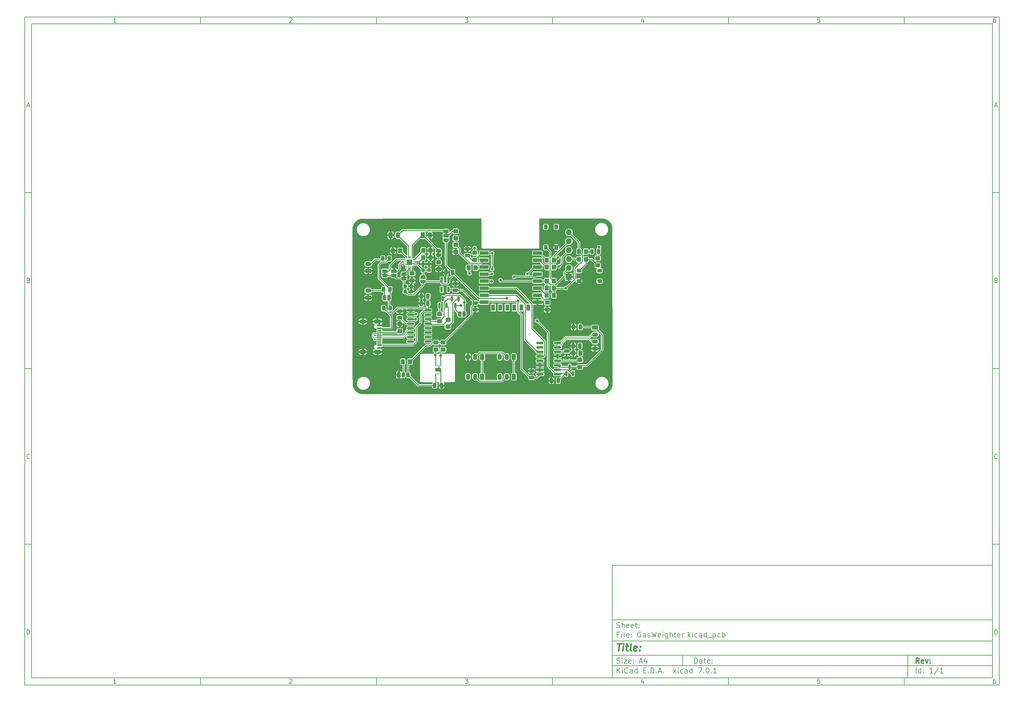
<source format=gbr>
%TF.GenerationSoftware,KiCad,Pcbnew,7.0.1*%
%TF.CreationDate,2023-11-23T19:52:31+01:00*%
%TF.ProjectId,GasWeighter,47617357-6569-4676-9874-65722e6b6963,rev?*%
%TF.SameCoordinates,Original*%
%TF.FileFunction,Copper,L1,Top*%
%TF.FilePolarity,Positive*%
%FSLAX46Y46*%
G04 Gerber Fmt 4.6, Leading zero omitted, Abs format (unit mm)*
G04 Created by KiCad (PCBNEW 7.0.1) date 2023-11-23 19:52:31*
%MOMM*%
%LPD*%
G01*
G04 APERTURE LIST*
G04 Aperture macros list*
%AMRoundRect*
0 Rectangle with rounded corners*
0 $1 Rounding radius*
0 $2 $3 $4 $5 $6 $7 $8 $9 X,Y pos of 4 corners*
0 Add a 4 corners polygon primitive as box body*
4,1,4,$2,$3,$4,$5,$6,$7,$8,$9,$2,$3,0*
0 Add four circle primitives for the rounded corners*
1,1,$1+$1,$2,$3*
1,1,$1+$1,$4,$5*
1,1,$1+$1,$6,$7*
1,1,$1+$1,$8,$9*
0 Add four rect primitives between the rounded corners*
20,1,$1+$1,$2,$3,$4,$5,0*
20,1,$1+$1,$4,$5,$6,$7,0*
20,1,$1+$1,$6,$7,$8,$9,0*
20,1,$1+$1,$8,$9,$2,$3,0*%
%AMFreePoly0*
4,1,19,0.500000,-0.750000,0.000000,-0.750000,0.000000,-0.744911,-0.071157,-0.744911,-0.207708,-0.704816,-0.327430,-0.627875,-0.420627,-0.520320,-0.479746,-0.390866,-0.500000,-0.250000,-0.500000,0.250000,-0.479746,0.390866,-0.420627,0.520320,-0.327430,0.627875,-0.207708,0.704816,-0.071157,0.744911,0.000000,0.744911,0.000000,0.750000,0.500000,0.750000,0.500000,-0.750000,0.500000,-0.750000,
$1*%
%AMFreePoly1*
4,1,19,0.000000,0.744911,0.071157,0.744911,0.207708,0.704816,0.327430,0.627875,0.420627,0.520320,0.479746,0.390866,0.500000,0.250000,0.500000,-0.250000,0.479746,-0.390866,0.420627,-0.520320,0.327430,-0.627875,0.207708,-0.704816,0.071157,-0.744911,0.000000,-0.744911,0.000000,-0.750000,-0.500000,-0.750000,-0.500000,0.750000,0.000000,0.750000,0.000000,0.744911,0.000000,0.744911,
$1*%
%AMFreePoly2*
4,1,19,0.550000,-0.750000,0.000000,-0.750000,0.000000,-0.744911,-0.071157,-0.744911,-0.207708,-0.704816,-0.327430,-0.627875,-0.420627,-0.520320,-0.479746,-0.390866,-0.500000,-0.250000,-0.500000,0.250000,-0.479746,0.390866,-0.420627,0.520320,-0.327430,0.627875,-0.207708,0.704816,-0.071157,0.744911,0.000000,0.744911,0.000000,0.750000,0.550000,0.750000,0.550000,-0.750000,0.550000,-0.750000,
$1*%
%AMFreePoly3*
4,1,19,0.000000,0.744911,0.071157,0.744911,0.207708,0.704816,0.327430,0.627875,0.420627,0.520320,0.479746,0.390866,0.500000,0.250000,0.500000,-0.250000,0.479746,-0.390866,0.420627,-0.520320,0.327430,-0.627875,0.207708,-0.704816,0.071157,-0.744911,0.000000,-0.744911,0.000000,-0.750000,-0.550000,-0.750000,-0.550000,0.750000,0.000000,0.750000,0.000000,0.744911,0.000000,0.744911,
$1*%
%AMFreePoly4*
4,1,6,0.500000,-0.850000,-0.500000,-0.850000,-0.500000,0.550000,-0.200000,0.850000,0.500000,0.850000,0.500000,-0.850000,0.500000,-0.850000,$1*%
G04 Aperture macros list end*
%ADD10C,0.100000*%
%ADD11C,0.150000*%
%ADD12C,0.300000*%
%ADD13C,0.400000*%
%TA.AperFunction,SMDPad,CuDef*%
%ADD14RoundRect,0.250000X-0.250000X-0.475000X0.250000X-0.475000X0.250000X0.475000X-0.250000X0.475000X0*%
%TD*%
%TA.AperFunction,SMDPad,CuDef*%
%ADD15RoundRect,0.237500X0.237500X-0.300000X0.237500X0.300000X-0.237500X0.300000X-0.237500X-0.300000X0*%
%TD*%
%TA.AperFunction,ComponentPad*%
%ADD16RoundRect,0.250000X-0.350000X-0.625000X0.350000X-0.625000X0.350000X0.625000X-0.350000X0.625000X0*%
%TD*%
%TA.AperFunction,ComponentPad*%
%ADD17O,1.200000X1.750000*%
%TD*%
%TA.AperFunction,SMDPad,CuDef*%
%ADD18FreePoly0,180.000000*%
%TD*%
%TA.AperFunction,SMDPad,CuDef*%
%ADD19FreePoly1,180.000000*%
%TD*%
%TA.AperFunction,SMDPad,CuDef*%
%ADD20RoundRect,0.250000X0.475000X-0.250000X0.475000X0.250000X-0.475000X0.250000X-0.475000X-0.250000X0*%
%TD*%
%TA.AperFunction,SMDPad,CuDef*%
%ADD21RoundRect,0.250000X0.350000X0.450000X-0.350000X0.450000X-0.350000X-0.450000X0.350000X-0.450000X0*%
%TD*%
%TA.AperFunction,SMDPad,CuDef*%
%ADD22RoundRect,0.250000X0.450000X-0.350000X0.450000X0.350000X-0.450000X0.350000X-0.450000X-0.350000X0*%
%TD*%
%TA.AperFunction,ComponentPad*%
%ADD23RoundRect,0.250000X0.350000X0.625000X-0.350000X0.625000X-0.350000X-0.625000X0.350000X-0.625000X0*%
%TD*%
%TA.AperFunction,SMDPad,CuDef*%
%ADD24FreePoly2,270.000000*%
%TD*%
%TA.AperFunction,SMDPad,CuDef*%
%ADD25R,1.500000X1.000000*%
%TD*%
%TA.AperFunction,SMDPad,CuDef*%
%ADD26FreePoly3,270.000000*%
%TD*%
%TA.AperFunction,SMDPad,CuDef*%
%ADD27RoundRect,0.150000X-0.150000X0.587500X-0.150000X-0.587500X0.150000X-0.587500X0.150000X0.587500X0*%
%TD*%
%TA.AperFunction,SMDPad,CuDef*%
%ADD28RoundRect,0.243750X0.243750X0.456250X-0.243750X0.456250X-0.243750X-0.456250X0.243750X-0.456250X0*%
%TD*%
%TA.AperFunction,SMDPad,CuDef*%
%ADD29RoundRect,0.250000X0.250000X0.475000X-0.250000X0.475000X-0.250000X-0.475000X0.250000X-0.475000X0*%
%TD*%
%TA.AperFunction,SMDPad,CuDef*%
%ADD30RoundRect,0.250000X-0.450000X0.350000X-0.450000X-0.350000X0.450000X-0.350000X0.450000X0.350000X0*%
%TD*%
%TA.AperFunction,SMDPad,CuDef*%
%ADD31R,0.250000X0.550000*%
%TD*%
%TA.AperFunction,SMDPad,CuDef*%
%ADD32FreePoly4,270.000000*%
%TD*%
%TA.AperFunction,SMDPad,CuDef*%
%ADD33RoundRect,0.150000X0.850000X0.150000X-0.850000X0.150000X-0.850000X-0.150000X0.850000X-0.150000X0*%
%TD*%
%TA.AperFunction,SMDPad,CuDef*%
%ADD34RoundRect,0.275000X-0.400000X-0.275000X0.400000X-0.275000X0.400000X0.275000X-0.400000X0.275000X0*%
%TD*%
%TA.AperFunction,SMDPad,CuDef*%
%ADD35RoundRect,0.250000X-0.350000X-0.450000X0.350000X-0.450000X0.350000X0.450000X-0.350000X0.450000X0*%
%TD*%
%TA.AperFunction,SMDPad,CuDef*%
%ADD36RoundRect,0.062500X-0.062500X0.375000X-0.062500X-0.375000X0.062500X-0.375000X0.062500X0.375000X0*%
%TD*%
%TA.AperFunction,SMDPad,CuDef*%
%ADD37RoundRect,0.062500X-0.375000X0.062500X-0.375000X-0.062500X0.375000X-0.062500X0.375000X0.062500X0*%
%TD*%
%TA.AperFunction,SMDPad,CuDef*%
%ADD38R,1.600000X1.600000*%
%TD*%
%TA.AperFunction,SMDPad,CuDef*%
%ADD39RoundRect,0.150000X-0.825000X-0.150000X0.825000X-0.150000X0.825000X0.150000X-0.825000X0.150000X0*%
%TD*%
%TA.AperFunction,SMDPad,CuDef*%
%ADD40RoundRect,0.237500X-0.300000X-0.237500X0.300000X-0.237500X0.300000X0.237500X-0.300000X0.237500X0*%
%TD*%
%TA.AperFunction,SMDPad,CuDef*%
%ADD41FreePoly0,90.000000*%
%TD*%
%TA.AperFunction,SMDPad,CuDef*%
%ADD42FreePoly1,90.000000*%
%TD*%
%TA.AperFunction,SMDPad,CuDef*%
%ADD43RoundRect,0.150000X0.150000X-0.587500X0.150000X0.587500X-0.150000X0.587500X-0.150000X-0.587500X0*%
%TD*%
%TA.AperFunction,SMDPad,CuDef*%
%ADD44R,1.160000X0.600000*%
%TD*%
%TA.AperFunction,SMDPad,CuDef*%
%ADD45R,1.160000X0.300000*%
%TD*%
%TA.AperFunction,ComponentPad*%
%ADD46O,2.300000X1.200000*%
%TD*%
%TA.AperFunction,ComponentPad*%
%ADD47O,2.000000X1.200000*%
%TD*%
%TA.AperFunction,SMDPad,CuDef*%
%ADD48R,0.650000X1.560000*%
%TD*%
%TA.AperFunction,ComponentPad*%
%ADD49R,1.700000X1.700000*%
%TD*%
%TA.AperFunction,ComponentPad*%
%ADD50O,1.700000X1.700000*%
%TD*%
%TA.AperFunction,ComponentPad*%
%ADD51R,1.050000X1.500000*%
%TD*%
%TA.AperFunction,ComponentPad*%
%ADD52O,1.050000X1.500000*%
%TD*%
%TA.AperFunction,ComponentPad*%
%ADD53RoundRect,0.250000X0.625000X-0.350000X0.625000X0.350000X-0.625000X0.350000X-0.625000X-0.350000X0*%
%TD*%
%TA.AperFunction,ComponentPad*%
%ADD54O,1.750000X1.200000*%
%TD*%
%TA.AperFunction,SMDPad,CuDef*%
%ADD55FreePoly0,270.000000*%
%TD*%
%TA.AperFunction,SMDPad,CuDef*%
%ADD56FreePoly1,270.000000*%
%TD*%
%TA.AperFunction,SMDPad,CuDef*%
%ADD57R,2.500000X1.000000*%
%TD*%
%TA.AperFunction,SMDPad,CuDef*%
%ADD58R,1.000000X1.800000*%
%TD*%
%TA.AperFunction,SMDPad,CuDef*%
%ADD59RoundRect,0.250000X-0.475000X0.250000X-0.475000X-0.250000X0.475000X-0.250000X0.475000X0.250000X0*%
%TD*%
%TA.AperFunction,ComponentPad*%
%ADD60RoundRect,0.250000X-0.625000X0.350000X-0.625000X-0.350000X0.625000X-0.350000X0.625000X0.350000X0*%
%TD*%
%TA.AperFunction,SMDPad,CuDef*%
%ADD61FreePoly2,90.000000*%
%TD*%
%TA.AperFunction,SMDPad,CuDef*%
%ADD62FreePoly3,90.000000*%
%TD*%
%TA.AperFunction,SMDPad,CuDef*%
%ADD63RoundRect,0.275000X0.275000X-0.400000X0.275000X0.400000X-0.275000X0.400000X-0.275000X-0.400000X0*%
%TD*%
%TA.AperFunction,ViaPad*%
%ADD64C,0.800000*%
%TD*%
%TA.AperFunction,ViaPad*%
%ADD65C,0.500000*%
%TD*%
%TA.AperFunction,Conductor*%
%ADD66C,0.250000*%
%TD*%
%TA.AperFunction,Conductor*%
%ADD67C,0.200000*%
%TD*%
G04 APERTURE END LIST*
D10*
D11*
X177002200Y-166007200D02*
X285002200Y-166007200D01*
X285002200Y-198007200D01*
X177002200Y-198007200D01*
X177002200Y-166007200D01*
D10*
D11*
X10000000Y-10000000D02*
X287002200Y-10000000D01*
X287002200Y-200007200D01*
X10000000Y-200007200D01*
X10000000Y-10000000D01*
D10*
D11*
X12000000Y-12000000D02*
X285002200Y-12000000D01*
X285002200Y-198007200D01*
X12000000Y-198007200D01*
X12000000Y-12000000D01*
D10*
D11*
X60000000Y-12000000D02*
X60000000Y-10000000D01*
D10*
D11*
X110000000Y-12000000D02*
X110000000Y-10000000D01*
D10*
D11*
X160000000Y-12000000D02*
X160000000Y-10000000D01*
D10*
D11*
X210000000Y-12000000D02*
X210000000Y-10000000D01*
D10*
D11*
X260000000Y-12000000D02*
X260000000Y-10000000D01*
D10*
D11*
X35990476Y-11601404D02*
X35247619Y-11601404D01*
X35619047Y-11601404D02*
X35619047Y-10301404D01*
X35619047Y-10301404D02*
X35495238Y-10487119D01*
X35495238Y-10487119D02*
X35371428Y-10610928D01*
X35371428Y-10610928D02*
X35247619Y-10672833D01*
D10*
D11*
X85247619Y-10425214D02*
X85309523Y-10363309D01*
X85309523Y-10363309D02*
X85433333Y-10301404D01*
X85433333Y-10301404D02*
X85742857Y-10301404D01*
X85742857Y-10301404D02*
X85866666Y-10363309D01*
X85866666Y-10363309D02*
X85928571Y-10425214D01*
X85928571Y-10425214D02*
X85990476Y-10549023D01*
X85990476Y-10549023D02*
X85990476Y-10672833D01*
X85990476Y-10672833D02*
X85928571Y-10858547D01*
X85928571Y-10858547D02*
X85185714Y-11601404D01*
X85185714Y-11601404D02*
X85990476Y-11601404D01*
D10*
D11*
X135185714Y-10301404D02*
X135990476Y-10301404D01*
X135990476Y-10301404D02*
X135557142Y-10796642D01*
X135557142Y-10796642D02*
X135742857Y-10796642D01*
X135742857Y-10796642D02*
X135866666Y-10858547D01*
X135866666Y-10858547D02*
X135928571Y-10920452D01*
X135928571Y-10920452D02*
X135990476Y-11044261D01*
X135990476Y-11044261D02*
X135990476Y-11353785D01*
X135990476Y-11353785D02*
X135928571Y-11477595D01*
X135928571Y-11477595D02*
X135866666Y-11539500D01*
X135866666Y-11539500D02*
X135742857Y-11601404D01*
X135742857Y-11601404D02*
X135371428Y-11601404D01*
X135371428Y-11601404D02*
X135247619Y-11539500D01*
X135247619Y-11539500D02*
X135185714Y-11477595D01*
D10*
D11*
X185866666Y-10734738D02*
X185866666Y-11601404D01*
X185557142Y-10239500D02*
X185247619Y-11168071D01*
X185247619Y-11168071D02*
X186052380Y-11168071D01*
D10*
D11*
X235928571Y-10301404D02*
X235309523Y-10301404D01*
X235309523Y-10301404D02*
X235247619Y-10920452D01*
X235247619Y-10920452D02*
X235309523Y-10858547D01*
X235309523Y-10858547D02*
X235433333Y-10796642D01*
X235433333Y-10796642D02*
X235742857Y-10796642D01*
X235742857Y-10796642D02*
X235866666Y-10858547D01*
X235866666Y-10858547D02*
X235928571Y-10920452D01*
X235928571Y-10920452D02*
X235990476Y-11044261D01*
X235990476Y-11044261D02*
X235990476Y-11353785D01*
X235990476Y-11353785D02*
X235928571Y-11477595D01*
X235928571Y-11477595D02*
X235866666Y-11539500D01*
X235866666Y-11539500D02*
X235742857Y-11601404D01*
X235742857Y-11601404D02*
X235433333Y-11601404D01*
X235433333Y-11601404D02*
X235309523Y-11539500D01*
X235309523Y-11539500D02*
X235247619Y-11477595D01*
D10*
D11*
X285866666Y-10301404D02*
X285619047Y-10301404D01*
X285619047Y-10301404D02*
X285495238Y-10363309D01*
X285495238Y-10363309D02*
X285433333Y-10425214D01*
X285433333Y-10425214D02*
X285309523Y-10610928D01*
X285309523Y-10610928D02*
X285247619Y-10858547D01*
X285247619Y-10858547D02*
X285247619Y-11353785D01*
X285247619Y-11353785D02*
X285309523Y-11477595D01*
X285309523Y-11477595D02*
X285371428Y-11539500D01*
X285371428Y-11539500D02*
X285495238Y-11601404D01*
X285495238Y-11601404D02*
X285742857Y-11601404D01*
X285742857Y-11601404D02*
X285866666Y-11539500D01*
X285866666Y-11539500D02*
X285928571Y-11477595D01*
X285928571Y-11477595D02*
X285990476Y-11353785D01*
X285990476Y-11353785D02*
X285990476Y-11044261D01*
X285990476Y-11044261D02*
X285928571Y-10920452D01*
X285928571Y-10920452D02*
X285866666Y-10858547D01*
X285866666Y-10858547D02*
X285742857Y-10796642D01*
X285742857Y-10796642D02*
X285495238Y-10796642D01*
X285495238Y-10796642D02*
X285371428Y-10858547D01*
X285371428Y-10858547D02*
X285309523Y-10920452D01*
X285309523Y-10920452D02*
X285247619Y-11044261D01*
D10*
D11*
X60000000Y-198007200D02*
X60000000Y-200007200D01*
D10*
D11*
X110000000Y-198007200D02*
X110000000Y-200007200D01*
D10*
D11*
X160000000Y-198007200D02*
X160000000Y-200007200D01*
D10*
D11*
X210000000Y-198007200D02*
X210000000Y-200007200D01*
D10*
D11*
X260000000Y-198007200D02*
X260000000Y-200007200D01*
D10*
D11*
X35990476Y-199608604D02*
X35247619Y-199608604D01*
X35619047Y-199608604D02*
X35619047Y-198308604D01*
X35619047Y-198308604D02*
X35495238Y-198494319D01*
X35495238Y-198494319D02*
X35371428Y-198618128D01*
X35371428Y-198618128D02*
X35247619Y-198680033D01*
D10*
D11*
X85247619Y-198432414D02*
X85309523Y-198370509D01*
X85309523Y-198370509D02*
X85433333Y-198308604D01*
X85433333Y-198308604D02*
X85742857Y-198308604D01*
X85742857Y-198308604D02*
X85866666Y-198370509D01*
X85866666Y-198370509D02*
X85928571Y-198432414D01*
X85928571Y-198432414D02*
X85990476Y-198556223D01*
X85990476Y-198556223D02*
X85990476Y-198680033D01*
X85990476Y-198680033D02*
X85928571Y-198865747D01*
X85928571Y-198865747D02*
X85185714Y-199608604D01*
X85185714Y-199608604D02*
X85990476Y-199608604D01*
D10*
D11*
X135185714Y-198308604D02*
X135990476Y-198308604D01*
X135990476Y-198308604D02*
X135557142Y-198803842D01*
X135557142Y-198803842D02*
X135742857Y-198803842D01*
X135742857Y-198803842D02*
X135866666Y-198865747D01*
X135866666Y-198865747D02*
X135928571Y-198927652D01*
X135928571Y-198927652D02*
X135990476Y-199051461D01*
X135990476Y-199051461D02*
X135990476Y-199360985D01*
X135990476Y-199360985D02*
X135928571Y-199484795D01*
X135928571Y-199484795D02*
X135866666Y-199546700D01*
X135866666Y-199546700D02*
X135742857Y-199608604D01*
X135742857Y-199608604D02*
X135371428Y-199608604D01*
X135371428Y-199608604D02*
X135247619Y-199546700D01*
X135247619Y-199546700D02*
X135185714Y-199484795D01*
D10*
D11*
X185866666Y-198741938D02*
X185866666Y-199608604D01*
X185557142Y-198246700D02*
X185247619Y-199175271D01*
X185247619Y-199175271D02*
X186052380Y-199175271D01*
D10*
D11*
X235928571Y-198308604D02*
X235309523Y-198308604D01*
X235309523Y-198308604D02*
X235247619Y-198927652D01*
X235247619Y-198927652D02*
X235309523Y-198865747D01*
X235309523Y-198865747D02*
X235433333Y-198803842D01*
X235433333Y-198803842D02*
X235742857Y-198803842D01*
X235742857Y-198803842D02*
X235866666Y-198865747D01*
X235866666Y-198865747D02*
X235928571Y-198927652D01*
X235928571Y-198927652D02*
X235990476Y-199051461D01*
X235990476Y-199051461D02*
X235990476Y-199360985D01*
X235990476Y-199360985D02*
X235928571Y-199484795D01*
X235928571Y-199484795D02*
X235866666Y-199546700D01*
X235866666Y-199546700D02*
X235742857Y-199608604D01*
X235742857Y-199608604D02*
X235433333Y-199608604D01*
X235433333Y-199608604D02*
X235309523Y-199546700D01*
X235309523Y-199546700D02*
X235247619Y-199484795D01*
D10*
D11*
X285866666Y-198308604D02*
X285619047Y-198308604D01*
X285619047Y-198308604D02*
X285495238Y-198370509D01*
X285495238Y-198370509D02*
X285433333Y-198432414D01*
X285433333Y-198432414D02*
X285309523Y-198618128D01*
X285309523Y-198618128D02*
X285247619Y-198865747D01*
X285247619Y-198865747D02*
X285247619Y-199360985D01*
X285247619Y-199360985D02*
X285309523Y-199484795D01*
X285309523Y-199484795D02*
X285371428Y-199546700D01*
X285371428Y-199546700D02*
X285495238Y-199608604D01*
X285495238Y-199608604D02*
X285742857Y-199608604D01*
X285742857Y-199608604D02*
X285866666Y-199546700D01*
X285866666Y-199546700D02*
X285928571Y-199484795D01*
X285928571Y-199484795D02*
X285990476Y-199360985D01*
X285990476Y-199360985D02*
X285990476Y-199051461D01*
X285990476Y-199051461D02*
X285928571Y-198927652D01*
X285928571Y-198927652D02*
X285866666Y-198865747D01*
X285866666Y-198865747D02*
X285742857Y-198803842D01*
X285742857Y-198803842D02*
X285495238Y-198803842D01*
X285495238Y-198803842D02*
X285371428Y-198865747D01*
X285371428Y-198865747D02*
X285309523Y-198927652D01*
X285309523Y-198927652D02*
X285247619Y-199051461D01*
D10*
D11*
X10000000Y-60000000D02*
X12000000Y-60000000D01*
D10*
D11*
X10000000Y-110000000D02*
X12000000Y-110000000D01*
D10*
D11*
X10000000Y-160000000D02*
X12000000Y-160000000D01*
D10*
D11*
X10690476Y-35229976D02*
X11309523Y-35229976D01*
X10566666Y-35601404D02*
X10999999Y-34301404D01*
X10999999Y-34301404D02*
X11433333Y-35601404D01*
D10*
D11*
X11092857Y-84920452D02*
X11278571Y-84982357D01*
X11278571Y-84982357D02*
X11340476Y-85044261D01*
X11340476Y-85044261D02*
X11402380Y-85168071D01*
X11402380Y-85168071D02*
X11402380Y-85353785D01*
X11402380Y-85353785D02*
X11340476Y-85477595D01*
X11340476Y-85477595D02*
X11278571Y-85539500D01*
X11278571Y-85539500D02*
X11154761Y-85601404D01*
X11154761Y-85601404D02*
X10659523Y-85601404D01*
X10659523Y-85601404D02*
X10659523Y-84301404D01*
X10659523Y-84301404D02*
X11092857Y-84301404D01*
X11092857Y-84301404D02*
X11216666Y-84363309D01*
X11216666Y-84363309D02*
X11278571Y-84425214D01*
X11278571Y-84425214D02*
X11340476Y-84549023D01*
X11340476Y-84549023D02*
X11340476Y-84672833D01*
X11340476Y-84672833D02*
X11278571Y-84796642D01*
X11278571Y-84796642D02*
X11216666Y-84858547D01*
X11216666Y-84858547D02*
X11092857Y-84920452D01*
X11092857Y-84920452D02*
X10659523Y-84920452D01*
D10*
D11*
X11402380Y-135477595D02*
X11340476Y-135539500D01*
X11340476Y-135539500D02*
X11154761Y-135601404D01*
X11154761Y-135601404D02*
X11030952Y-135601404D01*
X11030952Y-135601404D02*
X10845238Y-135539500D01*
X10845238Y-135539500D02*
X10721428Y-135415690D01*
X10721428Y-135415690D02*
X10659523Y-135291880D01*
X10659523Y-135291880D02*
X10597619Y-135044261D01*
X10597619Y-135044261D02*
X10597619Y-134858547D01*
X10597619Y-134858547D02*
X10659523Y-134610928D01*
X10659523Y-134610928D02*
X10721428Y-134487119D01*
X10721428Y-134487119D02*
X10845238Y-134363309D01*
X10845238Y-134363309D02*
X11030952Y-134301404D01*
X11030952Y-134301404D02*
X11154761Y-134301404D01*
X11154761Y-134301404D02*
X11340476Y-134363309D01*
X11340476Y-134363309D02*
X11402380Y-134425214D01*
D10*
D11*
X10659523Y-185601404D02*
X10659523Y-184301404D01*
X10659523Y-184301404D02*
X10969047Y-184301404D01*
X10969047Y-184301404D02*
X11154761Y-184363309D01*
X11154761Y-184363309D02*
X11278571Y-184487119D01*
X11278571Y-184487119D02*
X11340476Y-184610928D01*
X11340476Y-184610928D02*
X11402380Y-184858547D01*
X11402380Y-184858547D02*
X11402380Y-185044261D01*
X11402380Y-185044261D02*
X11340476Y-185291880D01*
X11340476Y-185291880D02*
X11278571Y-185415690D01*
X11278571Y-185415690D02*
X11154761Y-185539500D01*
X11154761Y-185539500D02*
X10969047Y-185601404D01*
X10969047Y-185601404D02*
X10659523Y-185601404D01*
D10*
D11*
X287002200Y-60000000D02*
X285002200Y-60000000D01*
D10*
D11*
X287002200Y-110000000D02*
X285002200Y-110000000D01*
D10*
D11*
X287002200Y-160000000D02*
X285002200Y-160000000D01*
D10*
D11*
X285692676Y-35229976D02*
X286311723Y-35229976D01*
X285568866Y-35601404D02*
X286002199Y-34301404D01*
X286002199Y-34301404D02*
X286435533Y-35601404D01*
D10*
D11*
X286095057Y-84920452D02*
X286280771Y-84982357D01*
X286280771Y-84982357D02*
X286342676Y-85044261D01*
X286342676Y-85044261D02*
X286404580Y-85168071D01*
X286404580Y-85168071D02*
X286404580Y-85353785D01*
X286404580Y-85353785D02*
X286342676Y-85477595D01*
X286342676Y-85477595D02*
X286280771Y-85539500D01*
X286280771Y-85539500D02*
X286156961Y-85601404D01*
X286156961Y-85601404D02*
X285661723Y-85601404D01*
X285661723Y-85601404D02*
X285661723Y-84301404D01*
X285661723Y-84301404D02*
X286095057Y-84301404D01*
X286095057Y-84301404D02*
X286218866Y-84363309D01*
X286218866Y-84363309D02*
X286280771Y-84425214D01*
X286280771Y-84425214D02*
X286342676Y-84549023D01*
X286342676Y-84549023D02*
X286342676Y-84672833D01*
X286342676Y-84672833D02*
X286280771Y-84796642D01*
X286280771Y-84796642D02*
X286218866Y-84858547D01*
X286218866Y-84858547D02*
X286095057Y-84920452D01*
X286095057Y-84920452D02*
X285661723Y-84920452D01*
D10*
D11*
X286404580Y-135477595D02*
X286342676Y-135539500D01*
X286342676Y-135539500D02*
X286156961Y-135601404D01*
X286156961Y-135601404D02*
X286033152Y-135601404D01*
X286033152Y-135601404D02*
X285847438Y-135539500D01*
X285847438Y-135539500D02*
X285723628Y-135415690D01*
X285723628Y-135415690D02*
X285661723Y-135291880D01*
X285661723Y-135291880D02*
X285599819Y-135044261D01*
X285599819Y-135044261D02*
X285599819Y-134858547D01*
X285599819Y-134858547D02*
X285661723Y-134610928D01*
X285661723Y-134610928D02*
X285723628Y-134487119D01*
X285723628Y-134487119D02*
X285847438Y-134363309D01*
X285847438Y-134363309D02*
X286033152Y-134301404D01*
X286033152Y-134301404D02*
X286156961Y-134301404D01*
X286156961Y-134301404D02*
X286342676Y-134363309D01*
X286342676Y-134363309D02*
X286404580Y-134425214D01*
D10*
D11*
X285661723Y-185601404D02*
X285661723Y-184301404D01*
X285661723Y-184301404D02*
X285971247Y-184301404D01*
X285971247Y-184301404D02*
X286156961Y-184363309D01*
X286156961Y-184363309D02*
X286280771Y-184487119D01*
X286280771Y-184487119D02*
X286342676Y-184610928D01*
X286342676Y-184610928D02*
X286404580Y-184858547D01*
X286404580Y-184858547D02*
X286404580Y-185044261D01*
X286404580Y-185044261D02*
X286342676Y-185291880D01*
X286342676Y-185291880D02*
X286280771Y-185415690D01*
X286280771Y-185415690D02*
X286156961Y-185539500D01*
X286156961Y-185539500D02*
X285971247Y-185601404D01*
X285971247Y-185601404D02*
X285661723Y-185601404D01*
D10*
D11*
X200359342Y-193801128D02*
X200359342Y-192301128D01*
X200359342Y-192301128D02*
X200716485Y-192301128D01*
X200716485Y-192301128D02*
X200930771Y-192372557D01*
X200930771Y-192372557D02*
X201073628Y-192515414D01*
X201073628Y-192515414D02*
X201145057Y-192658271D01*
X201145057Y-192658271D02*
X201216485Y-192943985D01*
X201216485Y-192943985D02*
X201216485Y-193158271D01*
X201216485Y-193158271D02*
X201145057Y-193443985D01*
X201145057Y-193443985D02*
X201073628Y-193586842D01*
X201073628Y-193586842D02*
X200930771Y-193729700D01*
X200930771Y-193729700D02*
X200716485Y-193801128D01*
X200716485Y-193801128D02*
X200359342Y-193801128D01*
X202502200Y-193801128D02*
X202502200Y-193015414D01*
X202502200Y-193015414D02*
X202430771Y-192872557D01*
X202430771Y-192872557D02*
X202287914Y-192801128D01*
X202287914Y-192801128D02*
X202002200Y-192801128D01*
X202002200Y-192801128D02*
X201859342Y-192872557D01*
X202502200Y-193729700D02*
X202359342Y-193801128D01*
X202359342Y-193801128D02*
X202002200Y-193801128D01*
X202002200Y-193801128D02*
X201859342Y-193729700D01*
X201859342Y-193729700D02*
X201787914Y-193586842D01*
X201787914Y-193586842D02*
X201787914Y-193443985D01*
X201787914Y-193443985D02*
X201859342Y-193301128D01*
X201859342Y-193301128D02*
X202002200Y-193229700D01*
X202002200Y-193229700D02*
X202359342Y-193229700D01*
X202359342Y-193229700D02*
X202502200Y-193158271D01*
X203002200Y-192801128D02*
X203573628Y-192801128D01*
X203216485Y-192301128D02*
X203216485Y-193586842D01*
X203216485Y-193586842D02*
X203287914Y-193729700D01*
X203287914Y-193729700D02*
X203430771Y-193801128D01*
X203430771Y-193801128D02*
X203573628Y-193801128D01*
X204645057Y-193729700D02*
X204502200Y-193801128D01*
X204502200Y-193801128D02*
X204216486Y-193801128D01*
X204216486Y-193801128D02*
X204073628Y-193729700D01*
X204073628Y-193729700D02*
X204002200Y-193586842D01*
X204002200Y-193586842D02*
X204002200Y-193015414D01*
X204002200Y-193015414D02*
X204073628Y-192872557D01*
X204073628Y-192872557D02*
X204216486Y-192801128D01*
X204216486Y-192801128D02*
X204502200Y-192801128D01*
X204502200Y-192801128D02*
X204645057Y-192872557D01*
X204645057Y-192872557D02*
X204716486Y-193015414D01*
X204716486Y-193015414D02*
X204716486Y-193158271D01*
X204716486Y-193158271D02*
X204002200Y-193301128D01*
X205359342Y-193658271D02*
X205430771Y-193729700D01*
X205430771Y-193729700D02*
X205359342Y-193801128D01*
X205359342Y-193801128D02*
X205287914Y-193729700D01*
X205287914Y-193729700D02*
X205359342Y-193658271D01*
X205359342Y-193658271D02*
X205359342Y-193801128D01*
X205359342Y-192872557D02*
X205430771Y-192943985D01*
X205430771Y-192943985D02*
X205359342Y-193015414D01*
X205359342Y-193015414D02*
X205287914Y-192943985D01*
X205287914Y-192943985D02*
X205359342Y-192872557D01*
X205359342Y-192872557D02*
X205359342Y-193015414D01*
D10*
D11*
X177002200Y-194507200D02*
X285002200Y-194507200D01*
D10*
D11*
X178359342Y-196601128D02*
X178359342Y-195101128D01*
X179216485Y-196601128D02*
X178573628Y-195743985D01*
X179216485Y-195101128D02*
X178359342Y-195958271D01*
X179859342Y-196601128D02*
X179859342Y-195601128D01*
X179859342Y-195101128D02*
X179787914Y-195172557D01*
X179787914Y-195172557D02*
X179859342Y-195243985D01*
X179859342Y-195243985D02*
X179930771Y-195172557D01*
X179930771Y-195172557D02*
X179859342Y-195101128D01*
X179859342Y-195101128D02*
X179859342Y-195243985D01*
X181430771Y-196458271D02*
X181359343Y-196529700D01*
X181359343Y-196529700D02*
X181145057Y-196601128D01*
X181145057Y-196601128D02*
X181002200Y-196601128D01*
X181002200Y-196601128D02*
X180787914Y-196529700D01*
X180787914Y-196529700D02*
X180645057Y-196386842D01*
X180645057Y-196386842D02*
X180573628Y-196243985D01*
X180573628Y-196243985D02*
X180502200Y-195958271D01*
X180502200Y-195958271D02*
X180502200Y-195743985D01*
X180502200Y-195743985D02*
X180573628Y-195458271D01*
X180573628Y-195458271D02*
X180645057Y-195315414D01*
X180645057Y-195315414D02*
X180787914Y-195172557D01*
X180787914Y-195172557D02*
X181002200Y-195101128D01*
X181002200Y-195101128D02*
X181145057Y-195101128D01*
X181145057Y-195101128D02*
X181359343Y-195172557D01*
X181359343Y-195172557D02*
X181430771Y-195243985D01*
X182716486Y-196601128D02*
X182716486Y-195815414D01*
X182716486Y-195815414D02*
X182645057Y-195672557D01*
X182645057Y-195672557D02*
X182502200Y-195601128D01*
X182502200Y-195601128D02*
X182216486Y-195601128D01*
X182216486Y-195601128D02*
X182073628Y-195672557D01*
X182716486Y-196529700D02*
X182573628Y-196601128D01*
X182573628Y-196601128D02*
X182216486Y-196601128D01*
X182216486Y-196601128D02*
X182073628Y-196529700D01*
X182073628Y-196529700D02*
X182002200Y-196386842D01*
X182002200Y-196386842D02*
X182002200Y-196243985D01*
X182002200Y-196243985D02*
X182073628Y-196101128D01*
X182073628Y-196101128D02*
X182216486Y-196029700D01*
X182216486Y-196029700D02*
X182573628Y-196029700D01*
X182573628Y-196029700D02*
X182716486Y-195958271D01*
X184073629Y-196601128D02*
X184073629Y-195101128D01*
X184073629Y-196529700D02*
X183930771Y-196601128D01*
X183930771Y-196601128D02*
X183645057Y-196601128D01*
X183645057Y-196601128D02*
X183502200Y-196529700D01*
X183502200Y-196529700D02*
X183430771Y-196458271D01*
X183430771Y-196458271D02*
X183359343Y-196315414D01*
X183359343Y-196315414D02*
X183359343Y-195886842D01*
X183359343Y-195886842D02*
X183430771Y-195743985D01*
X183430771Y-195743985D02*
X183502200Y-195672557D01*
X183502200Y-195672557D02*
X183645057Y-195601128D01*
X183645057Y-195601128D02*
X183930771Y-195601128D01*
X183930771Y-195601128D02*
X184073629Y-195672557D01*
X185930771Y-195815414D02*
X186430771Y-195815414D01*
X186645057Y-196601128D02*
X185930771Y-196601128D01*
X185930771Y-196601128D02*
X185930771Y-195101128D01*
X185930771Y-195101128D02*
X186645057Y-195101128D01*
X187287914Y-196458271D02*
X187359343Y-196529700D01*
X187359343Y-196529700D02*
X187287914Y-196601128D01*
X187287914Y-196601128D02*
X187216486Y-196529700D01*
X187216486Y-196529700D02*
X187287914Y-196458271D01*
X187287914Y-196458271D02*
X187287914Y-196601128D01*
X188002200Y-196601128D02*
X188002200Y-195101128D01*
X188002200Y-195101128D02*
X188359343Y-195101128D01*
X188359343Y-195101128D02*
X188573629Y-195172557D01*
X188573629Y-195172557D02*
X188716486Y-195315414D01*
X188716486Y-195315414D02*
X188787915Y-195458271D01*
X188787915Y-195458271D02*
X188859343Y-195743985D01*
X188859343Y-195743985D02*
X188859343Y-195958271D01*
X188859343Y-195958271D02*
X188787915Y-196243985D01*
X188787915Y-196243985D02*
X188716486Y-196386842D01*
X188716486Y-196386842D02*
X188573629Y-196529700D01*
X188573629Y-196529700D02*
X188359343Y-196601128D01*
X188359343Y-196601128D02*
X188002200Y-196601128D01*
X189502200Y-196458271D02*
X189573629Y-196529700D01*
X189573629Y-196529700D02*
X189502200Y-196601128D01*
X189502200Y-196601128D02*
X189430772Y-196529700D01*
X189430772Y-196529700D02*
X189502200Y-196458271D01*
X189502200Y-196458271D02*
X189502200Y-196601128D01*
X190145058Y-196172557D02*
X190859344Y-196172557D01*
X190002201Y-196601128D02*
X190502201Y-195101128D01*
X190502201Y-195101128D02*
X191002201Y-196601128D01*
X191502200Y-196458271D02*
X191573629Y-196529700D01*
X191573629Y-196529700D02*
X191502200Y-196601128D01*
X191502200Y-196601128D02*
X191430772Y-196529700D01*
X191430772Y-196529700D02*
X191502200Y-196458271D01*
X191502200Y-196458271D02*
X191502200Y-196601128D01*
X194502200Y-196601128D02*
X194502200Y-195101128D01*
X194645058Y-196029700D02*
X195073629Y-196601128D01*
X195073629Y-195601128D02*
X194502200Y-196172557D01*
X195716486Y-196601128D02*
X195716486Y-195601128D01*
X195716486Y-195101128D02*
X195645058Y-195172557D01*
X195645058Y-195172557D02*
X195716486Y-195243985D01*
X195716486Y-195243985D02*
X195787915Y-195172557D01*
X195787915Y-195172557D02*
X195716486Y-195101128D01*
X195716486Y-195101128D02*
X195716486Y-195243985D01*
X197073630Y-196529700D02*
X196930772Y-196601128D01*
X196930772Y-196601128D02*
X196645058Y-196601128D01*
X196645058Y-196601128D02*
X196502201Y-196529700D01*
X196502201Y-196529700D02*
X196430772Y-196458271D01*
X196430772Y-196458271D02*
X196359344Y-196315414D01*
X196359344Y-196315414D02*
X196359344Y-195886842D01*
X196359344Y-195886842D02*
X196430772Y-195743985D01*
X196430772Y-195743985D02*
X196502201Y-195672557D01*
X196502201Y-195672557D02*
X196645058Y-195601128D01*
X196645058Y-195601128D02*
X196930772Y-195601128D01*
X196930772Y-195601128D02*
X197073630Y-195672557D01*
X198359344Y-196601128D02*
X198359344Y-195815414D01*
X198359344Y-195815414D02*
X198287915Y-195672557D01*
X198287915Y-195672557D02*
X198145058Y-195601128D01*
X198145058Y-195601128D02*
X197859344Y-195601128D01*
X197859344Y-195601128D02*
X197716486Y-195672557D01*
X198359344Y-196529700D02*
X198216486Y-196601128D01*
X198216486Y-196601128D02*
X197859344Y-196601128D01*
X197859344Y-196601128D02*
X197716486Y-196529700D01*
X197716486Y-196529700D02*
X197645058Y-196386842D01*
X197645058Y-196386842D02*
X197645058Y-196243985D01*
X197645058Y-196243985D02*
X197716486Y-196101128D01*
X197716486Y-196101128D02*
X197859344Y-196029700D01*
X197859344Y-196029700D02*
X198216486Y-196029700D01*
X198216486Y-196029700D02*
X198359344Y-195958271D01*
X199716487Y-196601128D02*
X199716487Y-195101128D01*
X199716487Y-196529700D02*
X199573629Y-196601128D01*
X199573629Y-196601128D02*
X199287915Y-196601128D01*
X199287915Y-196601128D02*
X199145058Y-196529700D01*
X199145058Y-196529700D02*
X199073629Y-196458271D01*
X199073629Y-196458271D02*
X199002201Y-196315414D01*
X199002201Y-196315414D02*
X199002201Y-195886842D01*
X199002201Y-195886842D02*
X199073629Y-195743985D01*
X199073629Y-195743985D02*
X199145058Y-195672557D01*
X199145058Y-195672557D02*
X199287915Y-195601128D01*
X199287915Y-195601128D02*
X199573629Y-195601128D01*
X199573629Y-195601128D02*
X199716487Y-195672557D01*
X201430772Y-195101128D02*
X202430772Y-195101128D01*
X202430772Y-195101128D02*
X201787915Y-196601128D01*
X203002200Y-196458271D02*
X203073629Y-196529700D01*
X203073629Y-196529700D02*
X203002200Y-196601128D01*
X203002200Y-196601128D02*
X202930772Y-196529700D01*
X202930772Y-196529700D02*
X203002200Y-196458271D01*
X203002200Y-196458271D02*
X203002200Y-196601128D01*
X204002201Y-195101128D02*
X204145058Y-195101128D01*
X204145058Y-195101128D02*
X204287915Y-195172557D01*
X204287915Y-195172557D02*
X204359344Y-195243985D01*
X204359344Y-195243985D02*
X204430772Y-195386842D01*
X204430772Y-195386842D02*
X204502201Y-195672557D01*
X204502201Y-195672557D02*
X204502201Y-196029700D01*
X204502201Y-196029700D02*
X204430772Y-196315414D01*
X204430772Y-196315414D02*
X204359344Y-196458271D01*
X204359344Y-196458271D02*
X204287915Y-196529700D01*
X204287915Y-196529700D02*
X204145058Y-196601128D01*
X204145058Y-196601128D02*
X204002201Y-196601128D01*
X204002201Y-196601128D02*
X203859344Y-196529700D01*
X203859344Y-196529700D02*
X203787915Y-196458271D01*
X203787915Y-196458271D02*
X203716486Y-196315414D01*
X203716486Y-196315414D02*
X203645058Y-196029700D01*
X203645058Y-196029700D02*
X203645058Y-195672557D01*
X203645058Y-195672557D02*
X203716486Y-195386842D01*
X203716486Y-195386842D02*
X203787915Y-195243985D01*
X203787915Y-195243985D02*
X203859344Y-195172557D01*
X203859344Y-195172557D02*
X204002201Y-195101128D01*
X205145057Y-196458271D02*
X205216486Y-196529700D01*
X205216486Y-196529700D02*
X205145057Y-196601128D01*
X205145057Y-196601128D02*
X205073629Y-196529700D01*
X205073629Y-196529700D02*
X205145057Y-196458271D01*
X205145057Y-196458271D02*
X205145057Y-196601128D01*
X206645058Y-196601128D02*
X205787915Y-196601128D01*
X206216486Y-196601128D02*
X206216486Y-195101128D01*
X206216486Y-195101128D02*
X206073629Y-195315414D01*
X206073629Y-195315414D02*
X205930772Y-195458271D01*
X205930772Y-195458271D02*
X205787915Y-195529700D01*
D10*
D11*
X177002200Y-191507200D02*
X285002200Y-191507200D01*
D10*
D12*
X264216485Y-193801128D02*
X263716485Y-193086842D01*
X263359342Y-193801128D02*
X263359342Y-192301128D01*
X263359342Y-192301128D02*
X263930771Y-192301128D01*
X263930771Y-192301128D02*
X264073628Y-192372557D01*
X264073628Y-192372557D02*
X264145057Y-192443985D01*
X264145057Y-192443985D02*
X264216485Y-192586842D01*
X264216485Y-192586842D02*
X264216485Y-192801128D01*
X264216485Y-192801128D02*
X264145057Y-192943985D01*
X264145057Y-192943985D02*
X264073628Y-193015414D01*
X264073628Y-193015414D02*
X263930771Y-193086842D01*
X263930771Y-193086842D02*
X263359342Y-193086842D01*
X265430771Y-193729700D02*
X265287914Y-193801128D01*
X265287914Y-193801128D02*
X265002200Y-193801128D01*
X265002200Y-193801128D02*
X264859342Y-193729700D01*
X264859342Y-193729700D02*
X264787914Y-193586842D01*
X264787914Y-193586842D02*
X264787914Y-193015414D01*
X264787914Y-193015414D02*
X264859342Y-192872557D01*
X264859342Y-192872557D02*
X265002200Y-192801128D01*
X265002200Y-192801128D02*
X265287914Y-192801128D01*
X265287914Y-192801128D02*
X265430771Y-192872557D01*
X265430771Y-192872557D02*
X265502200Y-193015414D01*
X265502200Y-193015414D02*
X265502200Y-193158271D01*
X265502200Y-193158271D02*
X264787914Y-193301128D01*
X266002199Y-192801128D02*
X266359342Y-193801128D01*
X266359342Y-193801128D02*
X266716485Y-192801128D01*
X267287913Y-193658271D02*
X267359342Y-193729700D01*
X267359342Y-193729700D02*
X267287913Y-193801128D01*
X267287913Y-193801128D02*
X267216485Y-193729700D01*
X267216485Y-193729700D02*
X267287913Y-193658271D01*
X267287913Y-193658271D02*
X267287913Y-193801128D01*
X267287913Y-192872557D02*
X267359342Y-192943985D01*
X267359342Y-192943985D02*
X267287913Y-193015414D01*
X267287913Y-193015414D02*
X267216485Y-192943985D01*
X267216485Y-192943985D02*
X267287913Y-192872557D01*
X267287913Y-192872557D02*
X267287913Y-193015414D01*
D10*
D11*
X178287914Y-193729700D02*
X178502200Y-193801128D01*
X178502200Y-193801128D02*
X178859342Y-193801128D01*
X178859342Y-193801128D02*
X179002200Y-193729700D01*
X179002200Y-193729700D02*
X179073628Y-193658271D01*
X179073628Y-193658271D02*
X179145057Y-193515414D01*
X179145057Y-193515414D02*
X179145057Y-193372557D01*
X179145057Y-193372557D02*
X179073628Y-193229700D01*
X179073628Y-193229700D02*
X179002200Y-193158271D01*
X179002200Y-193158271D02*
X178859342Y-193086842D01*
X178859342Y-193086842D02*
X178573628Y-193015414D01*
X178573628Y-193015414D02*
X178430771Y-192943985D01*
X178430771Y-192943985D02*
X178359342Y-192872557D01*
X178359342Y-192872557D02*
X178287914Y-192729700D01*
X178287914Y-192729700D02*
X178287914Y-192586842D01*
X178287914Y-192586842D02*
X178359342Y-192443985D01*
X178359342Y-192443985D02*
X178430771Y-192372557D01*
X178430771Y-192372557D02*
X178573628Y-192301128D01*
X178573628Y-192301128D02*
X178930771Y-192301128D01*
X178930771Y-192301128D02*
X179145057Y-192372557D01*
X179787913Y-193801128D02*
X179787913Y-192801128D01*
X179787913Y-192301128D02*
X179716485Y-192372557D01*
X179716485Y-192372557D02*
X179787913Y-192443985D01*
X179787913Y-192443985D02*
X179859342Y-192372557D01*
X179859342Y-192372557D02*
X179787913Y-192301128D01*
X179787913Y-192301128D02*
X179787913Y-192443985D01*
X180359342Y-192801128D02*
X181145057Y-192801128D01*
X181145057Y-192801128D02*
X180359342Y-193801128D01*
X180359342Y-193801128D02*
X181145057Y-193801128D01*
X182287914Y-193729700D02*
X182145057Y-193801128D01*
X182145057Y-193801128D02*
X181859343Y-193801128D01*
X181859343Y-193801128D02*
X181716485Y-193729700D01*
X181716485Y-193729700D02*
X181645057Y-193586842D01*
X181645057Y-193586842D02*
X181645057Y-193015414D01*
X181645057Y-193015414D02*
X181716485Y-192872557D01*
X181716485Y-192872557D02*
X181859343Y-192801128D01*
X181859343Y-192801128D02*
X182145057Y-192801128D01*
X182145057Y-192801128D02*
X182287914Y-192872557D01*
X182287914Y-192872557D02*
X182359343Y-193015414D01*
X182359343Y-193015414D02*
X182359343Y-193158271D01*
X182359343Y-193158271D02*
X181645057Y-193301128D01*
X183002199Y-193658271D02*
X183073628Y-193729700D01*
X183073628Y-193729700D02*
X183002199Y-193801128D01*
X183002199Y-193801128D02*
X182930771Y-193729700D01*
X182930771Y-193729700D02*
X183002199Y-193658271D01*
X183002199Y-193658271D02*
X183002199Y-193801128D01*
X183002199Y-192872557D02*
X183073628Y-192943985D01*
X183073628Y-192943985D02*
X183002199Y-193015414D01*
X183002199Y-193015414D02*
X182930771Y-192943985D01*
X182930771Y-192943985D02*
X183002199Y-192872557D01*
X183002199Y-192872557D02*
X183002199Y-193015414D01*
X184787914Y-193372557D02*
X185502200Y-193372557D01*
X184645057Y-193801128D02*
X185145057Y-192301128D01*
X185145057Y-192301128D02*
X185645057Y-193801128D01*
X186787914Y-192801128D02*
X186787914Y-193801128D01*
X186430771Y-192229700D02*
X186073628Y-193301128D01*
X186073628Y-193301128D02*
X187002199Y-193301128D01*
D10*
D11*
X263359342Y-196601128D02*
X263359342Y-195101128D01*
X264716486Y-196601128D02*
X264716486Y-195101128D01*
X264716486Y-196529700D02*
X264573628Y-196601128D01*
X264573628Y-196601128D02*
X264287914Y-196601128D01*
X264287914Y-196601128D02*
X264145057Y-196529700D01*
X264145057Y-196529700D02*
X264073628Y-196458271D01*
X264073628Y-196458271D02*
X264002200Y-196315414D01*
X264002200Y-196315414D02*
X264002200Y-195886842D01*
X264002200Y-195886842D02*
X264073628Y-195743985D01*
X264073628Y-195743985D02*
X264145057Y-195672557D01*
X264145057Y-195672557D02*
X264287914Y-195601128D01*
X264287914Y-195601128D02*
X264573628Y-195601128D01*
X264573628Y-195601128D02*
X264716486Y-195672557D01*
X265430771Y-196458271D02*
X265502200Y-196529700D01*
X265502200Y-196529700D02*
X265430771Y-196601128D01*
X265430771Y-196601128D02*
X265359343Y-196529700D01*
X265359343Y-196529700D02*
X265430771Y-196458271D01*
X265430771Y-196458271D02*
X265430771Y-196601128D01*
X265430771Y-195672557D02*
X265502200Y-195743985D01*
X265502200Y-195743985D02*
X265430771Y-195815414D01*
X265430771Y-195815414D02*
X265359343Y-195743985D01*
X265359343Y-195743985D02*
X265430771Y-195672557D01*
X265430771Y-195672557D02*
X265430771Y-195815414D01*
X268073629Y-196601128D02*
X267216486Y-196601128D01*
X267645057Y-196601128D02*
X267645057Y-195101128D01*
X267645057Y-195101128D02*
X267502200Y-195315414D01*
X267502200Y-195315414D02*
X267359343Y-195458271D01*
X267359343Y-195458271D02*
X267216486Y-195529700D01*
X269787914Y-195029700D02*
X268502200Y-196958271D01*
X271073629Y-196601128D02*
X270216486Y-196601128D01*
X270645057Y-196601128D02*
X270645057Y-195101128D01*
X270645057Y-195101128D02*
X270502200Y-195315414D01*
X270502200Y-195315414D02*
X270359343Y-195458271D01*
X270359343Y-195458271D02*
X270216486Y-195529700D01*
D10*
D11*
X177002200Y-187507200D02*
X285002200Y-187507200D01*
D10*
D13*
X178430771Y-188232438D02*
X179573628Y-188232438D01*
X178752200Y-190232438D02*
X179002200Y-188232438D01*
X179978390Y-190232438D02*
X180145057Y-188899104D01*
X180228390Y-188232438D02*
X180121247Y-188327676D01*
X180121247Y-188327676D02*
X180204581Y-188422914D01*
X180204581Y-188422914D02*
X180311724Y-188327676D01*
X180311724Y-188327676D02*
X180228390Y-188232438D01*
X180228390Y-188232438D02*
X180204581Y-188422914D01*
X180799819Y-188899104D02*
X181561723Y-188899104D01*
X181168866Y-188232438D02*
X180954581Y-189946723D01*
X180954581Y-189946723D02*
X181026009Y-190137200D01*
X181026009Y-190137200D02*
X181204581Y-190232438D01*
X181204581Y-190232438D02*
X181395057Y-190232438D01*
X182335533Y-190232438D02*
X182156961Y-190137200D01*
X182156961Y-190137200D02*
X182085533Y-189946723D01*
X182085533Y-189946723D02*
X182299818Y-188232438D01*
X183859342Y-190137200D02*
X183656961Y-190232438D01*
X183656961Y-190232438D02*
X183276008Y-190232438D01*
X183276008Y-190232438D02*
X183097437Y-190137200D01*
X183097437Y-190137200D02*
X183026008Y-189946723D01*
X183026008Y-189946723D02*
X183121247Y-189184819D01*
X183121247Y-189184819D02*
X183240294Y-188994342D01*
X183240294Y-188994342D02*
X183442675Y-188899104D01*
X183442675Y-188899104D02*
X183823627Y-188899104D01*
X183823627Y-188899104D02*
X184002199Y-188994342D01*
X184002199Y-188994342D02*
X184073627Y-189184819D01*
X184073627Y-189184819D02*
X184049818Y-189375295D01*
X184049818Y-189375295D02*
X183073627Y-189565771D01*
X184811723Y-190041961D02*
X184895056Y-190137200D01*
X184895056Y-190137200D02*
X184787913Y-190232438D01*
X184787913Y-190232438D02*
X184704580Y-190137200D01*
X184704580Y-190137200D02*
X184811723Y-190041961D01*
X184811723Y-190041961D02*
X184787913Y-190232438D01*
X184942675Y-188994342D02*
X185026008Y-189089580D01*
X185026008Y-189089580D02*
X184918866Y-189184819D01*
X184918866Y-189184819D02*
X184835532Y-189089580D01*
X184835532Y-189089580D02*
X184942675Y-188994342D01*
X184942675Y-188994342D02*
X184918866Y-189184819D01*
D10*
D11*
X178859342Y-185615414D02*
X178359342Y-185615414D01*
X178359342Y-186401128D02*
X178359342Y-184901128D01*
X178359342Y-184901128D02*
X179073628Y-184901128D01*
X179645056Y-186401128D02*
X179645056Y-185401128D01*
X179645056Y-184901128D02*
X179573628Y-184972557D01*
X179573628Y-184972557D02*
X179645056Y-185043985D01*
X179645056Y-185043985D02*
X179716485Y-184972557D01*
X179716485Y-184972557D02*
X179645056Y-184901128D01*
X179645056Y-184901128D02*
X179645056Y-185043985D01*
X180573628Y-186401128D02*
X180430771Y-186329700D01*
X180430771Y-186329700D02*
X180359342Y-186186842D01*
X180359342Y-186186842D02*
X180359342Y-184901128D01*
X181716485Y-186329700D02*
X181573628Y-186401128D01*
X181573628Y-186401128D02*
X181287914Y-186401128D01*
X181287914Y-186401128D02*
X181145056Y-186329700D01*
X181145056Y-186329700D02*
X181073628Y-186186842D01*
X181073628Y-186186842D02*
X181073628Y-185615414D01*
X181073628Y-185615414D02*
X181145056Y-185472557D01*
X181145056Y-185472557D02*
X181287914Y-185401128D01*
X181287914Y-185401128D02*
X181573628Y-185401128D01*
X181573628Y-185401128D02*
X181716485Y-185472557D01*
X181716485Y-185472557D02*
X181787914Y-185615414D01*
X181787914Y-185615414D02*
X181787914Y-185758271D01*
X181787914Y-185758271D02*
X181073628Y-185901128D01*
X182430770Y-186258271D02*
X182502199Y-186329700D01*
X182502199Y-186329700D02*
X182430770Y-186401128D01*
X182430770Y-186401128D02*
X182359342Y-186329700D01*
X182359342Y-186329700D02*
X182430770Y-186258271D01*
X182430770Y-186258271D02*
X182430770Y-186401128D01*
X182430770Y-185472557D02*
X182502199Y-185543985D01*
X182502199Y-185543985D02*
X182430770Y-185615414D01*
X182430770Y-185615414D02*
X182359342Y-185543985D01*
X182359342Y-185543985D02*
X182430770Y-185472557D01*
X182430770Y-185472557D02*
X182430770Y-185615414D01*
X185073628Y-184972557D02*
X184930771Y-184901128D01*
X184930771Y-184901128D02*
X184716485Y-184901128D01*
X184716485Y-184901128D02*
X184502199Y-184972557D01*
X184502199Y-184972557D02*
X184359342Y-185115414D01*
X184359342Y-185115414D02*
X184287913Y-185258271D01*
X184287913Y-185258271D02*
X184216485Y-185543985D01*
X184216485Y-185543985D02*
X184216485Y-185758271D01*
X184216485Y-185758271D02*
X184287913Y-186043985D01*
X184287913Y-186043985D02*
X184359342Y-186186842D01*
X184359342Y-186186842D02*
X184502199Y-186329700D01*
X184502199Y-186329700D02*
X184716485Y-186401128D01*
X184716485Y-186401128D02*
X184859342Y-186401128D01*
X184859342Y-186401128D02*
X185073628Y-186329700D01*
X185073628Y-186329700D02*
X185145056Y-186258271D01*
X185145056Y-186258271D02*
X185145056Y-185758271D01*
X185145056Y-185758271D02*
X184859342Y-185758271D01*
X186430771Y-186401128D02*
X186430771Y-185615414D01*
X186430771Y-185615414D02*
X186359342Y-185472557D01*
X186359342Y-185472557D02*
X186216485Y-185401128D01*
X186216485Y-185401128D02*
X185930771Y-185401128D01*
X185930771Y-185401128D02*
X185787913Y-185472557D01*
X186430771Y-186329700D02*
X186287913Y-186401128D01*
X186287913Y-186401128D02*
X185930771Y-186401128D01*
X185930771Y-186401128D02*
X185787913Y-186329700D01*
X185787913Y-186329700D02*
X185716485Y-186186842D01*
X185716485Y-186186842D02*
X185716485Y-186043985D01*
X185716485Y-186043985D02*
X185787913Y-185901128D01*
X185787913Y-185901128D02*
X185930771Y-185829700D01*
X185930771Y-185829700D02*
X186287913Y-185829700D01*
X186287913Y-185829700D02*
X186430771Y-185758271D01*
X187073628Y-186329700D02*
X187216485Y-186401128D01*
X187216485Y-186401128D02*
X187502199Y-186401128D01*
X187502199Y-186401128D02*
X187645056Y-186329700D01*
X187645056Y-186329700D02*
X187716485Y-186186842D01*
X187716485Y-186186842D02*
X187716485Y-186115414D01*
X187716485Y-186115414D02*
X187645056Y-185972557D01*
X187645056Y-185972557D02*
X187502199Y-185901128D01*
X187502199Y-185901128D02*
X187287914Y-185901128D01*
X187287914Y-185901128D02*
X187145056Y-185829700D01*
X187145056Y-185829700D02*
X187073628Y-185686842D01*
X187073628Y-185686842D02*
X187073628Y-185615414D01*
X187073628Y-185615414D02*
X187145056Y-185472557D01*
X187145056Y-185472557D02*
X187287914Y-185401128D01*
X187287914Y-185401128D02*
X187502199Y-185401128D01*
X187502199Y-185401128D02*
X187645056Y-185472557D01*
X188216485Y-184901128D02*
X188573628Y-186401128D01*
X188573628Y-186401128D02*
X188859342Y-185329700D01*
X188859342Y-185329700D02*
X189145057Y-186401128D01*
X189145057Y-186401128D02*
X189502200Y-184901128D01*
X190645057Y-186329700D02*
X190502200Y-186401128D01*
X190502200Y-186401128D02*
X190216486Y-186401128D01*
X190216486Y-186401128D02*
X190073628Y-186329700D01*
X190073628Y-186329700D02*
X190002200Y-186186842D01*
X190002200Y-186186842D02*
X190002200Y-185615414D01*
X190002200Y-185615414D02*
X190073628Y-185472557D01*
X190073628Y-185472557D02*
X190216486Y-185401128D01*
X190216486Y-185401128D02*
X190502200Y-185401128D01*
X190502200Y-185401128D02*
X190645057Y-185472557D01*
X190645057Y-185472557D02*
X190716486Y-185615414D01*
X190716486Y-185615414D02*
X190716486Y-185758271D01*
X190716486Y-185758271D02*
X190002200Y-185901128D01*
X191359342Y-186401128D02*
X191359342Y-185401128D01*
X191359342Y-184901128D02*
X191287914Y-184972557D01*
X191287914Y-184972557D02*
X191359342Y-185043985D01*
X191359342Y-185043985D02*
X191430771Y-184972557D01*
X191430771Y-184972557D02*
X191359342Y-184901128D01*
X191359342Y-184901128D02*
X191359342Y-185043985D01*
X192716486Y-185401128D02*
X192716486Y-186615414D01*
X192716486Y-186615414D02*
X192645057Y-186758271D01*
X192645057Y-186758271D02*
X192573628Y-186829700D01*
X192573628Y-186829700D02*
X192430771Y-186901128D01*
X192430771Y-186901128D02*
X192216486Y-186901128D01*
X192216486Y-186901128D02*
X192073628Y-186829700D01*
X192716486Y-186329700D02*
X192573628Y-186401128D01*
X192573628Y-186401128D02*
X192287914Y-186401128D01*
X192287914Y-186401128D02*
X192145057Y-186329700D01*
X192145057Y-186329700D02*
X192073628Y-186258271D01*
X192073628Y-186258271D02*
X192002200Y-186115414D01*
X192002200Y-186115414D02*
X192002200Y-185686842D01*
X192002200Y-185686842D02*
X192073628Y-185543985D01*
X192073628Y-185543985D02*
X192145057Y-185472557D01*
X192145057Y-185472557D02*
X192287914Y-185401128D01*
X192287914Y-185401128D02*
X192573628Y-185401128D01*
X192573628Y-185401128D02*
X192716486Y-185472557D01*
X193430771Y-186401128D02*
X193430771Y-184901128D01*
X194073629Y-186401128D02*
X194073629Y-185615414D01*
X194073629Y-185615414D02*
X194002200Y-185472557D01*
X194002200Y-185472557D02*
X193859343Y-185401128D01*
X193859343Y-185401128D02*
X193645057Y-185401128D01*
X193645057Y-185401128D02*
X193502200Y-185472557D01*
X193502200Y-185472557D02*
X193430771Y-185543985D01*
X194573629Y-185401128D02*
X195145057Y-185401128D01*
X194787914Y-184901128D02*
X194787914Y-186186842D01*
X194787914Y-186186842D02*
X194859343Y-186329700D01*
X194859343Y-186329700D02*
X195002200Y-186401128D01*
X195002200Y-186401128D02*
X195145057Y-186401128D01*
X196216486Y-186329700D02*
X196073629Y-186401128D01*
X196073629Y-186401128D02*
X195787915Y-186401128D01*
X195787915Y-186401128D02*
X195645057Y-186329700D01*
X195645057Y-186329700D02*
X195573629Y-186186842D01*
X195573629Y-186186842D02*
X195573629Y-185615414D01*
X195573629Y-185615414D02*
X195645057Y-185472557D01*
X195645057Y-185472557D02*
X195787915Y-185401128D01*
X195787915Y-185401128D02*
X196073629Y-185401128D01*
X196073629Y-185401128D02*
X196216486Y-185472557D01*
X196216486Y-185472557D02*
X196287915Y-185615414D01*
X196287915Y-185615414D02*
X196287915Y-185758271D01*
X196287915Y-185758271D02*
X195573629Y-185901128D01*
X196930771Y-186401128D02*
X196930771Y-185401128D01*
X196930771Y-185686842D02*
X197002200Y-185543985D01*
X197002200Y-185543985D02*
X197073629Y-185472557D01*
X197073629Y-185472557D02*
X197216486Y-185401128D01*
X197216486Y-185401128D02*
X197359343Y-185401128D01*
X197859342Y-186258271D02*
X197930771Y-186329700D01*
X197930771Y-186329700D02*
X197859342Y-186401128D01*
X197859342Y-186401128D02*
X197787914Y-186329700D01*
X197787914Y-186329700D02*
X197859342Y-186258271D01*
X197859342Y-186258271D02*
X197859342Y-186401128D01*
X198573628Y-186401128D02*
X198573628Y-184901128D01*
X198716486Y-185829700D02*
X199145057Y-186401128D01*
X199145057Y-185401128D02*
X198573628Y-185972557D01*
X199787914Y-186401128D02*
X199787914Y-185401128D01*
X199787914Y-184901128D02*
X199716486Y-184972557D01*
X199716486Y-184972557D02*
X199787914Y-185043985D01*
X199787914Y-185043985D02*
X199859343Y-184972557D01*
X199859343Y-184972557D02*
X199787914Y-184901128D01*
X199787914Y-184901128D02*
X199787914Y-185043985D01*
X201145058Y-186329700D02*
X201002200Y-186401128D01*
X201002200Y-186401128D02*
X200716486Y-186401128D01*
X200716486Y-186401128D02*
X200573629Y-186329700D01*
X200573629Y-186329700D02*
X200502200Y-186258271D01*
X200502200Y-186258271D02*
X200430772Y-186115414D01*
X200430772Y-186115414D02*
X200430772Y-185686842D01*
X200430772Y-185686842D02*
X200502200Y-185543985D01*
X200502200Y-185543985D02*
X200573629Y-185472557D01*
X200573629Y-185472557D02*
X200716486Y-185401128D01*
X200716486Y-185401128D02*
X201002200Y-185401128D01*
X201002200Y-185401128D02*
X201145058Y-185472557D01*
X202430772Y-186401128D02*
X202430772Y-185615414D01*
X202430772Y-185615414D02*
X202359343Y-185472557D01*
X202359343Y-185472557D02*
X202216486Y-185401128D01*
X202216486Y-185401128D02*
X201930772Y-185401128D01*
X201930772Y-185401128D02*
X201787914Y-185472557D01*
X202430772Y-186329700D02*
X202287914Y-186401128D01*
X202287914Y-186401128D02*
X201930772Y-186401128D01*
X201930772Y-186401128D02*
X201787914Y-186329700D01*
X201787914Y-186329700D02*
X201716486Y-186186842D01*
X201716486Y-186186842D02*
X201716486Y-186043985D01*
X201716486Y-186043985D02*
X201787914Y-185901128D01*
X201787914Y-185901128D02*
X201930772Y-185829700D01*
X201930772Y-185829700D02*
X202287914Y-185829700D01*
X202287914Y-185829700D02*
X202430772Y-185758271D01*
X203787915Y-186401128D02*
X203787915Y-184901128D01*
X203787915Y-186329700D02*
X203645057Y-186401128D01*
X203645057Y-186401128D02*
X203359343Y-186401128D01*
X203359343Y-186401128D02*
X203216486Y-186329700D01*
X203216486Y-186329700D02*
X203145057Y-186258271D01*
X203145057Y-186258271D02*
X203073629Y-186115414D01*
X203073629Y-186115414D02*
X203073629Y-185686842D01*
X203073629Y-185686842D02*
X203145057Y-185543985D01*
X203145057Y-185543985D02*
X203216486Y-185472557D01*
X203216486Y-185472557D02*
X203359343Y-185401128D01*
X203359343Y-185401128D02*
X203645057Y-185401128D01*
X203645057Y-185401128D02*
X203787915Y-185472557D01*
X204145058Y-186543985D02*
X205287915Y-186543985D01*
X205645057Y-185401128D02*
X205645057Y-186901128D01*
X205645057Y-185472557D02*
X205787915Y-185401128D01*
X205787915Y-185401128D02*
X206073629Y-185401128D01*
X206073629Y-185401128D02*
X206216486Y-185472557D01*
X206216486Y-185472557D02*
X206287915Y-185543985D01*
X206287915Y-185543985D02*
X206359343Y-185686842D01*
X206359343Y-185686842D02*
X206359343Y-186115414D01*
X206359343Y-186115414D02*
X206287915Y-186258271D01*
X206287915Y-186258271D02*
X206216486Y-186329700D01*
X206216486Y-186329700D02*
X206073629Y-186401128D01*
X206073629Y-186401128D02*
X205787915Y-186401128D01*
X205787915Y-186401128D02*
X205645057Y-186329700D01*
X207645058Y-186329700D02*
X207502200Y-186401128D01*
X207502200Y-186401128D02*
X207216486Y-186401128D01*
X207216486Y-186401128D02*
X207073629Y-186329700D01*
X207073629Y-186329700D02*
X207002200Y-186258271D01*
X207002200Y-186258271D02*
X206930772Y-186115414D01*
X206930772Y-186115414D02*
X206930772Y-185686842D01*
X206930772Y-185686842D02*
X207002200Y-185543985D01*
X207002200Y-185543985D02*
X207073629Y-185472557D01*
X207073629Y-185472557D02*
X207216486Y-185401128D01*
X207216486Y-185401128D02*
X207502200Y-185401128D01*
X207502200Y-185401128D02*
X207645058Y-185472557D01*
X208287914Y-186401128D02*
X208287914Y-184901128D01*
X208287914Y-185472557D02*
X208430772Y-185401128D01*
X208430772Y-185401128D02*
X208716486Y-185401128D01*
X208716486Y-185401128D02*
X208859343Y-185472557D01*
X208859343Y-185472557D02*
X208930772Y-185543985D01*
X208930772Y-185543985D02*
X209002200Y-185686842D01*
X209002200Y-185686842D02*
X209002200Y-186115414D01*
X209002200Y-186115414D02*
X208930772Y-186258271D01*
X208930772Y-186258271D02*
X208859343Y-186329700D01*
X208859343Y-186329700D02*
X208716486Y-186401128D01*
X208716486Y-186401128D02*
X208430772Y-186401128D01*
X208430772Y-186401128D02*
X208287914Y-186329700D01*
D10*
D11*
X177002200Y-181507200D02*
X285002200Y-181507200D01*
D10*
D11*
X178287914Y-183629700D02*
X178502200Y-183701128D01*
X178502200Y-183701128D02*
X178859342Y-183701128D01*
X178859342Y-183701128D02*
X179002200Y-183629700D01*
X179002200Y-183629700D02*
X179073628Y-183558271D01*
X179073628Y-183558271D02*
X179145057Y-183415414D01*
X179145057Y-183415414D02*
X179145057Y-183272557D01*
X179145057Y-183272557D02*
X179073628Y-183129700D01*
X179073628Y-183129700D02*
X179002200Y-183058271D01*
X179002200Y-183058271D02*
X178859342Y-182986842D01*
X178859342Y-182986842D02*
X178573628Y-182915414D01*
X178573628Y-182915414D02*
X178430771Y-182843985D01*
X178430771Y-182843985D02*
X178359342Y-182772557D01*
X178359342Y-182772557D02*
X178287914Y-182629700D01*
X178287914Y-182629700D02*
X178287914Y-182486842D01*
X178287914Y-182486842D02*
X178359342Y-182343985D01*
X178359342Y-182343985D02*
X178430771Y-182272557D01*
X178430771Y-182272557D02*
X178573628Y-182201128D01*
X178573628Y-182201128D02*
X178930771Y-182201128D01*
X178930771Y-182201128D02*
X179145057Y-182272557D01*
X179787913Y-183701128D02*
X179787913Y-182201128D01*
X180430771Y-183701128D02*
X180430771Y-182915414D01*
X180430771Y-182915414D02*
X180359342Y-182772557D01*
X180359342Y-182772557D02*
X180216485Y-182701128D01*
X180216485Y-182701128D02*
X180002199Y-182701128D01*
X180002199Y-182701128D02*
X179859342Y-182772557D01*
X179859342Y-182772557D02*
X179787913Y-182843985D01*
X181716485Y-183629700D02*
X181573628Y-183701128D01*
X181573628Y-183701128D02*
X181287914Y-183701128D01*
X181287914Y-183701128D02*
X181145056Y-183629700D01*
X181145056Y-183629700D02*
X181073628Y-183486842D01*
X181073628Y-183486842D02*
X181073628Y-182915414D01*
X181073628Y-182915414D02*
X181145056Y-182772557D01*
X181145056Y-182772557D02*
X181287914Y-182701128D01*
X181287914Y-182701128D02*
X181573628Y-182701128D01*
X181573628Y-182701128D02*
X181716485Y-182772557D01*
X181716485Y-182772557D02*
X181787914Y-182915414D01*
X181787914Y-182915414D02*
X181787914Y-183058271D01*
X181787914Y-183058271D02*
X181073628Y-183201128D01*
X183002199Y-183629700D02*
X182859342Y-183701128D01*
X182859342Y-183701128D02*
X182573628Y-183701128D01*
X182573628Y-183701128D02*
X182430770Y-183629700D01*
X182430770Y-183629700D02*
X182359342Y-183486842D01*
X182359342Y-183486842D02*
X182359342Y-182915414D01*
X182359342Y-182915414D02*
X182430770Y-182772557D01*
X182430770Y-182772557D02*
X182573628Y-182701128D01*
X182573628Y-182701128D02*
X182859342Y-182701128D01*
X182859342Y-182701128D02*
X183002199Y-182772557D01*
X183002199Y-182772557D02*
X183073628Y-182915414D01*
X183073628Y-182915414D02*
X183073628Y-183058271D01*
X183073628Y-183058271D02*
X182359342Y-183201128D01*
X183502199Y-182701128D02*
X184073627Y-182701128D01*
X183716484Y-182201128D02*
X183716484Y-183486842D01*
X183716484Y-183486842D02*
X183787913Y-183629700D01*
X183787913Y-183629700D02*
X183930770Y-183701128D01*
X183930770Y-183701128D02*
X184073627Y-183701128D01*
X184573627Y-183558271D02*
X184645056Y-183629700D01*
X184645056Y-183629700D02*
X184573627Y-183701128D01*
X184573627Y-183701128D02*
X184502199Y-183629700D01*
X184502199Y-183629700D02*
X184573627Y-183558271D01*
X184573627Y-183558271D02*
X184573627Y-183701128D01*
X184573627Y-182772557D02*
X184645056Y-182843985D01*
X184645056Y-182843985D02*
X184573627Y-182915414D01*
X184573627Y-182915414D02*
X184502199Y-182843985D01*
X184502199Y-182843985D02*
X184573627Y-182772557D01*
X184573627Y-182772557D02*
X184573627Y-182915414D01*
D10*
D12*
D10*
D11*
D10*
D11*
D10*
D11*
D10*
D11*
D10*
D11*
X197002200Y-191507200D02*
X197002200Y-194507200D01*
D10*
D11*
X261002200Y-191507200D02*
X261002200Y-198007200D01*
%TA.AperFunction,EtchedComponent*%
%TO.C,JP2*%
G36*
X130050000Y-71850000D02*
G01*
X129450000Y-71850000D01*
X129450000Y-71350000D01*
X130050000Y-71350000D01*
X130050000Y-71850000D01*
G37*
%TD.AperFunction*%
%TA.AperFunction,EtchedComponent*%
%TO.C,JP3*%
G36*
X115250000Y-81900000D02*
G01*
X114650000Y-81900000D01*
X114650000Y-81400000D01*
X115250000Y-81400000D01*
X115250000Y-81900000D01*
G37*
%TD.AperFunction*%
%TA.AperFunction,EtchedComponent*%
%TO.C,JP7*%
G36*
X118100000Y-84000000D02*
G01*
X117500000Y-84000000D01*
X117500000Y-83500000D01*
X118100000Y-83500000D01*
X118100000Y-84000000D01*
G37*
%TD.AperFunction*%
%TA.AperFunction,EtchedComponent*%
%TO.C,JP8*%
G36*
X127900000Y-77350000D02*
G01*
X127300000Y-77350000D01*
X127300000Y-76850000D01*
X127900000Y-76850000D01*
X127900000Y-77350000D01*
G37*
%TD.AperFunction*%
%TA.AperFunction,EtchedComponent*%
%TO.C,JP4*%
G36*
X112650000Y-83200000D02*
G01*
X112050000Y-83200000D01*
X112050000Y-82700000D01*
X112650000Y-82700000D01*
X112650000Y-83200000D01*
G37*
%TD.AperFunction*%
%TD*%
D14*
%TO.P,C13,1*%
%TO.N,GND*%
X165992500Y-98187500D03*
%TO.P,C13,2*%
%TO.N,/E+*%
X167892500Y-98187500D03*
%TD*%
D15*
%TO.P,C8,1*%
%TO.N,Net-(D2-K)*%
X123200000Y-82012500D03*
%TO.P,C8,2*%
%TO.N,GND*%
X123200000Y-80287500D03*
%TD*%
D16*
%TO.P,J12,1,Pin_1*%
%TO.N,Net-(J12-Pin_1)*%
X123150000Y-72100000D03*
D17*
%TO.P,J12,2,Pin_2*%
%TO.N,GND*%
X125150000Y-72100000D03*
%TD*%
D18*
%TO.P,JP5,1,A*%
%TO.N,Net-(D2-K)*%
X113550000Y-89900000D03*
D19*
%TO.P,JP5,2,B*%
%TO.N,VAA*%
X112250000Y-89900000D03*
%TD*%
D20*
%TO.P,C2,1*%
%TO.N,/MCU/nRST*%
X135850000Y-77850000D03*
%TO.P,C2,2*%
%TO.N,GND*%
X135850000Y-75950000D03*
%TD*%
D21*
%TO.P,R6,1*%
%TO.N,Net-(R6-Pad1)*%
X160350000Y-85100000D03*
%TO.P,R6,2*%
%TO.N,/MCU/GPIO0*%
X158350000Y-85100000D03*
%TD*%
D22*
%TO.P,R16,1*%
%TO.N,Net-(R16-Pad1)*%
X172850000Y-80650000D03*
%TO.P,R16,2*%
%TO.N,/MCU/GPIO16*%
X172850000Y-78650000D03*
%TD*%
D23*
%TO.P,J9,1,Pin_1*%
%TO.N,Net-(J7-Pin_1)*%
X149000000Y-112350000D03*
D17*
%TO.P,J9,2,Pin_2*%
%TO.N,Net-(J8-Pin_2)*%
X147000000Y-112350000D03*
%TO.P,J9,3,Pin_3*%
%TO.N,/E+*%
X145000000Y-112350000D03*
%TD*%
D24*
%TO.P,JP2,1,A*%
%TO.N,VBatt*%
X129750000Y-70950000D03*
D25*
%TO.P,JP2,2,C*%
%TO.N,Net-(JP2-C)*%
X129750000Y-72250000D03*
D26*
%TO.P,JP2,3,B*%
%TO.N,VCC*%
X129750000Y-73550000D03*
%TD*%
D24*
%TO.P,JP3,1,A*%
%TO.N,GND*%
X114950000Y-81000000D03*
D25*
%TO.P,JP3,2,C*%
%TO.N,/Power/EN1*%
X114950000Y-82300000D03*
D26*
%TO.P,JP3,3,B*%
%TO.N,VCC*%
X114950000Y-83600000D03*
%TD*%
D21*
%TO.P,R21,1*%
%TO.N,GND*%
X125300000Y-78400000D03*
%TO.P,R21,2*%
%TO.N,Net-(U6-ITERM)*%
X123300000Y-78400000D03*
%TD*%
D27*
%TO.P,Q1,1,B*%
%TO.N,Net-(Q1-B)*%
X133300000Y-90212500D03*
%TO.P,Q1,2,E*%
%TO.N,Net-(Q1-E)*%
X131400000Y-90212500D03*
%TO.P,Q1,3,C*%
%TO.N,/MCU/nRST*%
X132350000Y-92087500D03*
%TD*%
D28*
%TO.P,D1,1,K*%
%TO.N,/MCU/GPIO16*%
X173087500Y-76700000D03*
%TO.P,D1,2,A*%
%TO.N,Net-(D1-A)*%
X171212500Y-76700000D03*
%TD*%
D29*
%TO.P,C9,1*%
%TO.N,VCC*%
X131600000Y-82650000D03*
%TO.P,C9,2*%
%TO.N,GND*%
X129700000Y-82650000D03*
%TD*%
D30*
%TO.P,R5,1*%
%TO.N,+3.3V*%
X137900000Y-77100000D03*
%TO.P,R5,2*%
%TO.N,/MCU/nRST*%
X137900000Y-79100000D03*
%TD*%
D31*
%TO.P,U4,1,SDA*%
%TO.N,/MCU/SDA*%
X128250000Y-109150000D03*
%TO.P,U4,2,ADDR*%
%TO.N,GND*%
X127750000Y-109150000D03*
%TO.P,U4,3,ALERT*%
%TO.N,unconnected-(U4-ALERT-Pad3)*%
X127250000Y-109150000D03*
%TO.P,U4,4,SCL*%
%TO.N,/MCU/SCL*%
X126750000Y-109150000D03*
%TO.P,U4,5,VDD*%
%TO.N,+3.3V*%
X126750000Y-111500000D03*
%TO.P,U4,6,~{RESET}*%
%TO.N,unconnected-(U4-~{RESET}-Pad6)*%
X127250000Y-111500000D03*
%TO.P,U4,7,R*%
%TO.N,unconnected-(U4-R-Pad7)*%
X127750000Y-111500000D03*
%TO.P,U4,8,VSS*%
%TO.N,GND*%
X128250000Y-111500000D03*
D32*
%TO.P,U4,9,VSS*%
X127500000Y-110325000D03*
%TD*%
D23*
%TO.P,J7,1,Pin_1*%
%TO.N,Net-(J7-Pin_1)*%
X149000000Y-106700000D03*
D17*
%TO.P,J7,2,Pin_2*%
%TO.N,Net-(J6-Pin_2)*%
X147000000Y-106700000D03*
%TO.P,J7,3,Pin_3*%
%TO.N,/A-*%
X145000000Y-106700000D03*
%TD*%
D22*
%TO.P,R13,1*%
%TO.N,/MCU/SDA*%
X128900000Y-104600000D03*
%TO.P,R13,2*%
%TO.N,+3.3V*%
X128900000Y-102600000D03*
%TD*%
D33*
%TO.P,U7,1,VSUP*%
%TO.N,VCC*%
X161442500Y-111632500D03*
%TO.P,U7,2,BASE*%
%TO.N,Net-(Q3-B)*%
X161442500Y-110362500D03*
%TO.P,U7,3,AVDD*%
%TO.N,/E+*%
X161442500Y-109092500D03*
%TO.P,U7,4,VFB*%
%TO.N,Net-(U7-VFB)*%
X161442500Y-107822500D03*
%TO.P,U7,5,AGND*%
%TO.N,GND*%
X161442500Y-106552500D03*
%TO.P,U7,6,VBG*%
%TO.N,Net-(U7-VBG)*%
X161442500Y-105282500D03*
%TO.P,U7,7,INA-*%
%TO.N,/A-*%
X161442500Y-104012500D03*
%TO.P,U7,8,INA+*%
%TO.N,/A+*%
X161442500Y-102742500D03*
%TO.P,U7,9,INB-*%
%TO.N,unconnected-(U7-INB--Pad9)*%
X156442500Y-102742500D03*
%TO.P,U7,10,INB+*%
%TO.N,unconnected-(U7-INB+-Pad10)*%
X156442500Y-104012500D03*
%TO.P,U7,11,PD_SCK*%
%TO.N,/MCU/SCK*%
X156442500Y-105282500D03*
%TO.P,U7,12,DOUT*%
%TO.N,/MCU/DOUT*%
X156442500Y-106552500D03*
%TO.P,U7,13,XO*%
%TO.N,unconnected-(U7-XO-Pad13)*%
X156442500Y-107822500D03*
%TO.P,U7,14,XI*%
%TO.N,GND*%
X156442500Y-109092500D03*
%TO.P,U7,15,RATE*%
X156442500Y-110362500D03*
%TO.P,U7,16,DVDD*%
%TO.N,+3.3V*%
X156442500Y-111632500D03*
%TD*%
D28*
%TO.P,D4,1,K*%
%TO.N,Net-(D2-K)*%
X113837500Y-87500000D03*
%TO.P,D4,2,A*%
%TO.N,VAA*%
X111962500Y-87500000D03*
%TD*%
D30*
%TO.P,R18,1*%
%TO.N,/MCU/VBATT*%
X132500000Y-74800000D03*
%TO.P,R18,2*%
%TO.N,GND*%
X132500000Y-76800000D03*
%TD*%
D34*
%TO.P,SW2,1,1*%
%TO.N,Net-(R16-Pad1)*%
X167550000Y-82150000D03*
%TO.P,SW2,2*%
%TO.N,N/C*%
X173400000Y-82150000D03*
%TO.P,SW2,3,2*%
%TO.N,GND*%
X167550000Y-85150000D03*
%TO.P,SW2,4*%
%TO.N,N/C*%
X173400000Y-85150000D03*
%TD*%
D35*
%TO.P,R4,1*%
%TO.N,+3.3V*%
X136150000Y-81350000D03*
%TO.P,R4,2*%
%TO.N,/MCU/EN*%
X138150000Y-81350000D03*
%TD*%
D29*
%TO.P,C4,1*%
%TO.N,VBUS*%
X124600000Y-91500000D03*
%TO.P,C4,2*%
%TO.N,GND*%
X122700000Y-91500000D03*
%TD*%
D20*
%TO.P,C10,1*%
%TO.N,+3.3V*%
X132400000Y-87750000D03*
%TO.P,C10,2*%
%TO.N,GND*%
X132400000Y-85850000D03*
%TD*%
D35*
%TO.P,R10,1*%
%TO.N,/MCU/1-Wire*%
X117500000Y-108050000D03*
%TO.P,R10,2*%
%TO.N,+3.3V*%
X119500000Y-108050000D03*
%TD*%
D18*
%TO.P,JP1,1,A*%
%TO.N,/MCU/GPIO0*%
X134900000Y-94500000D03*
D19*
%TO.P,JP1,2,B*%
%TO.N,/MCU/nRST*%
X133600000Y-94500000D03*
%TD*%
D36*
%TO.P,U6,1,TS*%
%TO.N,Net-(J12-Pin_1)*%
X120050000Y-78312500D03*
%TO.P,U6,2,BAT*%
%TO.N,VBatt*%
X119550000Y-78312500D03*
%TO.P,U6,3,BAT*%
X119050000Y-78312500D03*
%TO.P,U6,4,~{CE}*%
%TO.N,Net-(U6-~{CE})*%
X118550000Y-78312500D03*
D37*
%TO.P,U6,5,EN2*%
%TO.N,/Power/EN2*%
X117862500Y-79000000D03*
%TO.P,U6,6,EN1*%
%TO.N,/Power/EN1*%
X117862500Y-79500000D03*
%TO.P,U6,7,~{PGOOD}*%
%TO.N,unconnected-(U6-~{PGOOD}-Pad7)*%
X117862500Y-80000000D03*
%TO.P,U6,8,VSS*%
%TO.N,GND*%
X117862500Y-80500000D03*
D36*
%TO.P,U6,9,~{CHG}*%
%TO.N,unconnected-(U6-~{CHG}-Pad9)*%
X118550000Y-81187500D03*
%TO.P,U6,10,OUT*%
%TO.N,Net-(JP7-A)*%
X119050000Y-81187500D03*
%TO.P,U6,11,OUT*%
X119550000Y-81187500D03*
%TO.P,U6,12,ILIM*%
%TO.N,Net-(U6-ILIM)*%
X120050000Y-81187500D03*
D37*
%TO.P,U6,13,IN*%
%TO.N,Net-(D2-K)*%
X120737500Y-80500000D03*
%TO.P,U6,14,TMR*%
%TO.N,GND*%
X120737500Y-80000000D03*
%TO.P,U6,15,ITERM*%
%TO.N,Net-(U6-ITERM)*%
X120737500Y-79500000D03*
%TO.P,U6,16,ISET*%
%TO.N,Net-(U6-ISET)*%
X120737500Y-79000000D03*
D38*
%TO.P,U6,17,VSS*%
%TO.N,GND*%
X119300000Y-79750000D03*
%TD*%
D30*
%TO.P,R20,1*%
%TO.N,Net-(U6-ILIM)*%
X120100000Y-82950000D03*
%TO.P,R20,2*%
%TO.N,GND*%
X120100000Y-84950000D03*
%TD*%
D20*
%TO.P,C1,1*%
%TO.N,Net-(U1-V3)*%
X116600000Y-95550000D03*
%TO.P,C1,2*%
%TO.N,GND*%
X116600000Y-93650000D03*
%TD*%
D39*
%TO.P,U1,1,GND*%
%TO.N,GND*%
X119675000Y-93405000D03*
%TO.P,U1,2,TXD*%
%TO.N,/MCU/TX*%
X119675000Y-94675000D03*
%TO.P,U1,3,RXD*%
%TO.N,/MCU/RX*%
X119675000Y-95945000D03*
%TO.P,U1,4,V3*%
%TO.N,Net-(U1-V3)*%
X119675000Y-97215000D03*
%TO.P,U1,5,UD+*%
%TO.N,/D-*%
X119675000Y-98485000D03*
%TO.P,U1,6,UD-*%
%TO.N,/D+*%
X119675000Y-99755000D03*
%TO.P,U1,7,NC*%
%TO.N,unconnected-(U1-NC-Pad7)*%
X119675000Y-101025000D03*
%TO.P,U1,8,NC*%
%TO.N,unconnected-(U1-NC-Pad8)*%
X119675000Y-102295000D03*
%TO.P,U1,9,~{CTS}*%
%TO.N,unconnected-(U1-~{CTS}-Pad9)*%
X124625000Y-102295000D03*
%TO.P,U1,10,~{DSR}*%
%TO.N,unconnected-(U1-~{DSR}-Pad10)*%
X124625000Y-101025000D03*
%TO.P,U1,11,~{RI}*%
%TO.N,unconnected-(U1-~{RI}-Pad11)*%
X124625000Y-99755000D03*
%TO.P,U1,12,~{DCD}*%
%TO.N,unconnected-(U1-~{DCD}-Pad12)*%
X124625000Y-98485000D03*
%TO.P,U1,13,~{DTR}*%
%TO.N,Net-(Q2-E)*%
X124625000Y-97215000D03*
%TO.P,U1,14,~{RTS}*%
%TO.N,Net-(Q1-E)*%
X124625000Y-95945000D03*
%TO.P,U1,15,R232*%
%TO.N,unconnected-(U1-R232-Pad15)*%
X124625000Y-94675000D03*
%TO.P,U1,16,VCC*%
%TO.N,VBUS*%
X124625000Y-93405000D03*
%TD*%
D40*
%TO.P,C12,1*%
%TO.N,VCC*%
X118137500Y-88150000D03*
%TO.P,C12,2*%
%TO.N,GND*%
X119862500Y-88150000D03*
%TD*%
D41*
%TO.P,JP6,1,A*%
%TO.N,VCC*%
X123200000Y-85300000D03*
D42*
%TO.P,JP6,2,B*%
%TO.N,Net-(D2-K)*%
X123200000Y-84000000D03*
%TD*%
D43*
%TO.P,Q2,1,B*%
%TO.N,Net-(Q2-B)*%
X127900000Y-92025000D03*
%TO.P,Q2,2,E*%
%TO.N,Net-(Q2-E)*%
X129800000Y-92025000D03*
%TO.P,Q2,3,C*%
%TO.N,/MCU/GPIO0*%
X128850000Y-90150000D03*
%TD*%
D40*
%TO.P,C11,1*%
%TO.N,VCC*%
X118137500Y-86600000D03*
%TO.P,C11,2*%
%TO.N,GND*%
X119862500Y-86600000D03*
%TD*%
D44*
%TO.P,P1,A1,GND*%
%TO.N,GND*%
X110810000Y-97740000D03*
%TO.P,P1,A4,VBUS*%
%TO.N,VBUS*%
X110810000Y-98540000D03*
D45*
%TO.P,P1,A5,CC*%
%TO.N,Net-(P1-CC)*%
X110810000Y-99690000D03*
%TO.P,P1,A6,D+*%
%TO.N,/D-*%
X110810000Y-100690000D03*
%TO.P,P1,A7,D-*%
%TO.N,/D+*%
X110810000Y-101190000D03*
%TO.P,P1,A8*%
%TO.N,N/C*%
X110810000Y-102190000D03*
D44*
%TO.P,P1,A9,VBUS*%
%TO.N,VBUS*%
X110810000Y-103340000D03*
%TO.P,P1,A12,GND*%
%TO.N,GND*%
X110810000Y-104140000D03*
%TO.P,P1,B1,GND*%
X110810000Y-104140000D03*
%TO.P,P1,B4,VBUS*%
%TO.N,VBUS*%
X110810000Y-103340000D03*
D45*
%TO.P,P1,B5,VCONN*%
%TO.N,unconnected-(P1-VCONN-PadB5)*%
X110810000Y-102690000D03*
%TO.P,P1,B6*%
%TO.N,/D-*%
X110810000Y-101690000D03*
%TO.P,P1,B7*%
%TO.N,/D+*%
X110810000Y-100190000D03*
%TO.P,P1,B8*%
%TO.N,N/C*%
X110810000Y-99190000D03*
D44*
%TO.P,P1,B9,VBUS*%
%TO.N,VBUS*%
X110810000Y-98540000D03*
%TO.P,P1,B12,GND*%
%TO.N,GND*%
X110810000Y-97740000D03*
D46*
%TO.P,P1,S1,SHIELD*%
X110290000Y-96615000D03*
D47*
X106090000Y-96615000D03*
D46*
X110290000Y-105265000D03*
D47*
X106090000Y-105265000D03*
%TD*%
D35*
%TO.P,R11,1*%
%TO.N,Net-(U3-GPIO1{slash}TXD)*%
X158400000Y-79150000D03*
%TO.P,R11,2*%
%TO.N,/MCU/RX*%
X160400000Y-79150000D03*
%TD*%
%TO.P,R22,1*%
%TO.N,GND*%
X114700000Y-76500000D03*
%TO.P,R22,2*%
%TO.N,Net-(U6-~{CE})*%
X116700000Y-76500000D03*
%TD*%
D28*
%TO.P,D3,1,K*%
%TO.N,Net-(D2-K)*%
X113637500Y-78700000D03*
%TO.P,D3,2,A*%
%TO.N,VDC*%
X111762500Y-78700000D03*
%TD*%
D48*
%TO.P,U5,1,IN*%
%TO.N,VCC*%
X130400000Y-84800000D03*
%TO.P,U5,2,GND*%
%TO.N,GND*%
X129450000Y-84800000D03*
%TO.P,U5,3,EN*%
%TO.N,VCC*%
X128500000Y-84800000D03*
%TO.P,U5,4*%
%TO.N,N/C*%
X128500000Y-87500000D03*
%TO.P,U5,5,OUT*%
%TO.N,+3.3V*%
X130400000Y-87500000D03*
%TD*%
D35*
%TO.P,R26,1*%
%TO.N,GND*%
X165892500Y-105637500D03*
%TO.P,R26,2*%
%TO.N,Net-(U7-VFB)*%
X167892500Y-105637500D03*
%TD*%
D14*
%TO.P,C6,1*%
%TO.N,+3.3V*%
X126550000Y-114800000D03*
%TO.P,C6,2*%
%TO.N,GND*%
X128450000Y-114800000D03*
%TD*%
D22*
%TO.P,R1,1*%
%TO.N,Net-(P1-CC)*%
X116600000Y-99350000D03*
%TO.P,R1,2*%
%TO.N,GND*%
X116600000Y-97350000D03*
%TD*%
%TO.P,R7,1*%
%TO.N,GND*%
X158500000Y-93250000D03*
%TO.P,R7,2*%
%TO.N,/MCU/GPIO15*%
X158500000Y-91250000D03*
%TD*%
D49*
%TO.P,J11,1,Pin_1*%
%TO.N,GND*%
X164650000Y-83950000D03*
D50*
%TO.P,J11,2,Pin_2*%
%TO.N,/MCU/GPIO0*%
X164650000Y-81410000D03*
%TO.P,J11,3,Pin_3*%
%TO.N,/MCU/nRST*%
X164650000Y-78870000D03*
%TO.P,J11,4,Pin_4*%
%TO.N,/MCU/TX*%
X164650000Y-76330000D03*
%TO.P,J11,5,Pin_5*%
%TO.N,/MCU/RX*%
X164650000Y-73790000D03*
%TO.P,J11,6,Pin_6*%
%TO.N,+3.3V*%
X164650000Y-71250000D03*
%TD*%
D28*
%TO.P,D2,1,K*%
%TO.N,Net-(D2-K)*%
X113887500Y-92850000D03*
%TO.P,D2,2,A*%
%TO.N,VBUS*%
X112012500Y-92850000D03*
%TD*%
D51*
%TO.P,U2,1,GND*%
%TO.N,GND*%
X116400000Y-111800000D03*
D52*
%TO.P,U2,2,DQ*%
%TO.N,/MCU/1-Wire*%
X117670000Y-111800000D03*
%TO.P,U2,3,V_{DD}*%
%TO.N,+3.3V*%
X118940000Y-111800000D03*
%TD*%
D21*
%TO.P,R2,1*%
%TO.N,+3.3V*%
X160350000Y-87150000D03*
%TO.P,R2,2*%
%TO.N,/MCU/GPIO0*%
X158350000Y-87150000D03*
%TD*%
D43*
%TO.P,Q3,1,E*%
%TO.N,VCC*%
X163942500Y-111425000D03*
%TO.P,Q3,2,B*%
%TO.N,Net-(Q3-B)*%
X165842500Y-111425000D03*
%TO.P,Q3,3,C*%
%TO.N,/E+*%
X164892500Y-109550000D03*
%TD*%
D22*
%TO.P,R14,1*%
%TO.N,/MCU/SCL*%
X126900000Y-104600000D03*
%TO.P,R14,2*%
%TO.N,+3.3V*%
X126900000Y-102600000D03*
%TD*%
D23*
%TO.P,J6,1,Pin_1*%
%TO.N,Net-(J6-Pin_1)*%
X140000000Y-106700000D03*
D17*
%TO.P,J6,2,Pin_2*%
%TO.N,Net-(J6-Pin_2)*%
X138000000Y-106700000D03*
%TO.P,J6,3,Pin_3*%
%TO.N,GND*%
X136000000Y-106700000D03*
%TD*%
D53*
%TO.P,J2,1,Pin_1*%
%TO.N,GND*%
X107650000Y-82250000D03*
D54*
%TO.P,J2,2,Pin_2*%
%TO.N,VDC*%
X107650000Y-80250000D03*
%TD*%
D16*
%TO.P,J1,1,Pin_1*%
%TO.N,GND*%
X114000000Y-72100000D03*
D17*
%TO.P,J1,2,Pin_2*%
%TO.N,VBatt*%
X116000000Y-72100000D03*
%TD*%
D29*
%TO.P,C3,1*%
%TO.N,VBUS*%
X124600000Y-89400000D03*
%TO.P,C3,2*%
%TO.N,GND*%
X122700000Y-89400000D03*
%TD*%
D30*
%TO.P,R17,1*%
%TO.N,Net-(JP2-C)*%
X132500000Y-70950000D03*
%TO.P,R17,2*%
%TO.N,/MCU/VBATT*%
X132500000Y-72950000D03*
%TD*%
D55*
%TO.P,JP7,1,A*%
%TO.N,Net-(JP7-A)*%
X117800000Y-83100000D03*
D56*
%TO.P,JP7,2,B*%
%TO.N,VCC*%
X117800000Y-84400000D03*
%TD*%
D30*
%TO.P,R24,1*%
%TO.N,Net-(JP8-A)*%
X127650000Y-79750000D03*
%TO.P,R24,2*%
%TO.N,GND*%
X127650000Y-81750000D03*
%TD*%
%TO.P,R9,1*%
%TO.N,Net-(Q2-B)*%
X127900000Y-94550000D03*
%TO.P,R9,2*%
%TO.N,Net-(Q1-E)*%
X127900000Y-96550000D03*
%TD*%
D21*
%TO.P,R15,1*%
%TO.N,Net-(D1-A)*%
X169500000Y-76700000D03*
%TO.P,R15,2*%
%TO.N,+3.3V*%
X167500000Y-76700000D03*
%TD*%
D35*
%TO.P,R12,1*%
%TO.N,Net-(U3-GPIO3{slash}RXD)*%
X158400000Y-81150000D03*
%TO.P,R12,2*%
%TO.N,/MCU/TX*%
X160400000Y-81150000D03*
%TD*%
D14*
%TO.P,C16,1*%
%TO.N,GND*%
X159742500Y-113437500D03*
%TO.P,C16,2*%
%TO.N,VCC*%
X161642500Y-113437500D03*
%TD*%
D21*
%TO.P,R3,1*%
%TO.N,+3.3V*%
X160350000Y-89200000D03*
%TO.P,R3,2*%
%TO.N,/MCU/GPIO2*%
X158350000Y-89200000D03*
%TD*%
D57*
%TO.P,U3,1,~{RST}*%
%TO.N,/MCU/nRST*%
X140550000Y-77150000D03*
%TO.P,U3,2,ADC*%
%TO.N,/MCU/VBATT*%
X140550000Y-79150000D03*
%TO.P,U3,3,EN*%
%TO.N,/MCU/EN*%
X140550000Y-81150000D03*
%TO.P,U3,4,GPIO16*%
%TO.N,/MCU/GPIO16*%
X140550000Y-83150000D03*
%TO.P,U3,5,GPIO14*%
%TO.N,/MCU/1-Wire*%
X140550000Y-85150000D03*
%TO.P,U3,6,GPIO12*%
%TO.N,/MCU/DOUT*%
X140550000Y-87150000D03*
%TO.P,U3,7,GPIO13*%
%TO.N,/MCU/SCK*%
X140550000Y-89150000D03*
%TO.P,U3,8,VCC*%
%TO.N,+3.3V*%
X140550000Y-91150000D03*
D58*
%TO.P,U3,9,CS0*%
%TO.N,unconnected-(U3-CS0-Pad9)*%
X143150000Y-92650000D03*
%TO.P,U3,10,MISO*%
%TO.N,unconnected-(U3-MISO-Pad10)*%
X145150000Y-92650000D03*
%TO.P,U3,11,GPIO9*%
%TO.N,unconnected-(U3-GPIO9-Pad11)*%
X147150000Y-92650000D03*
%TO.P,U3,12,GPIO10*%
%TO.N,unconnected-(U3-GPIO10-Pad12)*%
X149150000Y-92650000D03*
%TO.P,U3,13,MOSI*%
%TO.N,unconnected-(U3-MOSI-Pad13)*%
X151150000Y-92650000D03*
%TO.P,U3,14,SCLK*%
%TO.N,unconnected-(U3-SCLK-Pad14)*%
X153150000Y-92650000D03*
D57*
%TO.P,U3,15,GND*%
%TO.N,GND*%
X155750000Y-91150000D03*
%TO.P,U3,16,GPIO15*%
%TO.N,/MCU/GPIO15*%
X155750000Y-89150000D03*
%TO.P,U3,17,GPIO2*%
%TO.N,/MCU/GPIO2*%
X155750000Y-87150000D03*
%TO.P,U3,18,GPIO0*%
%TO.N,/MCU/GPIO0*%
X155750000Y-85150000D03*
%TO.P,U3,19,GPIO4*%
%TO.N,/MCU/SCL*%
X155750000Y-83150000D03*
%TO.P,U3,20,GPIO5*%
%TO.N,/MCU/SDA*%
X155750000Y-81150000D03*
%TO.P,U3,21,GPIO3/RXD*%
%TO.N,Net-(U3-GPIO3{slash}RXD)*%
X155750000Y-79150000D03*
%TO.P,U3,22,GPIO1/TXD*%
%TO.N,Net-(U3-GPIO1{slash}TXD)*%
X155750000Y-77150000D03*
%TD*%
D20*
%TO.P,C5,1*%
%TO.N,GND*%
X138050000Y-93250000D03*
%TO.P,C5,2*%
%TO.N,+3.3V*%
X138050000Y-91350000D03*
%TD*%
D15*
%TO.P,C7,1*%
%TO.N,Net-(D2-K)*%
X124900000Y-82012500D03*
%TO.P,C7,2*%
%TO.N,GND*%
X124900000Y-80287500D03*
%TD*%
D59*
%TO.P,C15,1*%
%TO.N,Net-(U7-VBG)*%
X163992500Y-105037500D03*
%TO.P,C15,2*%
%TO.N,GND*%
X163992500Y-106937500D03*
%TD*%
D20*
%TO.P,C17,1*%
%TO.N,+3.3V*%
X154042500Y-112587500D03*
%TO.P,C17,2*%
%TO.N,GND*%
X154042500Y-110687500D03*
%TD*%
D30*
%TO.P,R25,1*%
%TO.N,Net-(U7-VFB)*%
X167792500Y-107587500D03*
%TO.P,R25,2*%
%TO.N,/E+*%
X167792500Y-109587500D03*
%TD*%
D41*
%TO.P,JP8,1,A*%
%TO.N,Net-(JP8-A)*%
X127600000Y-77750000D03*
D42*
%TO.P,JP8,2,B*%
%TO.N,Net-(J12-Pin_1)*%
X127600000Y-76450000D03*
%TD*%
D22*
%TO.P,R8,1*%
%TO.N,Net-(Q1-B)*%
X130300000Y-98100000D03*
%TO.P,R8,2*%
%TO.N,Net-(Q2-E)*%
X130300000Y-96100000D03*
%TD*%
D60*
%TO.P,J10,1,Pin_1*%
%TO.N,/E+*%
X172092500Y-98337500D03*
D54*
%TO.P,J10,2,Pin_2*%
%TO.N,/A+*%
X172092500Y-100337500D03*
%TO.P,J10,3,Pin_3*%
%TO.N,/A-*%
X172092500Y-102337500D03*
%TO.P,J10,4,Pin_4*%
%TO.N,GND*%
X172092500Y-104337500D03*
%TD*%
D61*
%TO.P,JP4,1,A*%
%TO.N,VCC*%
X112350000Y-83600000D03*
D25*
%TO.P,JP4,2,C*%
%TO.N,/Power/EN2*%
X112350000Y-82300000D03*
D62*
%TO.P,JP4,3,B*%
%TO.N,GND*%
X112350000Y-81000000D03*
%TD*%
D35*
%TO.P,R23,1*%
%TO.N,Net-(U6-ISET)*%
X123300000Y-76400000D03*
%TO.P,R23,2*%
%TO.N,GND*%
X125300000Y-76400000D03*
%TD*%
D53*
%TO.P,J3,1,Pin_1*%
%TO.N,GND*%
X107650000Y-89850000D03*
D54*
%TO.P,J3,2,Pin_2*%
%TO.N,VAA*%
X107650000Y-87850000D03*
%TD*%
D21*
%TO.P,R19,1*%
%TO.N,Net-(R16-Pad1)*%
X169500000Y-78950000D03*
%TO.P,R19,2*%
%TO.N,/MCU/nRST*%
X167500000Y-78950000D03*
%TD*%
D29*
%TO.P,C14,1*%
%TO.N,Net-(U7-VFB)*%
X167792500Y-103587500D03*
%TO.P,C14,2*%
%TO.N,GND*%
X165892500Y-103587500D03*
%TD*%
D63*
%TO.P,SW1,1,1*%
%TO.N,Net-(R6-Pad1)*%
X158100000Y-75550000D03*
%TO.P,SW1,2*%
%TO.N,N/C*%
X158100000Y-69700000D03*
%TO.P,SW1,3,2*%
%TO.N,GND*%
X161100000Y-75550000D03*
%TO.P,SW1,4*%
%TO.N,N/C*%
X161100000Y-69700000D03*
%TD*%
D23*
%TO.P,J8,1,Pin_1*%
%TO.N,Net-(J6-Pin_1)*%
X140000000Y-112350000D03*
D17*
%TO.P,J8,2,Pin_2*%
%TO.N,Net-(J8-Pin_2)*%
X138000000Y-112350000D03*
%TO.P,J8,3,Pin_3*%
%TO.N,/A+*%
X136000000Y-112350000D03*
%TD*%
D64*
%TO.N,GND*%
X118050000Y-95300000D03*
X115800000Y-79850000D03*
D65*
X172500000Y-95000000D03*
X175000000Y-107500000D03*
D64*
X116600000Y-93650000D03*
D65*
X167500000Y-112500000D03*
X172500000Y-110000000D03*
X165000000Y-92500000D03*
D64*
X170400000Y-104425000D03*
D65*
X172500000Y-92500000D03*
D64*
X115750000Y-77950000D03*
X164300000Y-99900000D03*
X112350000Y-104150000D03*
D65*
X175000000Y-95000000D03*
D64*
X119300000Y-79750000D03*
D65*
X167500000Y-95000000D03*
D64*
X112400000Y-80950000D03*
D65*
X157500000Y-100000000D03*
X175000000Y-92500000D03*
X160000000Y-95000000D03*
D64*
X115100000Y-95600000D03*
D65*
X170000000Y-92500000D03*
X170000000Y-110000000D03*
X165000000Y-95000000D03*
D64*
X117600000Y-81500000D03*
D65*
X170000000Y-95000000D03*
X167500000Y-92500000D03*
D64*
X121600000Y-85700000D03*
D65*
X172500000Y-107500000D03*
D64*
X121750000Y-82250000D03*
D65*
X162500000Y-92500000D03*
X170000000Y-112500000D03*
D64*
X127550000Y-83350000D03*
X164650000Y-103800000D03*
X121900000Y-93550000D03*
X112200000Y-97700000D03*
%TO.N,/MCU/nRST*%
X142850000Y-77150000D03*
X142900000Y-81750000D03*
X133850000Y-92100000D03*
%TO.N,+3.3V*%
X136400000Y-83000000D03*
X150250000Y-90800000D03*
X163800000Y-87150000D03*
X137900000Y-75750000D03*
X132450000Y-87750000D03*
%TO.N,Net-(D2-K)*%
X113637500Y-78700000D03*
X123200000Y-82050000D03*
%TO.N,VCC*%
X155550000Y-96400000D03*
X147000000Y-90050000D03*
%TO.N,/MCU/GPIO16*%
X173300000Y-75500000D03*
X142750000Y-83050000D03*
%TO.N,/MCU/GPIO0*%
X145250000Y-84900000D03*
X134950000Y-91200000D03*
%TO.N,/MCU/TX*%
X121200000Y-94550000D03*
X161800000Y-80950000D03*
%TO.N,/MCU/RX*%
X121100000Y-95950000D03*
X161550000Y-78450000D03*
D65*
%TO.N,/D-*%
X109500000Y-100600000D03*
X109500000Y-101739500D03*
D64*
%TO.N,/MCU/1-Wire*%
X142700000Y-85200000D03*
%TO.N,/MCU/SDA*%
X152850000Y-83075500D03*
X128250000Y-106250000D03*
%TO.N,/MCU/SCL*%
X149100000Y-83900000D03*
X126700000Y-106100000D03*
%TD*%
D66*
%TO.N,Net-(U1-V3)*%
X118265000Y-97215000D02*
X119675000Y-97215000D01*
X116600000Y-95550000D02*
X118265000Y-97215000D01*
%TO.N,GND*%
X127550000Y-83350000D02*
X129000000Y-83350000D01*
X127500000Y-110325000D02*
X128250000Y-111075000D01*
X119550000Y-80000000D02*
X119300000Y-79750000D01*
X129000000Y-83350000D02*
X129700000Y-82650000D01*
D67*
X117862500Y-80500000D02*
X117912500Y-80450000D01*
D66*
X129450000Y-84800000D02*
X129450000Y-82900000D01*
X128250000Y-111075000D02*
X128250000Y-111500000D01*
X129450000Y-82900000D02*
X129700000Y-82650000D01*
D67*
X118600000Y-80450000D02*
X119300000Y-79750000D01*
D66*
X127500000Y-110325000D02*
X127750000Y-110075000D01*
X120737500Y-80000000D02*
X119550000Y-80000000D01*
X128250000Y-114600000D02*
X128450000Y-114800000D01*
D67*
X117912500Y-80450000D02*
X118600000Y-80450000D01*
D66*
X128250000Y-111500000D02*
X128250000Y-114600000D01*
X127750000Y-110075000D02*
X127750000Y-109150000D01*
%TO.N,/MCU/nRST*%
X133600000Y-94500000D02*
X132350000Y-93250000D01*
X132350000Y-92087500D02*
X133837500Y-92087500D01*
X142850000Y-81700000D02*
X142900000Y-81750000D01*
X164650000Y-78870000D02*
X167420000Y-78870000D01*
X137900000Y-79100000D02*
X139850000Y-77150000D01*
X133837500Y-92087500D02*
X133850000Y-92100000D01*
X142850000Y-77150000D02*
X142850000Y-81700000D01*
X135850000Y-77850000D02*
X137100000Y-79100000D01*
X139850000Y-77150000D02*
X140550000Y-77150000D01*
X140550000Y-77150000D02*
X142850000Y-77150000D01*
X137100000Y-79100000D02*
X137900000Y-79100000D01*
X133850000Y-92100000D02*
X133650000Y-92100000D01*
X167420000Y-78870000D02*
X167500000Y-78950000D01*
X132350000Y-93250000D02*
X132350000Y-92087500D01*
%TO.N,VBUS*%
X124000000Y-92780000D02*
X115920000Y-92780000D01*
X123595000Y-93405000D02*
X124625000Y-93405000D01*
X114190000Y-94510000D02*
X114190000Y-95250000D01*
X124625000Y-93405000D02*
X124625000Y-91525000D01*
X120266751Y-103350000D02*
X121350000Y-102266751D01*
X115920000Y-92780000D02*
X114190000Y-94510000D01*
X114190000Y-95250000D02*
X114190000Y-98475000D01*
X122550000Y-96950000D02*
X122550000Y-94450000D01*
X124625000Y-91525000D02*
X124600000Y-91500000D01*
X110820000Y-103350000D02*
X120266751Y-103350000D01*
X110810000Y-103340000D02*
X110820000Y-103350000D01*
X124600000Y-91500000D02*
X124600000Y-89400000D01*
X112012500Y-92850000D02*
X114190000Y-95027500D01*
X114190000Y-95027500D02*
X114190000Y-95250000D01*
X121350000Y-102266751D02*
X121350000Y-98150000D01*
X124625000Y-93405000D02*
X124000000Y-92780000D01*
X114190000Y-98475000D02*
X114125000Y-98540000D01*
X114125000Y-98540000D02*
X110810000Y-98540000D01*
X121350000Y-98150000D02*
X122550000Y-96950000D01*
X122550000Y-94450000D02*
X123595000Y-93405000D01*
%TO.N,+3.3V*%
X119500000Y-108050000D02*
X124050000Y-103500000D01*
X136150000Y-82750000D02*
X136400000Y-83000000D01*
X137900000Y-77100000D02*
X137900000Y-75750000D01*
X160350000Y-89200000D02*
X160350000Y-87150000D01*
X150250000Y-90800000D02*
X150200000Y-90850000D01*
X132450000Y-87750000D02*
X134450000Y-87750000D01*
X167500000Y-74100000D02*
X164650000Y-71250000D01*
X118940000Y-108610000D02*
X119500000Y-108050000D01*
X132400000Y-87750000D02*
X132450000Y-87750000D01*
X125966751Y-102600000D02*
X129050000Y-102600000D01*
X140850000Y-90850000D02*
X140550000Y-91150000D01*
X151200000Y-110150000D02*
X151200000Y-94750000D01*
X138250000Y-91150000D02*
X140550000Y-91150000D01*
X160350000Y-87150000D02*
X163800000Y-87150000D01*
X154042500Y-112587500D02*
X155487500Y-112587500D01*
X163800000Y-87150000D02*
X166400000Y-84550000D01*
X129050000Y-102600000D02*
X137000000Y-94650000D01*
X168425000Y-79638173D02*
X168425000Y-77625000D01*
X166400000Y-84550000D02*
X166400000Y-81400000D01*
X136150000Y-81350000D02*
X136150000Y-82750000D01*
X137000000Y-94650000D02*
X137000000Y-92400000D01*
X118940000Y-111800000D02*
X121940000Y-114800000D01*
X124050000Y-103500000D02*
X125066751Y-103500000D01*
X126550000Y-114800000D02*
X126750000Y-114600000D01*
X138050000Y-91350000D02*
X138250000Y-91150000D01*
X126750000Y-114600000D02*
X126750000Y-111500000D01*
X168088173Y-79975000D02*
X168425000Y-79638173D01*
X150150000Y-93700000D02*
X150150000Y-90900000D01*
X154042500Y-112587500D02*
X153637500Y-112587500D01*
X137000000Y-92400000D02*
X138050000Y-91350000D01*
X167500000Y-76700000D02*
X167500000Y-74100000D01*
X153637500Y-112587500D02*
X151200000Y-110150000D01*
X150150000Y-90900000D02*
X150250000Y-90800000D01*
X134450000Y-87750000D02*
X138000000Y-91300000D01*
X132150000Y-87500000D02*
X132400000Y-87750000D01*
X150200000Y-90850000D02*
X140850000Y-90850000D01*
X121940000Y-114800000D02*
X126550000Y-114800000D01*
X151200000Y-94750000D02*
X150150000Y-93700000D01*
X118940000Y-111800000D02*
X118940000Y-108610000D01*
X168425000Y-77625000D02*
X167500000Y-76700000D01*
X130400000Y-87500000D02*
X132150000Y-87500000D01*
X167825000Y-79975000D02*
X168088173Y-79975000D01*
X125066751Y-103500000D02*
X125966751Y-102600000D01*
X166400000Y-81400000D02*
X167825000Y-79975000D01*
X155487500Y-112587500D02*
X156442500Y-111632500D01*
%TO.N,Net-(D2-K)*%
X111425000Y-79725000D02*
X110650000Y-80500000D01*
X113550000Y-92512500D02*
X113887500Y-92850000D01*
X112612500Y-79725000D02*
X111425000Y-79725000D01*
X113637500Y-78700000D02*
X112612500Y-79725000D01*
X110650000Y-84312500D02*
X113837500Y-87500000D01*
X121687500Y-80500000D02*
X123200000Y-82012500D01*
X123200000Y-82012500D02*
X124900000Y-82012500D01*
X110650000Y-80500000D02*
X110650000Y-84312500D01*
X123200000Y-82050000D02*
X123200000Y-82012500D01*
X120737500Y-80500000D02*
X121687500Y-80500000D01*
X123200000Y-84000000D02*
X123200000Y-82050000D01*
X113550000Y-89900000D02*
X113550000Y-92512500D01*
X113837500Y-89612500D02*
X113550000Y-89900000D01*
X113837500Y-87500000D02*
X113837500Y-89612500D01*
%TO.N,VCC*%
X117800000Y-86262500D02*
X118137500Y-86600000D01*
X118937500Y-88950000D02*
X120550000Y-88950000D01*
X129750000Y-80800000D02*
X131600000Y-82650000D01*
X128500000Y-84800000D02*
X128500000Y-85830000D01*
X161642500Y-113437500D02*
X163655000Y-111425000D01*
X114950000Y-83600000D02*
X115750000Y-84400000D01*
X161442500Y-111632500D02*
X161040749Y-111632500D01*
X158800000Y-99650000D02*
X155550000Y-96400000D01*
X118137500Y-88150000D02*
X118937500Y-88950000D01*
X130400000Y-84800000D02*
X131600000Y-83600000D01*
X139000000Y-90050000D02*
X147000000Y-90050000D01*
X161040749Y-111632500D02*
X158800000Y-109391751D01*
X129750000Y-73550000D02*
X129750000Y-80800000D01*
X123200000Y-85300000D02*
X128000000Y-85300000D01*
X130400000Y-85500000D02*
X130400000Y-84800000D01*
X128500000Y-85830000D02*
X128575000Y-85905000D01*
X163655000Y-111425000D02*
X163942500Y-111425000D01*
X118137500Y-86600000D02*
X118137500Y-88150000D01*
X117800000Y-84400000D02*
X117800000Y-86262500D01*
X128575000Y-85905000D02*
X129995000Y-85905000D01*
X115750000Y-84400000D02*
X117800000Y-84400000D01*
X131600000Y-82650000D02*
X139000000Y-90050000D01*
X129995000Y-85905000D02*
X130400000Y-85500000D01*
X147000000Y-90050000D02*
X146900000Y-90050000D01*
X158800000Y-109391751D02*
X158800000Y-99650000D01*
X131600000Y-83600000D02*
X131600000Y-82650000D01*
X161650000Y-111425000D02*
X161442500Y-111632500D01*
X163942500Y-111425000D02*
X161650000Y-111425000D01*
X128000000Y-85300000D02*
X128500000Y-84800000D01*
X123200000Y-86300000D02*
X123200000Y-85300000D01*
X112350000Y-83600000D02*
X114950000Y-83600000D01*
X120550000Y-88950000D02*
X123200000Y-86300000D01*
%TO.N,/E+*%
X169700000Y-109150000D02*
X174092500Y-104757500D01*
X167755000Y-109550000D02*
X167792500Y-109587500D01*
X164892500Y-109550000D02*
X167755000Y-109550000D01*
X161900000Y-109550000D02*
X161442500Y-109092500D01*
X164892500Y-109550000D02*
X161900000Y-109550000D01*
X167892500Y-98187500D02*
X171942500Y-98187500D01*
X168230000Y-109150000D02*
X169700000Y-109150000D01*
X174092500Y-100337500D02*
X172092500Y-98337500D01*
X174092500Y-104757500D02*
X174092500Y-100337500D01*
X167792500Y-109587500D02*
X168230000Y-109150000D01*
X171942500Y-98187500D02*
X172092500Y-98337500D01*
%TO.N,Net-(U7-VFB)*%
X167557500Y-107822500D02*
X161442500Y-107822500D01*
X167792500Y-107587500D02*
X167557500Y-107822500D01*
X167792500Y-103587500D02*
X167792500Y-107587500D01*
%TO.N,Net-(U7-VBG)*%
X163747500Y-105282500D02*
X161442500Y-105282500D01*
X163992500Y-105037500D02*
X163747500Y-105282500D01*
%TO.N,/MCU/GPIO16*%
X173087500Y-78412500D02*
X172850000Y-78650000D01*
X173087500Y-75562500D02*
X173300000Y-75500000D01*
X142650000Y-83150000D02*
X142750000Y-83050000D01*
X173087500Y-76700000D02*
X173087500Y-78412500D01*
X140550000Y-83150000D02*
X142650000Y-83150000D01*
X173087500Y-76700000D02*
X173087500Y-75562500D01*
X173300000Y-75500000D02*
X173150000Y-75500000D01*
%TO.N,Net-(D1-A)*%
X169500000Y-76700000D02*
X171212500Y-76700000D01*
%TO.N,VDC*%
X109550000Y-79000000D02*
X111462500Y-79000000D01*
X111462500Y-79000000D02*
X111762500Y-78700000D01*
X107650000Y-80250000D02*
X108300000Y-80250000D01*
X108300000Y-80250000D02*
X109550000Y-79000000D01*
%TO.N,VAA*%
X112250000Y-89900000D02*
X112250000Y-87787500D01*
X107650000Y-87850000D02*
X111612500Y-87850000D01*
X112250000Y-87787500D02*
X111962500Y-87500000D01*
X111612500Y-87850000D02*
X111962500Y-87500000D01*
%TO.N,VBatt*%
X129500000Y-70700000D02*
X117400000Y-70700000D01*
X129750000Y-70950000D02*
X129500000Y-70700000D01*
X119550000Y-78312500D02*
X119050000Y-78312500D01*
X119050000Y-78312500D02*
X119050000Y-75150000D01*
X119050000Y-75150000D02*
X116000000Y-72100000D01*
X117400000Y-70700000D02*
X116000000Y-72100000D01*
%TO.N,Net-(J6-Pin_1)*%
X140000000Y-112350000D02*
X140000000Y-106700000D01*
%TO.N,Net-(J6-Pin_2)*%
X138000000Y-106700000D02*
X139200000Y-105500000D01*
X139200000Y-105500000D02*
X145800000Y-105500000D01*
X145800000Y-105500000D02*
X147000000Y-106700000D01*
%TO.N,Net-(J7-Pin_1)*%
X149000000Y-106700000D02*
X149000000Y-112350000D01*
D67*
%TO.N,/A-*%
X170442500Y-101562500D02*
X171217500Y-102337500D01*
X162112500Y-103342500D02*
X162478896Y-103342500D01*
X171217500Y-102337500D02*
X172092500Y-102337500D01*
X162478896Y-103342500D02*
X162742500Y-103078896D01*
X162742500Y-103078896D02*
X162742500Y-102712500D01*
X163892500Y-101562500D02*
X170442500Y-101562500D01*
X161442500Y-104012500D02*
X162112500Y-103342500D01*
D66*
X160967500Y-104012500D02*
X161442500Y-104012500D01*
D67*
X162742500Y-102712500D02*
X163892500Y-101562500D01*
D66*
%TO.N,Net-(J8-Pin_2)*%
X139200000Y-113550000D02*
X145800000Y-113550000D01*
X138000000Y-112350000D02*
X139200000Y-113550000D01*
X145800000Y-113550000D02*
X147000000Y-112350000D01*
D67*
%TO.N,/A+*%
X171217500Y-100337500D02*
X172092500Y-100337500D01*
X161442500Y-102742500D02*
X162076103Y-102742500D01*
X162076103Y-102742500D02*
X163706103Y-101112500D01*
X163706103Y-101112500D02*
X170442500Y-101112500D01*
X170442500Y-101112500D02*
X171217500Y-100337500D01*
D66*
X161040749Y-102742500D02*
X161442500Y-102742500D01*
%TO.N,/MCU/GPIO0*%
X163450000Y-82610000D02*
X164650000Y-81410000D01*
X128850000Y-90150000D02*
X129850000Y-89150000D01*
X159375000Y-86125000D02*
X160938173Y-86125000D01*
X158350000Y-85100000D02*
X159375000Y-86125000D01*
X158350000Y-85100000D02*
X158300000Y-85150000D01*
X155750000Y-85150000D02*
X145500000Y-85150000D01*
X158350000Y-85100000D02*
X158350000Y-87150000D01*
X134900000Y-91250000D02*
X134900000Y-94500000D01*
X133646751Y-89150000D02*
X134900000Y-90403249D01*
X158300000Y-85150000D02*
X155750000Y-85150000D01*
X134900000Y-90403249D02*
X134900000Y-91150000D01*
X134950000Y-91200000D02*
X134900000Y-91250000D01*
X160938173Y-86125000D02*
X163450000Y-83613173D01*
X134900000Y-91150000D02*
X134950000Y-91200000D01*
X145500000Y-85150000D02*
X145250000Y-84900000D01*
X129850000Y-89150000D02*
X133646751Y-89150000D01*
X163450000Y-83613173D02*
X163450000Y-82610000D01*
%TO.N,/MCU/TX*%
X121200000Y-94550000D02*
X121150000Y-94600000D01*
X119750000Y-94600000D02*
X121200000Y-94550000D01*
X161800000Y-80950000D02*
X161600000Y-81150000D01*
X119675000Y-94675000D02*
X119750000Y-94600000D01*
X161800000Y-80950000D02*
X162650000Y-80100000D01*
X161600000Y-81150000D02*
X160400000Y-81150000D01*
X162650000Y-80100000D02*
X162650000Y-78330000D01*
X162650000Y-78330000D02*
X164650000Y-76330000D01*
%TO.N,/MCU/RX*%
X119675000Y-95945000D02*
X121095000Y-95945000D01*
X121100000Y-95950000D02*
X121105000Y-95945000D01*
X121105000Y-95945000D02*
X121145000Y-95945000D01*
X160400000Y-78040000D02*
X164650000Y-73790000D01*
X160400000Y-79150000D02*
X160850000Y-79150000D01*
X121145000Y-95945000D02*
X121150000Y-95950000D01*
X160850000Y-79150000D02*
X161550000Y-78450000D01*
X160400000Y-79150000D02*
X160400000Y-78040000D01*
X121095000Y-95945000D02*
X121100000Y-95950000D01*
%TO.N,Net-(J12-Pin_1)*%
X120050000Y-75000000D02*
X120050000Y-78312500D01*
X123150000Y-71900000D02*
X120050000Y-75000000D01*
X123150000Y-72000000D02*
X123150000Y-71900000D01*
X127600000Y-76450000D02*
X123150000Y-72000000D01*
%TO.N,Net-(JP2-C)*%
X129750000Y-72250000D02*
X130250000Y-72250000D01*
X131550000Y-70950000D02*
X132500000Y-70950000D01*
X130250000Y-72250000D02*
X131550000Y-70950000D01*
%TO.N,/Power/EN1*%
X114950000Y-82300000D02*
X115950000Y-82300000D01*
X116550000Y-81700000D02*
X116550000Y-80326992D01*
X115950000Y-82300000D02*
X116550000Y-81700000D01*
X116550000Y-80326992D02*
X117376992Y-79500000D01*
X117376992Y-79500000D02*
X117862500Y-79500000D01*
%TO.N,/Power/EN2*%
X113850000Y-80683273D02*
X115483273Y-79050000D01*
X115483273Y-79050000D02*
X117912500Y-79050000D01*
X113350000Y-82300000D02*
X113850000Y-81800000D01*
X112350000Y-82300000D02*
X113350000Y-82300000D01*
X113850000Y-81800000D02*
X113850000Y-80683273D01*
X117912500Y-79050000D02*
X117862500Y-79000000D01*
%TO.N,Net-(JP7-A)*%
X119550000Y-81187500D02*
X119550000Y-81350000D01*
X119050000Y-81850000D02*
X117800000Y-83100000D01*
X119050000Y-81187500D02*
X119050000Y-81850000D01*
X119550000Y-81350000D02*
X119050000Y-81850000D01*
%TO.N,Net-(JP8-A)*%
X127650000Y-77800000D02*
X127600000Y-77750000D01*
X127650000Y-79750000D02*
X127650000Y-77800000D01*
%TO.N,Net-(P1-CC)*%
X116600000Y-99350000D02*
X116260000Y-99690000D01*
X116260000Y-99690000D02*
X110810000Y-99690000D01*
D67*
%TO.N,/D-*%
X109609500Y-100690000D02*
X109810000Y-100690000D01*
X109609500Y-100690000D02*
X109519500Y-100690000D01*
X109699500Y-100690000D02*
X110810000Y-100690000D01*
X119005000Y-99155000D02*
X118663604Y-99155000D01*
X118400000Y-99760000D02*
X117435000Y-100725000D01*
X110845000Y-100725000D02*
X110810000Y-100690000D01*
X109519500Y-100690000D02*
X109500000Y-100600000D01*
X119675000Y-98485000D02*
X119005000Y-99155000D01*
X109549500Y-101690000D02*
X110810000Y-101690000D01*
X109500000Y-100600000D02*
X109699500Y-100690000D01*
X118663604Y-99155000D02*
X118400000Y-99418604D01*
X109500000Y-101739500D02*
X109549500Y-101690000D01*
X117435000Y-100725000D02*
X110845000Y-100725000D01*
X118400000Y-99418604D02*
X118400000Y-99760000D01*
%TO.N,/D+*%
X109099550Y-101190000D02*
X108950000Y-101040450D01*
X117621397Y-101175000D02*
X110825000Y-101175000D01*
X119041397Y-99755000D02*
X117621397Y-101175000D01*
X110825000Y-101175000D02*
X110810000Y-101190000D01*
X108950000Y-100372182D02*
X109272182Y-100050000D01*
X110120000Y-100190000D02*
X110810000Y-100190000D01*
X108950000Y-101040450D02*
X108950000Y-100372182D01*
X109272182Y-100050000D02*
X109980000Y-100050000D01*
X110810000Y-101190000D02*
X110820000Y-101200000D01*
X109980000Y-100050000D02*
X110120000Y-100190000D01*
X119675000Y-99755000D02*
X119041397Y-99755000D01*
X110810000Y-101190000D02*
X109099550Y-101190000D01*
D66*
%TO.N,Net-(Q1-B)*%
X132815749Y-90212500D02*
X131600000Y-91428249D01*
X131600000Y-96800000D02*
X130300000Y-98100000D01*
X131600000Y-91428249D02*
X131600000Y-96800000D01*
X133300000Y-90212500D02*
X132815749Y-90212500D01*
%TO.N,Net-(Q1-E)*%
X125230000Y-96550000D02*
X124625000Y-95945000D01*
X127900000Y-96550000D02*
X125230000Y-96550000D01*
X127900000Y-96550000D02*
X129175000Y-95275000D01*
X129175000Y-95275000D02*
X129175000Y-91240749D01*
X129175000Y-91240749D02*
X130203249Y-90212500D01*
X130203249Y-90212500D02*
X131400000Y-90212500D01*
%TO.N,Net-(Q2-B)*%
X127900000Y-92025000D02*
X127900000Y-94550000D01*
%TO.N,Net-(Q2-E)*%
X130300000Y-92525000D02*
X130300000Y-96100000D01*
X124885000Y-97475000D02*
X128925000Y-97475000D01*
X124625000Y-97215000D02*
X124885000Y-97475000D01*
X128925000Y-97475000D02*
X130300000Y-96100000D01*
X129800000Y-92025000D02*
X130300000Y-92525000D01*
%TO.N,Net-(Q3-B)*%
X164289251Y-110362500D02*
X161442500Y-110362500D01*
X165842500Y-111425000D02*
X165351751Y-111425000D01*
X165351751Y-111425000D02*
X164289251Y-110362500D01*
%TO.N,/MCU/GPIO2*%
X158350000Y-89200000D02*
X156300000Y-87150000D01*
X156300000Y-87150000D02*
X155750000Y-87150000D01*
%TO.N,/MCU/EN*%
X138150000Y-81350000D02*
X140350000Y-81350000D01*
X140350000Y-81350000D02*
X140550000Y-81150000D01*
%TO.N,Net-(R6-Pad1)*%
X159325000Y-76775000D02*
X159325000Y-84075000D01*
X159325000Y-84075000D02*
X160350000Y-85100000D01*
X158100000Y-75550000D02*
X159325000Y-76775000D01*
%TO.N,/MCU/GPIO15*%
X156400000Y-89150000D02*
X158500000Y-91250000D01*
X155750000Y-89150000D02*
X156400000Y-89150000D01*
%TO.N,/MCU/1-Wire*%
X140550000Y-85150000D02*
X142650000Y-85150000D01*
X117670000Y-108220000D02*
X117670000Y-111800000D01*
X142650000Y-85150000D02*
X142700000Y-85200000D01*
X117500000Y-108050000D02*
X117670000Y-108220000D01*
%TO.N,Net-(U3-GPIO1{slash}TXD)*%
X155750000Y-77150000D02*
X156400000Y-77150000D01*
X156400000Y-77150000D02*
X158400000Y-79150000D01*
%TO.N,Net-(U3-GPIO3{slash}RXD)*%
X156150000Y-79150000D02*
X158150000Y-81150000D01*
X158150000Y-81150000D02*
X158400000Y-81150000D01*
X155750000Y-79150000D02*
X156150000Y-79150000D01*
%TO.N,/MCU/SDA*%
X154775500Y-81150000D02*
X152850000Y-83075500D01*
X128250000Y-106250000D02*
X128250000Y-105250000D01*
X155750000Y-81150000D02*
X154775500Y-81150000D01*
X128250000Y-105250000D02*
X128900000Y-104600000D01*
X128250000Y-109150000D02*
X128250000Y-106250000D01*
%TO.N,/MCU/SCL*%
X126700000Y-106100000D02*
X126750000Y-106150000D01*
X155750000Y-83150000D02*
X155100000Y-83800000D01*
X126700000Y-104800000D02*
X126900000Y-104600000D01*
X155100000Y-83800000D02*
X149200000Y-83800000D01*
X126750000Y-106150000D02*
X126750000Y-109150000D01*
X126700000Y-106100000D02*
X126700000Y-104800000D01*
X149200000Y-83800000D02*
X149100000Y-83900000D01*
%TO.N,Net-(R16-Pad1)*%
X169500000Y-78950000D02*
X171150000Y-78950000D01*
X169500000Y-80200000D02*
X169500000Y-78950000D01*
X171150000Y-78950000D02*
X172850000Y-80650000D01*
X167550000Y-82150000D02*
X169500000Y-80200000D01*
%TO.N,/MCU/VBATT*%
X132500000Y-72950000D02*
X132500000Y-74800000D01*
X136486827Y-80025000D02*
X133550000Y-77088173D01*
X139675000Y-80025000D02*
X136486827Y-80025000D01*
X133550000Y-77088173D02*
X133550000Y-75850000D01*
X140550000Y-79150000D02*
X139675000Y-80025000D01*
X133550000Y-75850000D02*
X132500000Y-74800000D01*
%TO.N,Net-(U6-ILIM)*%
X120050000Y-82900000D02*
X120100000Y-82950000D01*
X120050000Y-81187500D02*
X120050000Y-82900000D01*
%TO.N,Net-(U6-ITERM)*%
X122200000Y-79500000D02*
X120737500Y-79500000D01*
X123300000Y-78400000D02*
X122200000Y-79500000D01*
%TO.N,Net-(U6-~{CE})*%
X116700000Y-76500000D02*
X118512500Y-78312500D01*
X118512500Y-78312500D02*
X118550000Y-78312500D01*
%TO.N,Net-(U6-ISET)*%
X120737500Y-79000000D02*
X120737500Y-78962500D01*
X120737500Y-78962500D02*
X123300000Y-76400000D01*
%TO.N,/MCU/DOUT*%
X149700000Y-87150000D02*
X154150000Y-91600000D01*
X157767500Y-106232500D02*
X157447500Y-106552500D01*
X157767500Y-102317500D02*
X157767500Y-106232500D01*
X157447500Y-106552500D02*
X156442500Y-106552500D01*
X140550000Y-87150000D02*
X149700000Y-87150000D01*
X154150000Y-98700000D02*
X157767500Y-102317500D01*
X154150000Y-91600000D02*
X154150000Y-98700000D01*
%TO.N,/MCU/SCK*%
X152250000Y-91700000D02*
X152250000Y-101800000D01*
X149700000Y-89150000D02*
X152250000Y-91700000D01*
X140550000Y-89150000D02*
X149700000Y-89150000D01*
X155732500Y-105282500D02*
X156442500Y-105282500D01*
X152250000Y-101800000D02*
X155732500Y-105282500D01*
%TD*%
%TA.AperFunction,Conductor*%
%TO.N,GND*%
G36*
X120701076Y-80825500D02*
G01*
X120709025Y-80825500D01*
X121532378Y-80825500D01*
X121567026Y-80839852D01*
X122510148Y-81782974D01*
X122524500Y-81817622D01*
X122524500Y-82365255D01*
X122527275Y-82394849D01*
X122570884Y-82519476D01*
X122649288Y-82625711D01*
X122717277Y-82675888D01*
X122755525Y-82704116D01*
X122830850Y-82730474D01*
X122841684Y-82734265D01*
X122865463Y-82752160D01*
X122874500Y-82780515D01*
X122874500Y-83256725D01*
X122862532Y-83288813D01*
X122832474Y-83305225D01*
X122802919Y-83309475D01*
X122778590Y-83312973D01*
X122722766Y-83329364D01*
X122591971Y-83389096D01*
X122543032Y-83420547D01*
X122434367Y-83514705D01*
X122396263Y-83558678D01*
X122333925Y-83655681D01*
X122323509Y-83671889D01*
X122318530Y-83679636D01*
X122294359Y-83732562D01*
X122253853Y-83870517D01*
X122245572Y-83928110D01*
X122245572Y-84500003D01*
X122261132Y-84578229D01*
X122261132Y-84578230D01*
X122261133Y-84578231D01*
X122280816Y-84607689D01*
X122290898Y-84622777D01*
X122299156Y-84650000D01*
X122290898Y-84677223D01*
X122261132Y-84721770D01*
X122245572Y-84799997D01*
X122245572Y-84800000D01*
X122245572Y-85371889D01*
X122253853Y-85429483D01*
X122261206Y-85454526D01*
X122294359Y-85567437D01*
X122299868Y-85579500D01*
X122318531Y-85620366D01*
X122347745Y-85665824D01*
X122396263Y-85741321D01*
X122434367Y-85785294D01*
X122434368Y-85785295D01*
X122443950Y-85793598D01*
X122543032Y-85879452D01*
X122591971Y-85910903D01*
X122591975Y-85910905D01*
X122591977Y-85910906D01*
X122722762Y-85970634D01*
X122778592Y-85987027D01*
X122832474Y-85994774D01*
X122862532Y-86011187D01*
X122874500Y-86043275D01*
X122874500Y-86144878D01*
X122860148Y-86179526D01*
X120654026Y-88385648D01*
X120619378Y-88400000D01*
X119075000Y-88400000D01*
X119075000Y-88434132D01*
X119081241Y-88492187D01*
X119086534Y-88506377D01*
X119087115Y-88538975D01*
X119067114Y-88564722D01*
X119035385Y-88572220D01*
X119005975Y-88558149D01*
X118889852Y-88442026D01*
X118875500Y-88407378D01*
X118875500Y-87900000D01*
X119075000Y-87900000D01*
X119612500Y-87900000D01*
X119612500Y-87425000D01*
X120112500Y-87425000D01*
X120112500Y-87900000D01*
X120650000Y-87900000D01*
X120650000Y-87865868D01*
X120643757Y-87807808D01*
X120594768Y-87676464D01*
X120510759Y-87564240D01*
X120398535Y-87480231D01*
X120267191Y-87431242D01*
X120209132Y-87425000D01*
X120112500Y-87425000D01*
X119612500Y-87425000D01*
X119515868Y-87425000D01*
X119457808Y-87431242D01*
X119326464Y-87480231D01*
X119214240Y-87564240D01*
X119130231Y-87676464D01*
X119081242Y-87807808D01*
X119075000Y-87865868D01*
X119075000Y-87900000D01*
X118875500Y-87900000D01*
X118875500Y-87859745D01*
X118874586Y-87850000D01*
X118872725Y-87830151D01*
X118829116Y-87705525D01*
X118813746Y-87684699D01*
X118750711Y-87599288D01*
X118644476Y-87520884D01*
X118519849Y-87477275D01*
X118507425Y-87476110D01*
X118475770Y-87460315D01*
X118463000Y-87427324D01*
X118463000Y-87322676D01*
X118475770Y-87289685D01*
X118507425Y-87273890D01*
X118519849Y-87272725D01*
X118644475Y-87229116D01*
X118750711Y-87150711D01*
X118829116Y-87044475D01*
X118872725Y-86919849D01*
X118875500Y-86890256D01*
X118875500Y-86850000D01*
X119075000Y-86850000D01*
X119075000Y-86884132D01*
X119081242Y-86942191D01*
X119130231Y-87073535D01*
X119214240Y-87185759D01*
X119326464Y-87269768D01*
X119457808Y-87318757D01*
X119515868Y-87325000D01*
X119612500Y-87325000D01*
X119612500Y-86850000D01*
X120112500Y-86850000D01*
X120112500Y-87325000D01*
X120209132Y-87325000D01*
X120267191Y-87318757D01*
X120398535Y-87269768D01*
X120510759Y-87185759D01*
X120594768Y-87073535D01*
X120643757Y-86942191D01*
X120650000Y-86884132D01*
X120650000Y-86850000D01*
X120112500Y-86850000D01*
X119612500Y-86850000D01*
X119075000Y-86850000D01*
X118875500Y-86850000D01*
X118875500Y-86350000D01*
X119075000Y-86350000D01*
X119612500Y-86350000D01*
X119612500Y-85875000D01*
X120112500Y-85875000D01*
X120112500Y-86350000D01*
X120650000Y-86350000D01*
X120650000Y-86315868D01*
X120643757Y-86257808D01*
X120594768Y-86126464D01*
X120510759Y-86014240D01*
X120398535Y-85930231D01*
X120267191Y-85881242D01*
X120209132Y-85875000D01*
X120112500Y-85875000D01*
X119612500Y-85875000D01*
X119612500Y-85862770D01*
X119606796Y-85849000D01*
X119621148Y-85814352D01*
X119655796Y-85800000D01*
X119850000Y-85800000D01*
X119850000Y-85200000D01*
X120350000Y-85200000D01*
X120350000Y-85800000D01*
X120597830Y-85800000D01*
X120657372Y-85793598D01*
X120792091Y-85743351D01*
X120907188Y-85657188D01*
X120993351Y-85542091D01*
X121043598Y-85407372D01*
X121050000Y-85347830D01*
X121050000Y-85200000D01*
X120350000Y-85200000D01*
X119850000Y-85200000D01*
X119150000Y-85200000D01*
X119150000Y-85347830D01*
X119156401Y-85407372D01*
X119206648Y-85542091D01*
X119292811Y-85657188D01*
X119407909Y-85743351D01*
X119511767Y-85782088D01*
X119536560Y-85802620D01*
X119543262Y-85834105D01*
X119528982Y-85862955D01*
X119499883Y-85876718D01*
X119457808Y-85881242D01*
X119326464Y-85930231D01*
X119214240Y-86014240D01*
X119130231Y-86126464D01*
X119081242Y-86257808D01*
X119075000Y-86315868D01*
X119075000Y-86350000D01*
X118875500Y-86350000D01*
X118875500Y-86309744D01*
X118872725Y-86280151D01*
X118829116Y-86155525D01*
X118823437Y-86147830D01*
X118750711Y-86049288D01*
X118644476Y-85970884D01*
X118519849Y-85927275D01*
X118490256Y-85924500D01*
X118490255Y-85924500D01*
X118174500Y-85924500D01*
X118139852Y-85910148D01*
X118125500Y-85875500D01*
X118125500Y-85143275D01*
X118137468Y-85111187D01*
X118167525Y-85094774D01*
X118221408Y-85087027D01*
X118277238Y-85070634D01*
X118408023Y-85010906D01*
X118455742Y-84980239D01*
X118456967Y-84979452D01*
X118456968Y-84979450D01*
X118456971Y-84979449D01*
X118565632Y-84885295D01*
X118603737Y-84841320D01*
X118681469Y-84720366D01*
X118690770Y-84700000D01*
X119150000Y-84700000D01*
X119850000Y-84700000D01*
X119850000Y-84100000D01*
X120350000Y-84100000D01*
X120350000Y-84700000D01*
X121050000Y-84700000D01*
X121050000Y-84552170D01*
X121043598Y-84492627D01*
X120993351Y-84357908D01*
X120907188Y-84242811D01*
X120792091Y-84156648D01*
X120657372Y-84106401D01*
X120597830Y-84100000D01*
X120350000Y-84100000D01*
X119850000Y-84100000D01*
X119602170Y-84100000D01*
X119542627Y-84106401D01*
X119407908Y-84156648D01*
X119292811Y-84242811D01*
X119206648Y-84357908D01*
X119156401Y-84492627D01*
X119150000Y-84552170D01*
X119150000Y-84700000D01*
X118690770Y-84700000D01*
X118705640Y-84667438D01*
X118746147Y-84529483D01*
X118754428Y-84471889D01*
X118754428Y-83900000D01*
X118754428Y-83899999D01*
X118754428Y-83899997D01*
X118738868Y-83821771D01*
X118738867Y-83821769D01*
X118709099Y-83777219D01*
X118700843Y-83750000D01*
X118709099Y-83722780D01*
X118738867Y-83678231D01*
X118739983Y-83672621D01*
X118754428Y-83600003D01*
X118754428Y-83028110D01*
X118750386Y-83000000D01*
X118746147Y-82970517D01*
X118705640Y-82832562D01*
X118681469Y-82779634D01*
X118663388Y-82751501D01*
X118655891Y-82719772D01*
X118669961Y-82690363D01*
X119268605Y-82091719D01*
X119271733Y-82088852D01*
X119303194Y-82062455D01*
X119307243Y-82055441D01*
X119315023Y-82045301D01*
X119520473Y-81839851D01*
X119555122Y-81825499D01*
X119638399Y-81825499D01*
X119638400Y-81825499D01*
X119665811Y-81820047D01*
X119665942Y-81820021D01*
X119694252Y-81822810D01*
X119716242Y-81840857D01*
X119724500Y-81868080D01*
X119724500Y-82100500D01*
X119710148Y-82135148D01*
X119675500Y-82149500D01*
X119595734Y-82149500D01*
X119565300Y-82152354D01*
X119437116Y-82197207D01*
X119327849Y-82277849D01*
X119247207Y-82387116D01*
X119202354Y-82515300D01*
X119199500Y-82545734D01*
X119199500Y-83354266D01*
X119202354Y-83384699D01*
X119247207Y-83512883D01*
X119327849Y-83622150D01*
X119437116Y-83702792D01*
X119437117Y-83702792D01*
X119437118Y-83702793D01*
X119565301Y-83747646D01*
X119595734Y-83750500D01*
X120604266Y-83750500D01*
X120634699Y-83747646D01*
X120762882Y-83702793D01*
X120872150Y-83622150D01*
X120952793Y-83512882D01*
X120997646Y-83384699D01*
X121000500Y-83354266D01*
X121000500Y-82545734D01*
X120997646Y-82515301D01*
X120952793Y-82387118D01*
X120952792Y-82387116D01*
X120872150Y-82277849D01*
X120762883Y-82197207D01*
X120634699Y-82152354D01*
X120604266Y-82149500D01*
X120424500Y-82149500D01*
X120389852Y-82135148D01*
X120375500Y-82100500D01*
X120375500Y-81152997D01*
X120375499Y-81152989D01*
X120375499Y-80874499D01*
X120389851Y-80839851D01*
X120424499Y-80825499D01*
X120701070Y-80825499D01*
X120701076Y-80825500D01*
G37*
%TD.AperFunction*%
%TA.AperFunction,Conductor*%
G36*
X124676507Y-71035896D02*
G01*
X124693880Y-71062674D01*
X124691074Y-71094470D01*
X124673625Y-71113142D01*
X124674240Y-71113866D01*
X124529266Y-71237007D01*
X124417375Y-71384197D01*
X124339743Y-71551995D01*
X124300000Y-71732555D01*
X124300000Y-71850000D01*
X126000000Y-71850000D01*
X126000000Y-71778918D01*
X125985022Y-71641196D01*
X125925987Y-71465989D01*
X125830669Y-71307569D01*
X125703523Y-71173342D01*
X125617558Y-71115057D01*
X125598837Y-71090773D01*
X125598214Y-71060117D01*
X125615933Y-71035094D01*
X125645056Y-71025500D01*
X128746572Y-71025500D01*
X128781220Y-71039852D01*
X128795572Y-71074500D01*
X128795572Y-71500003D01*
X128811132Y-71578230D01*
X128824193Y-71597777D01*
X128832451Y-71625000D01*
X128824193Y-71652223D01*
X128811132Y-71671770D01*
X128799500Y-71730249D01*
X128799500Y-72769751D01*
X128811132Y-72828229D01*
X128824193Y-72847776D01*
X128832451Y-72874998D01*
X128824194Y-72902221D01*
X128811132Y-72921770D01*
X128795572Y-72999997D01*
X128795572Y-73621890D01*
X128799712Y-73650685D01*
X128803853Y-73679483D01*
X128815746Y-73719988D01*
X128844359Y-73817437D01*
X128858737Y-73848920D01*
X128868531Y-73870366D01*
X128914456Y-73941828D01*
X128946263Y-73991321D01*
X128984367Y-74035294D01*
X129093032Y-74129452D01*
X129141971Y-74160903D01*
X129141975Y-74160905D01*
X129141977Y-74160906D01*
X129272762Y-74220634D01*
X129328592Y-74237027D01*
X129382474Y-74244774D01*
X129412532Y-74261187D01*
X129424500Y-74293275D01*
X129424500Y-80783641D01*
X129424314Y-80787912D01*
X129420735Y-80828809D01*
X129431360Y-80868460D01*
X129432285Y-80872632D01*
X129439411Y-80913044D01*
X129443456Y-80920050D01*
X129448351Y-80931867D01*
X129450446Y-80939684D01*
X129462324Y-80956648D01*
X129473988Y-80973306D01*
X129476284Y-80976911D01*
X129496806Y-81012456D01*
X129528253Y-81038843D01*
X129531405Y-81041731D01*
X130086558Y-81596884D01*
X130100207Y-81623263D01*
X130096112Y-81652680D01*
X130075776Y-81674327D01*
X130046672Y-81680251D01*
X129997830Y-81675000D01*
X129950000Y-81675000D01*
X129950000Y-82400000D01*
X130450000Y-82400000D01*
X130450000Y-82127172D01*
X130444748Y-82078328D01*
X130450672Y-82049223D01*
X130472319Y-82028888D01*
X130501736Y-82024792D01*
X130528115Y-82038441D01*
X130885148Y-82395474D01*
X130899500Y-82430122D01*
X130899500Y-83179266D01*
X130902354Y-83209699D01*
X130947207Y-83337883D01*
X131027849Y-83447150D01*
X131134319Y-83525728D01*
X131151054Y-83547821D01*
X131153126Y-83575460D01*
X131139870Y-83599801D01*
X130894793Y-83844878D01*
X130864948Y-83858994D01*
X130832922Y-83850972D01*
X130815585Y-83839388D01*
X130803231Y-83831133D01*
X130803230Y-83831132D01*
X130803229Y-83831132D01*
X130744751Y-83819500D01*
X130744748Y-83819500D01*
X130055252Y-83819500D01*
X130055250Y-83819500D01*
X129996764Y-83831133D01*
X129969548Y-83839389D01*
X129942326Y-83831131D01*
X129872543Y-83784504D01*
X129799627Y-83770000D01*
X129700000Y-83770000D01*
X129700000Y-85001000D01*
X129685648Y-85035648D01*
X129651000Y-85050000D01*
X129249000Y-85050000D01*
X129214352Y-85035648D01*
X129200000Y-85001000D01*
X129200000Y-83770000D01*
X129100373Y-83770000D01*
X129027455Y-83784504D01*
X128957674Y-83831130D01*
X128930453Y-83839388D01*
X128903234Y-83831133D01*
X128844751Y-83819500D01*
X128844748Y-83819500D01*
X128155252Y-83819500D01*
X128155249Y-83819500D01*
X128096770Y-83831132D01*
X128030447Y-83875447D01*
X127986132Y-83941770D01*
X127974500Y-84000249D01*
X127974500Y-84844878D01*
X127960148Y-84879526D01*
X127879526Y-84960148D01*
X127844878Y-84974500D01*
X124203428Y-84974500D01*
X124168780Y-84960148D01*
X124154428Y-84925500D01*
X124154428Y-84799997D01*
X124138868Y-84721771D01*
X124138867Y-84721769D01*
X124109099Y-84677219D01*
X124100843Y-84650000D01*
X124109099Y-84622780D01*
X124138867Y-84578231D01*
X124138868Y-84578228D01*
X124154428Y-84500003D01*
X124154428Y-83928110D01*
X124150386Y-83899999D01*
X124146147Y-83870517D01*
X124105640Y-83732562D01*
X124081469Y-83679634D01*
X124006886Y-83563580D01*
X124003736Y-83558678D01*
X123965632Y-83514705D01*
X123856967Y-83420547D01*
X123808028Y-83389096D01*
X123695885Y-83337882D01*
X123677238Y-83329366D01*
X123677236Y-83329365D01*
X123677233Y-83329364D01*
X123621409Y-83312973D01*
X123605697Y-83310714D01*
X123567525Y-83305225D01*
X123537468Y-83288813D01*
X123525500Y-83256725D01*
X123525500Y-82900000D01*
X128950000Y-82900000D01*
X128950000Y-83172830D01*
X128956401Y-83232372D01*
X129006648Y-83367091D01*
X129092811Y-83482188D01*
X129207908Y-83568351D01*
X129342627Y-83618598D01*
X129402170Y-83625000D01*
X129450000Y-83625000D01*
X129450000Y-82900000D01*
X129950000Y-82900000D01*
X129950000Y-83625000D01*
X129997830Y-83625000D01*
X130057372Y-83618598D01*
X130192091Y-83568351D01*
X130307188Y-83482188D01*
X130393351Y-83367091D01*
X130443598Y-83232372D01*
X130450000Y-83172830D01*
X130450000Y-82900000D01*
X129950000Y-82900000D01*
X129450000Y-82900000D01*
X128950000Y-82900000D01*
X123525500Y-82900000D01*
X123525500Y-82780515D01*
X123534537Y-82752160D01*
X123558316Y-82734265D01*
X123562312Y-82732866D01*
X123644475Y-82704116D01*
X123750711Y-82625711D01*
X123829116Y-82519475D01*
X123872725Y-82394849D01*
X123873890Y-82382424D01*
X123889685Y-82350770D01*
X123922676Y-82338000D01*
X124177324Y-82338000D01*
X124210315Y-82350770D01*
X124226110Y-82382425D01*
X124227275Y-82394849D01*
X124270884Y-82519476D01*
X124349288Y-82625711D01*
X124455523Y-82704115D01*
X124455524Y-82704115D01*
X124455525Y-82704116D01*
X124580151Y-82747725D01*
X124609744Y-82750500D01*
X125190255Y-82750500D01*
X125190256Y-82750500D01*
X125219849Y-82747725D01*
X125344475Y-82704116D01*
X125450711Y-82625711D01*
X125529116Y-82519475D01*
X125572725Y-82394849D01*
X125575500Y-82365256D01*
X125575500Y-82000000D01*
X126700000Y-82000000D01*
X126700000Y-82147830D01*
X126706401Y-82207372D01*
X126756648Y-82342091D01*
X126842811Y-82457188D01*
X126957908Y-82543351D01*
X127092627Y-82593598D01*
X127152170Y-82600000D01*
X127400000Y-82600000D01*
X127400000Y-82000000D01*
X127900000Y-82000000D01*
X127900000Y-82600000D01*
X128147830Y-82600000D01*
X128207372Y-82593598D01*
X128342091Y-82543351D01*
X128457188Y-82457188D01*
X128500000Y-82400000D01*
X128950000Y-82400000D01*
X129450000Y-82400000D01*
X129450000Y-81675000D01*
X129402170Y-81675000D01*
X129342627Y-81681401D01*
X129207908Y-81731648D01*
X129092811Y-81817811D01*
X129006648Y-81932908D01*
X128956401Y-82067627D01*
X128950000Y-82127170D01*
X128950000Y-82400000D01*
X128500000Y-82400000D01*
X128543351Y-82342091D01*
X128593598Y-82207372D01*
X128600000Y-82147830D01*
X128600000Y-82000000D01*
X127900000Y-82000000D01*
X127400000Y-82000000D01*
X126700000Y-82000000D01*
X125575500Y-82000000D01*
X125575500Y-81659744D01*
X125572725Y-81630151D01*
X125529116Y-81505525D01*
X125529115Y-81505523D01*
X125525039Y-81500000D01*
X126700000Y-81500000D01*
X127400000Y-81500000D01*
X127400000Y-80900000D01*
X127900000Y-80900000D01*
X127900000Y-81500000D01*
X128600000Y-81500000D01*
X128600000Y-81352170D01*
X128593598Y-81292627D01*
X128543351Y-81157908D01*
X128457188Y-81042811D01*
X128342091Y-80956648D01*
X128207372Y-80906401D01*
X128147830Y-80900000D01*
X127900000Y-80900000D01*
X127400000Y-80900000D01*
X127152170Y-80900000D01*
X127092627Y-80906401D01*
X126957908Y-80956648D01*
X126842811Y-81042811D01*
X126756648Y-81157908D01*
X126706401Y-81292627D01*
X126700000Y-81352170D01*
X126700000Y-81500000D01*
X125525039Y-81500000D01*
X125450711Y-81399288D01*
X125344476Y-81320884D01*
X125219849Y-81277275D01*
X125190256Y-81274500D01*
X124609744Y-81274500D01*
X124594947Y-81275887D01*
X124580150Y-81277275D01*
X124455523Y-81320884D01*
X124349288Y-81399288D01*
X124270884Y-81505523D01*
X124227275Y-81630150D01*
X124226110Y-81642575D01*
X124210315Y-81674230D01*
X124177324Y-81687000D01*
X123922676Y-81687000D01*
X123889685Y-81674230D01*
X123873890Y-81642575D01*
X123872725Y-81630151D01*
X123829116Y-81505525D01*
X123829115Y-81505523D01*
X123750711Y-81399288D01*
X123644476Y-81320884D01*
X123519849Y-81277275D01*
X123490256Y-81274500D01*
X123490255Y-81274500D01*
X122942622Y-81274500D01*
X122907974Y-81260148D01*
X122791850Y-81144024D01*
X122777779Y-81114614D01*
X122785277Y-81082884D01*
X122811025Y-81062883D01*
X122843623Y-81063466D01*
X122857810Y-81068758D01*
X122915868Y-81075000D01*
X122950000Y-81075000D01*
X122950000Y-80537500D01*
X123450000Y-80537500D01*
X123450000Y-81075000D01*
X123484132Y-81075000D01*
X123542191Y-81068757D01*
X123673535Y-81019768D01*
X123785759Y-80935759D01*
X123869768Y-80823535D01*
X123918757Y-80692191D01*
X123925000Y-80634132D01*
X123925000Y-80537500D01*
X124175000Y-80537500D01*
X124175000Y-80634132D01*
X124181242Y-80692191D01*
X124230231Y-80823535D01*
X124314240Y-80935759D01*
X124426464Y-81019768D01*
X124557808Y-81068757D01*
X124615868Y-81075000D01*
X124650000Y-81075000D01*
X124650000Y-80537500D01*
X125150000Y-80537500D01*
X125150000Y-81075000D01*
X125184132Y-81075000D01*
X125242191Y-81068757D01*
X125373535Y-81019768D01*
X125485759Y-80935759D01*
X125569768Y-80823535D01*
X125618757Y-80692191D01*
X125625000Y-80634132D01*
X125625000Y-80537500D01*
X125150000Y-80537500D01*
X124650000Y-80537500D01*
X124175000Y-80537500D01*
X123925000Y-80537500D01*
X123450000Y-80537500D01*
X122950000Y-80537500D01*
X122475000Y-80537500D01*
X122475000Y-80634132D01*
X122481241Y-80692187D01*
X122486534Y-80706377D01*
X122487115Y-80738975D01*
X122467114Y-80764722D01*
X122435385Y-80772220D01*
X122405975Y-80758149D01*
X121929224Y-80281398D01*
X121926347Y-80278259D01*
X121899955Y-80246806D01*
X121864411Y-80226284D01*
X121860806Y-80223988D01*
X121856806Y-80221187D01*
X121827184Y-80200446D01*
X121827183Y-80200445D01*
X121827182Y-80200445D01*
X121819367Y-80198351D01*
X121807550Y-80193456D01*
X121800544Y-80189411D01*
X121760132Y-80182285D01*
X121755960Y-80181360D01*
X121716309Y-80170735D01*
X121675412Y-80174314D01*
X121671141Y-80174500D01*
X121470950Y-80174500D01*
X121444622Y-80166826D01*
X121426541Y-80146208D01*
X121423635Y-80127329D01*
X121421592Y-80125000D01*
X120661500Y-80125000D01*
X120626852Y-80110648D01*
X120612500Y-80076000D01*
X120612500Y-79924000D01*
X120626852Y-79889352D01*
X120661500Y-79875000D01*
X121421592Y-79875000D01*
X121423635Y-79872670D01*
X121426541Y-79853792D01*
X121444622Y-79833174D01*
X121470950Y-79825500D01*
X122183641Y-79825500D01*
X122187911Y-79825685D01*
X122228807Y-79829264D01*
X122268462Y-79818637D01*
X122272623Y-79817715D01*
X122313045Y-79810588D01*
X122320052Y-79806541D01*
X122331865Y-79801648D01*
X122339684Y-79799554D01*
X122373330Y-79775993D01*
X122376885Y-79773729D01*
X122412455Y-79753194D01*
X122438854Y-79721731D01*
X122441721Y-79718603D01*
X122443155Y-79717169D01*
X122472564Y-79703099D01*
X122504293Y-79710597D01*
X122524294Y-79736344D01*
X122523713Y-79768942D01*
X122481241Y-79882812D01*
X122475000Y-79940868D01*
X122475000Y-80037500D01*
X122950000Y-80037500D01*
X122950000Y-79500000D01*
X123450000Y-79500000D01*
X123450000Y-80037500D01*
X123925000Y-80037500D01*
X124175000Y-80037500D01*
X124650000Y-80037500D01*
X124650000Y-79500000D01*
X125150000Y-79500000D01*
X125150000Y-80037500D01*
X125625000Y-80037500D01*
X125625000Y-79940868D01*
X125618757Y-79882808D01*
X125569768Y-79751464D01*
X125485759Y-79639240D01*
X125373535Y-79555231D01*
X125242191Y-79506242D01*
X125184132Y-79500000D01*
X125150000Y-79500000D01*
X124650000Y-79500000D01*
X124615868Y-79500000D01*
X124557808Y-79506242D01*
X124426464Y-79555231D01*
X124314240Y-79639240D01*
X124230231Y-79751464D01*
X124181242Y-79882808D01*
X124175000Y-79940868D01*
X124175000Y-80037500D01*
X123925000Y-80037500D01*
X123925000Y-79940868D01*
X123918757Y-79882808D01*
X123869768Y-79751464D01*
X123785759Y-79639240D01*
X123673535Y-79555231D01*
X123542191Y-79506242D01*
X123484132Y-79500000D01*
X123450000Y-79500000D01*
X122950000Y-79500000D01*
X122915868Y-79500000D01*
X122857812Y-79506241D01*
X122743942Y-79548713D01*
X122711344Y-79549294D01*
X122685597Y-79529293D01*
X122678099Y-79497564D01*
X122692169Y-79468155D01*
X122846616Y-79313708D01*
X122864646Y-79302261D01*
X122885837Y-79299572D01*
X122895734Y-79300500D01*
X123704266Y-79300500D01*
X123734699Y-79297646D01*
X123862882Y-79252793D01*
X123972150Y-79172150D01*
X124052793Y-79062882D01*
X124097646Y-78934699D01*
X124100500Y-78904266D01*
X124100500Y-78650000D01*
X124450000Y-78650000D01*
X124450000Y-78897830D01*
X124456401Y-78957372D01*
X124506648Y-79092091D01*
X124592811Y-79207188D01*
X124707908Y-79293351D01*
X124842627Y-79343598D01*
X124902170Y-79350000D01*
X125050000Y-79350000D01*
X125050000Y-78650000D01*
X125550000Y-78650000D01*
X125550000Y-79350000D01*
X125697830Y-79350000D01*
X125757372Y-79343598D01*
X125892091Y-79293351D01*
X126007188Y-79207188D01*
X126093351Y-79092091D01*
X126143598Y-78957372D01*
X126150000Y-78897830D01*
X126150000Y-78650000D01*
X125550000Y-78650000D01*
X125050000Y-78650000D01*
X124450000Y-78650000D01*
X124100500Y-78650000D01*
X124100500Y-78150000D01*
X124450000Y-78150000D01*
X125050000Y-78150000D01*
X125050000Y-77450000D01*
X125550000Y-77450000D01*
X125550000Y-78150000D01*
X126150000Y-78150000D01*
X126150000Y-77902170D01*
X126143598Y-77842627D01*
X126093351Y-77707908D01*
X126007188Y-77592811D01*
X125892091Y-77506648D01*
X125757372Y-77456401D01*
X125697830Y-77450000D01*
X125550000Y-77450000D01*
X125050000Y-77450000D01*
X124902170Y-77450000D01*
X124842627Y-77456401D01*
X124707908Y-77506648D01*
X124592811Y-77592811D01*
X124506648Y-77707908D01*
X124456401Y-77842627D01*
X124450000Y-77902170D01*
X124450000Y-78150000D01*
X124100500Y-78150000D01*
X124100500Y-77895734D01*
X124097646Y-77865301D01*
X124052793Y-77737118D01*
X124052792Y-77737116D01*
X123972150Y-77627849D01*
X123862883Y-77547207D01*
X123734699Y-77502354D01*
X123704266Y-77499500D01*
X122895734Y-77499500D01*
X122865298Y-77502354D01*
X122749008Y-77543045D01*
X122716641Y-77543045D01*
X122691335Y-77522864D01*
X122684133Y-77491309D01*
X122698176Y-77462148D01*
X122846616Y-77313708D01*
X122864646Y-77302261D01*
X122885837Y-77299572D01*
X122895734Y-77300500D01*
X123704266Y-77300500D01*
X123734699Y-77297646D01*
X123862882Y-77252793D01*
X123972150Y-77172150D01*
X124052793Y-77062882D01*
X124097646Y-76934699D01*
X124100500Y-76904266D01*
X124100500Y-76650000D01*
X124450000Y-76650000D01*
X124450000Y-76897830D01*
X124456401Y-76957372D01*
X124506648Y-77092091D01*
X124592811Y-77207188D01*
X124707908Y-77293351D01*
X124842627Y-77343598D01*
X124902170Y-77350000D01*
X125050000Y-77350000D01*
X125050000Y-76650000D01*
X125550000Y-76650000D01*
X125550000Y-77350000D01*
X125697830Y-77350000D01*
X125757372Y-77343598D01*
X125892091Y-77293351D01*
X126007188Y-77207188D01*
X126093351Y-77092091D01*
X126143598Y-76957372D01*
X126150000Y-76897830D01*
X126150000Y-76650000D01*
X125550000Y-76650000D01*
X125050000Y-76650000D01*
X124450000Y-76650000D01*
X124100500Y-76650000D01*
X124100500Y-76150000D01*
X124450000Y-76150000D01*
X125050000Y-76150000D01*
X125050000Y-75450000D01*
X125550000Y-75450000D01*
X125550000Y-76150000D01*
X126150000Y-76150000D01*
X126150000Y-75902170D01*
X126143598Y-75842627D01*
X126093351Y-75707908D01*
X126007188Y-75592811D01*
X125892091Y-75506648D01*
X125757372Y-75456401D01*
X125697830Y-75450000D01*
X125550000Y-75450000D01*
X125050000Y-75450000D01*
X124902170Y-75450000D01*
X124842627Y-75456401D01*
X124707908Y-75506648D01*
X124592811Y-75592811D01*
X124506648Y-75707908D01*
X124456401Y-75842627D01*
X124450000Y-75902170D01*
X124450000Y-76150000D01*
X124100500Y-76150000D01*
X124100500Y-75895734D01*
X124097646Y-75865301D01*
X124052793Y-75737118D01*
X124052673Y-75736955D01*
X123972150Y-75627849D01*
X123862883Y-75547207D01*
X123734699Y-75502354D01*
X123704266Y-75499500D01*
X122895734Y-75499500D01*
X122865300Y-75502354D01*
X122737116Y-75547207D01*
X122627849Y-75627849D01*
X122547207Y-75737116D01*
X122502354Y-75865300D01*
X122499500Y-75895734D01*
X122499500Y-76719877D01*
X122485148Y-76754525D01*
X120579525Y-78660148D01*
X120544877Y-78674500D01*
X120424499Y-78674500D01*
X120399999Y-78667935D01*
X120382064Y-78650000D01*
X120375499Y-78625500D01*
X120375500Y-78486086D01*
X120375500Y-78312882D01*
X120375500Y-75155122D01*
X120389852Y-75120474D01*
X120885326Y-74625000D01*
X122439590Y-73070734D01*
X122470575Y-73056520D01*
X122503334Y-73065958D01*
X122587118Y-73127793D01*
X122715301Y-73172646D01*
X122745734Y-73175500D01*
X123554266Y-73175500D01*
X123584699Y-73172646D01*
X123712882Y-73127793D01*
X123739129Y-73108421D01*
X123771886Y-73098984D01*
X123802873Y-73113199D01*
X126730036Y-76040363D01*
X126744107Y-76069773D01*
X126736610Y-76101502D01*
X126718530Y-76129636D01*
X126694359Y-76182562D01*
X126653853Y-76320517D01*
X126645572Y-76378110D01*
X126645572Y-76950003D01*
X126661132Y-77028229D01*
X126690898Y-77072777D01*
X126699156Y-77100000D01*
X126690898Y-77127223D01*
X126661132Y-77171770D01*
X126645572Y-77249997D01*
X126645572Y-77250000D01*
X126645572Y-77821889D01*
X126653853Y-77879483D01*
X126662265Y-77908133D01*
X126694359Y-78017437D01*
X126705102Y-78040961D01*
X126718531Y-78070366D01*
X126761915Y-78137873D01*
X126796263Y-78191321D01*
X126834367Y-78235294D01*
X126834368Y-78235295D01*
X126854055Y-78252354D01*
X126943032Y-78329452D01*
X126991971Y-78360903D01*
X126991975Y-78360905D01*
X126991977Y-78360906D01*
X127122762Y-78420634D01*
X127178592Y-78437027D01*
X127224503Y-78443628D01*
X127282473Y-78451963D01*
X127312532Y-78468376D01*
X127324500Y-78500464D01*
X127324500Y-78900500D01*
X127310148Y-78935148D01*
X127275500Y-78949500D01*
X127145734Y-78949500D01*
X127115300Y-78952354D01*
X126987116Y-78997207D01*
X126877849Y-79077849D01*
X126797207Y-79187116D01*
X126752354Y-79315300D01*
X126749500Y-79345734D01*
X126749500Y-80154266D01*
X126752354Y-80184699D01*
X126797207Y-80312883D01*
X126877849Y-80422150D01*
X126987116Y-80502792D01*
X126987117Y-80502792D01*
X126987118Y-80502793D01*
X127115301Y-80547646D01*
X127145734Y-80550500D01*
X128154266Y-80550500D01*
X128184699Y-80547646D01*
X128312882Y-80502793D01*
X128422150Y-80422150D01*
X128502793Y-80312882D01*
X128547646Y-80184699D01*
X128550500Y-80154266D01*
X128550500Y-79345734D01*
X128547646Y-79315301D01*
X128502793Y-79187118D01*
X128493481Y-79174500D01*
X128422150Y-79077849D01*
X128312883Y-78997207D01*
X128184699Y-78952354D01*
X128154266Y-78949500D01*
X128024500Y-78949500D01*
X127989852Y-78935148D01*
X127975500Y-78900500D01*
X127975500Y-78486086D01*
X127987468Y-78453998D01*
X128017524Y-78437585D01*
X128021408Y-78437027D01*
X128077238Y-78420634D01*
X128208023Y-78360906D01*
X128208028Y-78360903D01*
X128256967Y-78329452D01*
X128256968Y-78329450D01*
X128256971Y-78329449D01*
X128365632Y-78235295D01*
X128403737Y-78191320D01*
X128481469Y-78070366D01*
X128505640Y-78017438D01*
X128546147Y-77879483D01*
X128554428Y-77821889D01*
X128554428Y-77250000D01*
X128554428Y-77249997D01*
X128538868Y-77171771D01*
X128532929Y-77162883D01*
X128509099Y-77127219D01*
X128500843Y-77100000D01*
X128509099Y-77072780D01*
X128538867Y-77028231D01*
X128538868Y-77028228D01*
X128554428Y-76950003D01*
X128554428Y-76378110D01*
X128551845Y-76360148D01*
X128546147Y-76320517D01*
X128505640Y-76182562D01*
X128481469Y-76129634D01*
X128403737Y-76008680D01*
X128403736Y-76008678D01*
X128365632Y-75964705D01*
X128256967Y-75870547D01*
X128208028Y-75839096D01*
X128077234Y-75779364D01*
X128021406Y-75762972D01*
X127879096Y-75742511D01*
X127879093Y-75742511D01*
X127820907Y-75742511D01*
X127820906Y-75742511D01*
X127803088Y-75745073D01*
X127796114Y-75745572D01*
X127403886Y-75745572D01*
X127396912Y-75745073D01*
X127379094Y-75742511D01*
X127379093Y-75742511D01*
X127373134Y-75742511D01*
X127338486Y-75728159D01*
X126146736Y-74536409D01*
X124882751Y-73272425D01*
X124869363Y-73247445D01*
X124872046Y-73219230D01*
X124889903Y-73197220D01*
X124900000Y-73190374D01*
X124900000Y-72350000D01*
X125400000Y-72350000D01*
X125400000Y-73187741D01*
X125466474Y-73169285D01*
X125629821Y-73082684D01*
X125770733Y-72962992D01*
X125882624Y-72815802D01*
X125960256Y-72648004D01*
X126000000Y-72467445D01*
X126000000Y-72350000D01*
X125400000Y-72350000D01*
X124900000Y-72350000D01*
X124300000Y-72350000D01*
X124300000Y-72421082D01*
X124314978Y-72558805D01*
X124322331Y-72580629D01*
X124322003Y-72612860D01*
X124301724Y-72637914D01*
X124270268Y-72644950D01*
X124241248Y-72630922D01*
X123964852Y-72354526D01*
X123950500Y-72319878D01*
X123950500Y-71420734D01*
X123949118Y-71405997D01*
X123947646Y-71390301D01*
X123902793Y-71262118D01*
X123893849Y-71249999D01*
X123822152Y-71152851D01*
X123793823Y-71131944D01*
X123769408Y-71113925D01*
X123751820Y-71089380D01*
X123751961Y-71059184D01*
X123769779Y-71034804D01*
X123798506Y-71025500D01*
X124646328Y-71025500D01*
X124676507Y-71035896D01*
G37*
%TD.AperFunction*%
%TA.AperFunction,Conductor*%
G36*
X117223880Y-80156214D02*
G01*
X117245869Y-80174261D01*
X117248734Y-80178547D01*
X117256755Y-80210572D01*
X117242640Y-80240416D01*
X117227565Y-80255490D01*
X117180991Y-80355369D01*
X117178407Y-80374999D01*
X117178408Y-80375000D01*
X117938500Y-80375000D01*
X117973148Y-80389352D01*
X117987500Y-80424000D01*
X117987500Y-80874999D01*
X118175500Y-80874999D01*
X118210148Y-80889351D01*
X118224500Y-80923999D01*
X118224500Y-81588397D01*
X118239760Y-81665118D01*
X118254996Y-81687920D01*
X118297888Y-81752112D01*
X118384883Y-81810240D01*
X118461599Y-81825500D01*
X118495878Y-81825499D01*
X118523099Y-81833756D01*
X118541147Y-81855747D01*
X118543936Y-81884058D01*
X118530525Y-81909147D01*
X118061515Y-82378159D01*
X118045619Y-82388781D01*
X118026867Y-82392511D01*
X118020906Y-82392511D01*
X118003088Y-82395073D01*
X117996114Y-82395572D01*
X117603886Y-82395572D01*
X117596912Y-82395073D01*
X117579094Y-82392511D01*
X117579093Y-82392511D01*
X117520907Y-82392511D01*
X117520904Y-82392511D01*
X117378593Y-82412972D01*
X117322765Y-82429364D01*
X117191971Y-82489096D01*
X117143032Y-82520547D01*
X117034367Y-82614705D01*
X116996263Y-82658678D01*
X116937254Y-82750500D01*
X116919063Y-82778807D01*
X116918530Y-82779636D01*
X116894359Y-82832562D01*
X116853853Y-82970517D01*
X116845572Y-83028110D01*
X116845572Y-83600003D01*
X116861131Y-83678228D01*
X116861132Y-83678230D01*
X116861133Y-83678231D01*
X116890898Y-83722776D01*
X116899156Y-83749999D01*
X116890898Y-83777222D01*
X116861132Y-83821769D01*
X116845572Y-83899997D01*
X116845572Y-84025500D01*
X116831220Y-84060148D01*
X116796572Y-84074500D01*
X115905122Y-84074500D01*
X115870474Y-84060148D01*
X115819962Y-84009636D01*
X115805891Y-83980225D01*
X115813389Y-83948497D01*
X115831469Y-83920366D01*
X115855640Y-83867438D01*
X115896147Y-83729483D01*
X115904428Y-83671889D01*
X115904428Y-83050000D01*
X115904428Y-83049997D01*
X115888867Y-82971770D01*
X115888867Y-82971769D01*
X115879124Y-82957188D01*
X115875806Y-82952222D01*
X115867548Y-82924998D01*
X115875806Y-82897776D01*
X115888867Y-82878231D01*
X115893520Y-82854837D01*
X115900500Y-82819751D01*
X115900500Y-82675888D01*
X115907795Y-82650164D01*
X115927508Y-82632100D01*
X115953770Y-82627074D01*
X115978807Y-82629264D01*
X116018462Y-82618637D01*
X116022623Y-82617715D01*
X116063045Y-82610588D01*
X116070052Y-82606541D01*
X116081865Y-82601648D01*
X116089684Y-82599554D01*
X116123330Y-82575993D01*
X116126885Y-82573729D01*
X116162455Y-82553194D01*
X116188854Y-82521731D01*
X116191721Y-82518603D01*
X116768605Y-81941719D01*
X116771747Y-81938841D01*
X116783179Y-81929249D01*
X116803194Y-81912455D01*
X116823729Y-81876885D01*
X116825993Y-81873330D01*
X116849554Y-81839684D01*
X116851648Y-81831865D01*
X116856541Y-81820052D01*
X116860588Y-81813045D01*
X116867716Y-81772616D01*
X116868641Y-81768446D01*
X116879263Y-81728808D01*
X116875686Y-81687920D01*
X116875500Y-81683650D01*
X116875500Y-80625000D01*
X117178407Y-80625000D01*
X117180991Y-80644630D01*
X117227565Y-80744508D01*
X117305491Y-80822434D01*
X117405369Y-80869008D01*
X117450880Y-80875000D01*
X117737500Y-80875000D01*
X117737500Y-80625000D01*
X117178407Y-80625000D01*
X116875500Y-80625000D01*
X116875500Y-80482114D01*
X116889852Y-80447466D01*
X116959469Y-80377849D01*
X117170482Y-80166834D01*
X117195569Y-80153425D01*
X117223880Y-80156214D01*
G37*
%TD.AperFunction*%
%TA.AperFunction,Conductor*%
G36*
X116950092Y-79383758D02*
G01*
X116968139Y-79405749D01*
X116970927Y-79434059D01*
X116957517Y-79459148D01*
X116331403Y-80085261D01*
X116328252Y-80088148D01*
X116296807Y-80114534D01*
X116276278Y-80150090D01*
X116273982Y-80153693D01*
X116250446Y-80187306D01*
X116248351Y-80195125D01*
X116243459Y-80206936D01*
X116239411Y-80213947D01*
X116232287Y-80254349D01*
X116231363Y-80258520D01*
X116220735Y-80298184D01*
X116224314Y-80339080D01*
X116224500Y-80343351D01*
X116224500Y-81544878D01*
X116220770Y-81563630D01*
X116210148Y-81579526D01*
X115983393Y-81806280D01*
X115951950Y-81820527D01*
X115918916Y-81810506D01*
X115900686Y-81781191D01*
X115900500Y-81780256D01*
X115900500Y-81780252D01*
X115888867Y-81721769D01*
X115874162Y-81699761D01*
X115844552Y-81655447D01*
X115785416Y-81615934D01*
X115778231Y-81611133D01*
X115778230Y-81611132D01*
X115778229Y-81611132D01*
X115719751Y-81599500D01*
X115719748Y-81599500D01*
X114224500Y-81599500D01*
X114189852Y-81585148D01*
X114175500Y-81550500D01*
X114175500Y-80838395D01*
X114189852Y-80803747D01*
X115603747Y-79389852D01*
X115638395Y-79375500D01*
X116922869Y-79375500D01*
X116950092Y-79383758D01*
G37*
%TD.AperFunction*%
%TA.AperFunction,Conductor*%
G36*
X118438008Y-93113405D02*
G01*
X118456085Y-93134570D01*
X118458395Y-93152123D01*
X118460853Y-93155000D01*
X120889147Y-93155000D01*
X120891604Y-93152123D01*
X120893915Y-93134570D01*
X120911992Y-93113405D01*
X120938679Y-93105500D01*
X123315876Y-93105500D01*
X123350524Y-93119852D01*
X123364876Y-93154500D01*
X123350524Y-93189148D01*
X122331403Y-94208269D01*
X122328252Y-94211156D01*
X122296807Y-94237542D01*
X122276278Y-94273098D01*
X122273982Y-94276701D01*
X122250446Y-94310314D01*
X122248351Y-94318133D01*
X122243459Y-94329944D01*
X122239411Y-94336955D01*
X122232287Y-94377357D01*
X122231363Y-94381528D01*
X122220735Y-94421192D01*
X122224314Y-94462088D01*
X122224500Y-94466359D01*
X122224500Y-96794877D01*
X122220770Y-96813628D01*
X122210148Y-96829525D01*
X121131403Y-97908269D01*
X121128252Y-97911156D01*
X121096807Y-97937542D01*
X121076278Y-97973098D01*
X121073982Y-97976701D01*
X121050446Y-98010314D01*
X121048351Y-98018133D01*
X121043459Y-98029944D01*
X121039411Y-98036955D01*
X121032287Y-98077357D01*
X121031363Y-98081528D01*
X121020735Y-98121192D01*
X121024314Y-98162088D01*
X121024500Y-98166359D01*
X121024500Y-102111628D01*
X121010148Y-102146276D01*
X120934148Y-102222276D01*
X120899500Y-102236628D01*
X120864852Y-102222276D01*
X120850500Y-102187628D01*
X120850500Y-102111740D01*
X120850484Y-102111628D01*
X120840573Y-102043607D01*
X120789198Y-101938517D01*
X120706483Y-101855802D01*
X120601393Y-101804427D01*
X120533260Y-101794500D01*
X118816740Y-101794500D01*
X118748606Y-101804427D01*
X118643516Y-101855802D01*
X118560802Y-101938516D01*
X118511434Y-102039500D01*
X118509427Y-102043607D01*
X118499500Y-102111740D01*
X118499500Y-102478260D01*
X118509427Y-102546393D01*
X118560802Y-102651483D01*
X118643517Y-102734198D01*
X118748607Y-102785573D01*
X118816740Y-102795500D01*
X120242629Y-102795500D01*
X120277277Y-102809852D01*
X120291629Y-102844500D01*
X120277277Y-102879148D01*
X120146277Y-103010148D01*
X120111629Y-103024500D01*
X111631558Y-103024500D01*
X111600473Y-103013377D01*
X111583500Y-102985060D01*
X111578867Y-102961769D01*
X111578866Y-102961767D01*
X111576965Y-102952209D01*
X111577901Y-102952022D01*
X111574253Y-102939990D01*
X111577899Y-102927976D01*
X111576966Y-102927791D01*
X111590500Y-102859751D01*
X111590500Y-102520249D01*
X111576966Y-102452209D01*
X111577901Y-102452022D01*
X111574253Y-102439990D01*
X111577899Y-102427976D01*
X111576966Y-102427791D01*
X111590500Y-102359751D01*
X111590500Y-102020249D01*
X111576966Y-101952209D01*
X111577900Y-101952023D01*
X111574253Y-101940000D01*
X111577900Y-101927976D01*
X111576966Y-101927791D01*
X111590500Y-101859751D01*
X111590500Y-101524500D01*
X111604852Y-101489852D01*
X111639500Y-101475500D01*
X117564387Y-101475500D01*
X117578508Y-101477803D01*
X117579161Y-101477772D01*
X117579162Y-101477773D01*
X117627207Y-101475551D01*
X117629470Y-101475500D01*
X117649240Y-101475500D01*
X117649241Y-101475500D01*
X117652762Y-101474841D01*
X117659506Y-101474058D01*
X117691389Y-101472585D01*
X117705687Y-101466270D01*
X117716468Y-101462932D01*
X117731830Y-101460061D01*
X117758967Y-101443258D01*
X117764959Y-101440100D01*
X117794162Y-101427206D01*
X117805213Y-101416154D01*
X117814055Y-101409149D01*
X117827349Y-101400919D01*
X117846588Y-101375440D01*
X117851031Y-101370335D01*
X118254052Y-100967315D01*
X118415852Y-100805516D01*
X118450500Y-100791164D01*
X118485148Y-100805516D01*
X118499500Y-100840164D01*
X118499500Y-100841740D01*
X118499500Y-101208260D01*
X118509427Y-101276393D01*
X118560802Y-101381483D01*
X118643517Y-101464198D01*
X118748607Y-101515573D01*
X118816740Y-101525500D01*
X120533260Y-101525500D01*
X120601393Y-101515573D01*
X120706483Y-101464198D01*
X120789198Y-101381483D01*
X120840573Y-101276393D01*
X120850500Y-101208260D01*
X120850500Y-100841740D01*
X120840573Y-100773607D01*
X120789198Y-100668517D01*
X120706483Y-100585802D01*
X120601393Y-100534427D01*
X120533260Y-100524500D01*
X118816740Y-100524500D01*
X118815164Y-100524500D01*
X118780516Y-100510148D01*
X118766164Y-100475500D01*
X118780516Y-100440852D01*
X118951516Y-100269852D01*
X118986164Y-100255500D01*
X120533260Y-100255500D01*
X120601393Y-100245573D01*
X120706483Y-100194198D01*
X120789198Y-100111483D01*
X120840573Y-100006393D01*
X120850500Y-99938260D01*
X120850500Y-99571740D01*
X120840573Y-99503607D01*
X120789198Y-99398517D01*
X120706483Y-99315802D01*
X120601393Y-99264427D01*
X120533260Y-99254500D01*
X119448767Y-99254500D01*
X119414119Y-99240148D01*
X119399767Y-99205500D01*
X119414119Y-99170852D01*
X119585119Y-98999852D01*
X119619767Y-98985500D01*
X120533260Y-98985500D01*
X120601393Y-98975573D01*
X120706483Y-98924198D01*
X120789198Y-98841483D01*
X120840573Y-98736393D01*
X120850500Y-98668260D01*
X120850500Y-98301740D01*
X120840573Y-98233607D01*
X120789198Y-98128517D01*
X120706483Y-98045802D01*
X120601393Y-97994427D01*
X120533260Y-97984500D01*
X118816740Y-97984500D01*
X118748606Y-97994427D01*
X118643516Y-98045802D01*
X118560802Y-98128516D01*
X118518767Y-98214500D01*
X118509427Y-98233607D01*
X118499500Y-98301740D01*
X118499500Y-98668260D01*
X118509427Y-98736393D01*
X118526907Y-98772150D01*
X118550232Y-98819861D01*
X118553290Y-98854966D01*
X118532001Y-98883046D01*
X118526035Y-98886739D01*
X118520039Y-98889899D01*
X118490837Y-98902794D01*
X118479785Y-98913845D01*
X118470937Y-98920854D01*
X118457653Y-98929080D01*
X118438420Y-98954547D01*
X118433966Y-98959664D01*
X118227826Y-99165805D01*
X118216209Y-99174164D01*
X118183357Y-99210200D01*
X118181797Y-99211834D01*
X118167826Y-99225806D01*
X118165790Y-99228777D01*
X118161586Y-99234083D01*
X118140083Y-99257671D01*
X118134435Y-99272249D01*
X118129173Y-99282231D01*
X118120344Y-99295122D01*
X118113037Y-99326187D01*
X118111030Y-99332667D01*
X118099500Y-99362430D01*
X118099500Y-99378058D01*
X118098198Y-99389278D01*
X118094620Y-99404485D01*
X118099030Y-99436091D01*
X118099500Y-99442861D01*
X118099500Y-99615233D01*
X118085148Y-99649881D01*
X117324881Y-100410148D01*
X117290233Y-100424500D01*
X111637327Y-100424500D01*
X111610104Y-100416242D01*
X111592057Y-100394252D01*
X111589268Y-100365942D01*
X111590500Y-100359747D01*
X111590500Y-100064500D01*
X111604852Y-100029852D01*
X111639500Y-100015500D01*
X115802716Y-100015500D01*
X115831813Y-100025075D01*
X115937118Y-100102793D01*
X116065301Y-100147646D01*
X116095734Y-100150500D01*
X117104266Y-100150500D01*
X117134699Y-100147646D01*
X117262882Y-100102793D01*
X117372150Y-100022150D01*
X117452793Y-99912882D01*
X117497646Y-99784699D01*
X117500500Y-99754266D01*
X117500500Y-98945734D01*
X117497646Y-98915301D01*
X117452793Y-98787118D01*
X117442102Y-98772632D01*
X117372150Y-98677849D01*
X117262883Y-98597207D01*
X117134699Y-98552354D01*
X117104266Y-98549500D01*
X116095734Y-98549500D01*
X116065300Y-98552354D01*
X115937116Y-98597207D01*
X115827849Y-98677849D01*
X115747207Y-98787116D01*
X115702354Y-98915300D01*
X115699500Y-98945734D01*
X115699500Y-99315500D01*
X115685148Y-99350148D01*
X115650500Y-99364500D01*
X111639500Y-99364500D01*
X111604852Y-99350148D01*
X111590500Y-99315500D01*
X111590500Y-99020249D01*
X111576966Y-98952209D01*
X111577900Y-98952023D01*
X111574253Y-98940000D01*
X111577900Y-98927977D01*
X111576965Y-98927791D01*
X111578940Y-98917864D01*
X111581510Y-98904939D01*
X111598484Y-98876623D01*
X111629569Y-98865500D01*
X114108641Y-98865500D01*
X114112911Y-98865685D01*
X114153807Y-98869264D01*
X114193462Y-98858637D01*
X114197623Y-98857715D01*
X114238045Y-98850588D01*
X114245052Y-98846541D01*
X114256865Y-98841648D01*
X114264684Y-98839554D01*
X114298330Y-98815993D01*
X114301885Y-98813729D01*
X114337455Y-98793194D01*
X114363854Y-98761731D01*
X114366721Y-98758603D01*
X114408605Y-98716719D01*
X114411747Y-98713841D01*
X114443194Y-98687455D01*
X114463729Y-98651885D01*
X114465993Y-98648330D01*
X114489554Y-98614684D01*
X114491648Y-98606865D01*
X114496541Y-98595052D01*
X114500588Y-98588045D01*
X114507715Y-98547623D01*
X114508640Y-98543452D01*
X114512955Y-98527352D01*
X114519264Y-98503807D01*
X114515686Y-98462908D01*
X114515500Y-98458638D01*
X114515500Y-97600000D01*
X115650000Y-97600000D01*
X115650000Y-97747830D01*
X115656401Y-97807372D01*
X115706648Y-97942091D01*
X115792811Y-98057188D01*
X115907908Y-98143351D01*
X116042627Y-98193598D01*
X116102170Y-98200000D01*
X116350000Y-98200000D01*
X116350000Y-97600000D01*
X116850000Y-97600000D01*
X116850000Y-98200000D01*
X117097830Y-98200000D01*
X117157372Y-98193598D01*
X117292091Y-98143351D01*
X117407188Y-98057188D01*
X117493351Y-97942091D01*
X117543598Y-97807372D01*
X117550000Y-97747830D01*
X117550000Y-97600000D01*
X116850000Y-97600000D01*
X116350000Y-97600000D01*
X115650000Y-97600000D01*
X114515500Y-97600000D01*
X114515500Y-97100000D01*
X115650000Y-97100000D01*
X116350000Y-97100000D01*
X116350000Y-96500000D01*
X116102170Y-96500000D01*
X116042627Y-96506401D01*
X115907908Y-96556648D01*
X115792811Y-96642811D01*
X115706648Y-96757908D01*
X115656401Y-96892627D01*
X115650000Y-96952170D01*
X115650000Y-97100000D01*
X114515500Y-97100000D01*
X114515500Y-95854266D01*
X115674500Y-95854266D01*
X115677354Y-95884699D01*
X115722207Y-96012883D01*
X115802849Y-96122150D01*
X115912116Y-96202792D01*
X115912117Y-96202792D01*
X115912118Y-96202793D01*
X116040301Y-96247646D01*
X116070734Y-96250500D01*
X116819878Y-96250500D01*
X116854526Y-96264852D01*
X117006026Y-96416352D01*
X117020378Y-96451000D01*
X117006026Y-96485648D01*
X116971378Y-96500000D01*
X116850000Y-96500000D01*
X116850000Y-97100000D01*
X117550000Y-97100000D01*
X117550000Y-97078622D01*
X117564352Y-97043974D01*
X117599000Y-97029622D01*
X117633648Y-97043974D01*
X118023269Y-97433595D01*
X118026157Y-97436747D01*
X118052542Y-97468192D01*
X118052544Y-97468193D01*
X118052545Y-97468194D01*
X118088116Y-97488731D01*
X118091676Y-97490999D01*
X118125315Y-97514553D01*
X118125316Y-97514554D01*
X118133128Y-97516647D01*
X118144947Y-97521542D01*
X118151953Y-97525587D01*
X118151955Y-97525588D01*
X118192375Y-97532714D01*
X118196545Y-97533640D01*
X118236191Y-97544264D01*
X118236192Y-97544263D01*
X118236193Y-97544264D01*
X118277091Y-97540686D01*
X118281362Y-97540500D01*
X118515068Y-97540500D01*
X118541015Y-97547934D01*
X118559088Y-97567978D01*
X118560802Y-97571483D01*
X118560803Y-97571485D01*
X118608275Y-97618956D01*
X118643517Y-97654198D01*
X118748607Y-97705573D01*
X118816740Y-97715500D01*
X120533260Y-97715500D01*
X120601393Y-97705573D01*
X120706483Y-97654198D01*
X120789198Y-97571483D01*
X120840573Y-97466393D01*
X120850500Y-97398260D01*
X120850500Y-97031740D01*
X120840573Y-96963607D01*
X120789198Y-96858517D01*
X120706483Y-96775802D01*
X120601393Y-96724427D01*
X120533260Y-96714500D01*
X118816740Y-96714500D01*
X118748606Y-96724427D01*
X118643516Y-96775802D01*
X118560803Y-96858514D01*
X118560801Y-96858517D01*
X118560802Y-96858517D01*
X118559088Y-96862021D01*
X118541015Y-96882066D01*
X118515068Y-96889500D01*
X118420122Y-96889500D01*
X118385474Y-96875148D01*
X117638586Y-96128260D01*
X118499500Y-96128260D01*
X118509427Y-96196393D01*
X118560802Y-96301483D01*
X118643517Y-96384198D01*
X118748607Y-96435573D01*
X118816740Y-96445500D01*
X120533260Y-96445500D01*
X120601393Y-96435573D01*
X120662690Y-96405606D01*
X120689094Y-96400872D01*
X120714034Y-96410753D01*
X120797159Y-96474536D01*
X120943238Y-96535044D01*
X121100000Y-96555682D01*
X121256762Y-96535044D01*
X121402841Y-96474536D01*
X121528282Y-96378282D01*
X121624536Y-96252841D01*
X121685044Y-96106762D01*
X121705682Y-95950000D01*
X121685044Y-95793238D01*
X121624536Y-95647159D01*
X121579538Y-95588516D01*
X121528282Y-95521717D01*
X121420308Y-95438867D01*
X121402841Y-95425464D01*
X121256762Y-95364956D01*
X121100000Y-95344318D01*
X120943237Y-95364956D01*
X120887962Y-95387852D01*
X120797159Y-95425464D01*
X120759412Y-95454428D01*
X120721997Y-95483137D01*
X120697054Y-95493018D01*
X120670647Y-95488283D01*
X120601393Y-95454427D01*
X120533260Y-95444500D01*
X118816740Y-95444500D01*
X118748606Y-95454427D01*
X118643516Y-95505802D01*
X118560802Y-95588516D01*
X118523264Y-95665301D01*
X118509427Y-95693607D01*
X118499500Y-95761740D01*
X118499500Y-96128260D01*
X117638586Y-96128260D01*
X117511335Y-96001009D01*
X117498211Y-95977264D01*
X117499732Y-95950181D01*
X117522646Y-95884699D01*
X117525500Y-95854266D01*
X117525500Y-95245734D01*
X117522646Y-95215301D01*
X117477793Y-95087118D01*
X117477792Y-95087116D01*
X117397150Y-94977849D01*
X117287883Y-94897207D01*
X117176578Y-94858260D01*
X118499500Y-94858260D01*
X118509427Y-94926393D01*
X118560802Y-95031483D01*
X118643517Y-95114198D01*
X118748607Y-95165573D01*
X118816740Y-95175500D01*
X120533260Y-95175500D01*
X120601393Y-95165573D01*
X120706483Y-95114198D01*
X120781327Y-95039353D01*
X120812769Y-95025107D01*
X120845800Y-95035126D01*
X120897159Y-95074536D01*
X121043238Y-95135044D01*
X121200000Y-95155682D01*
X121356762Y-95135044D01*
X121502841Y-95074536D01*
X121628282Y-94978282D01*
X121724536Y-94852841D01*
X121785044Y-94706762D01*
X121805682Y-94550000D01*
X121785044Y-94393238D01*
X121724536Y-94247159D01*
X121668783Y-94174500D01*
X121628282Y-94121717D01*
X121502842Y-94025465D01*
X121502841Y-94025464D01*
X121356762Y-93964956D01*
X121200000Y-93944318D01*
X121043237Y-93964956D01*
X120989734Y-93987118D01*
X120903683Y-94022762D01*
X120897157Y-94025465D01*
X120771719Y-94121716D01*
X120714656Y-94196081D01*
X120686991Y-94213952D01*
X120654262Y-94210272D01*
X120601394Y-94184427D01*
X120533260Y-94174500D01*
X118816740Y-94174500D01*
X118748606Y-94184427D01*
X118643516Y-94235802D01*
X118560802Y-94318516D01*
X118509427Y-94423606D01*
X118503198Y-94466359D01*
X118499500Y-94491740D01*
X118499500Y-94858260D01*
X117176578Y-94858260D01*
X117159699Y-94852354D01*
X117129266Y-94849500D01*
X116070734Y-94849500D01*
X116040300Y-94852354D01*
X115912116Y-94897207D01*
X115802849Y-94977849D01*
X115722207Y-95087116D01*
X115677354Y-95215300D01*
X115674500Y-95245734D01*
X115674500Y-95854266D01*
X114515500Y-95854266D01*
X114515500Y-95043859D01*
X114515686Y-95039588D01*
X114516953Y-95025107D01*
X114519264Y-94998693D01*
X114517169Y-94990877D01*
X114515500Y-94978195D01*
X114515500Y-94665122D01*
X114519230Y-94646371D01*
X114529852Y-94630474D01*
X115260327Y-93900000D01*
X115625000Y-93900000D01*
X115625000Y-93947830D01*
X115631401Y-94007372D01*
X115681648Y-94142091D01*
X115767811Y-94257188D01*
X115882908Y-94343351D01*
X116017627Y-94393598D01*
X116077170Y-94400000D01*
X116350000Y-94400000D01*
X116350000Y-93900000D01*
X116850000Y-93900000D01*
X116850000Y-94400000D01*
X117122830Y-94400000D01*
X117182372Y-94393598D01*
X117317091Y-94343351D01*
X117432188Y-94257188D01*
X117518351Y-94142091D01*
X117568598Y-94007372D01*
X117575000Y-93947830D01*
X117575000Y-93900000D01*
X116850000Y-93900000D01*
X116350000Y-93900000D01*
X115625000Y-93900000D01*
X115260327Y-93900000D01*
X115505327Y-93655000D01*
X118460852Y-93655000D01*
X118464834Y-93680149D01*
X118522359Y-93793046D01*
X118611953Y-93882640D01*
X118724850Y-93940164D01*
X118818521Y-93955000D01*
X119425000Y-93955000D01*
X119425000Y-93655000D01*
X119925000Y-93655000D01*
X119925000Y-93954999D01*
X120531480Y-93954999D01*
X120625149Y-93940164D01*
X120738045Y-93882641D01*
X120827640Y-93793046D01*
X120885165Y-93680149D01*
X120889148Y-93655000D01*
X119925000Y-93655000D01*
X119425000Y-93655000D01*
X118460852Y-93655000D01*
X115505327Y-93655000D01*
X115745975Y-93414352D01*
X115780623Y-93400000D01*
X117575000Y-93400000D01*
X117575000Y-93352170D01*
X117568598Y-93292627D01*
X117523467Y-93171624D01*
X117522363Y-93140695D01*
X117540013Y-93115273D01*
X117569378Y-93105500D01*
X118411321Y-93105500D01*
X118438008Y-93113405D01*
G37*
%TD.AperFunction*%
%TA.AperFunction,Conductor*%
G36*
X174079996Y-67321888D02*
G01*
X174212267Y-67328820D01*
X174396355Y-67339157D01*
X174401257Y-67339682D01*
X174554081Y-67363886D01*
X174554503Y-67363955D01*
X174717474Y-67391644D01*
X174721923Y-67392617D01*
X174874979Y-67433627D01*
X174875699Y-67433827D01*
X175030973Y-67478560D01*
X175034921Y-67479884D01*
X175184283Y-67537218D01*
X175185418Y-67537671D01*
X175333172Y-67598872D01*
X175336633Y-67600468D01*
X175479898Y-67673465D01*
X175481305Y-67674211D01*
X175620559Y-67751174D01*
X175623529Y-67752955D01*
X175758744Y-67840764D01*
X175760360Y-67841863D01*
X175889770Y-67933683D01*
X175892249Y-67935563D01*
X175954888Y-67986287D01*
X176017687Y-68037140D01*
X176019494Y-68038678D01*
X176137668Y-68144285D01*
X176139665Y-68146173D01*
X176253825Y-68260333D01*
X176255713Y-68262330D01*
X176361314Y-68380497D01*
X176362858Y-68382311D01*
X176464433Y-68507746D01*
X176466315Y-68510228D01*
X176558118Y-68639612D01*
X176559251Y-68641280D01*
X176647038Y-68776462D01*
X176648829Y-68779447D01*
X176725780Y-68918681D01*
X176726553Y-68920137D01*
X176799520Y-69063343D01*
X176801131Y-69066837D01*
X176862303Y-69214519D01*
X176862779Y-69215711D01*
X176920109Y-69365064D01*
X176921448Y-69369059D01*
X176955020Y-69485591D01*
X176956935Y-69499011D01*
X177090447Y-114715324D01*
X177089844Y-114723136D01*
X177086971Y-114741272D01*
X177086882Y-114741813D01*
X177058184Y-114910722D01*
X177057206Y-114915196D01*
X177017213Y-115064448D01*
X177016968Y-115065331D01*
X176971187Y-115224242D01*
X176969847Y-115228237D01*
X176913603Y-115374756D01*
X176913128Y-115375947D01*
X176850777Y-115526477D01*
X176849166Y-115529971D01*
X176777345Y-115670929D01*
X176776572Y-115672386D01*
X176698359Y-115813903D01*
X176696568Y-115816888D01*
X176610047Y-115950122D01*
X176608915Y-115951790D01*
X176515700Y-116083165D01*
X176513817Y-116085646D01*
X176413636Y-116209361D01*
X176412093Y-116211176D01*
X176304951Y-116331070D01*
X176303063Y-116333067D01*
X176190404Y-116445729D01*
X176188406Y-116447617D01*
X176068533Y-116554744D01*
X176066719Y-116556288D01*
X175942981Y-116656492D01*
X175940499Y-116658374D01*
X175809146Y-116751576D01*
X175807479Y-116752708D01*
X175674254Y-116839229D01*
X175671269Y-116841021D01*
X175529717Y-116919256D01*
X175528260Y-116920029D01*
X175387334Y-116991838D01*
X175383840Y-116993449D01*
X175233306Y-117055806D01*
X175232115Y-117056281D01*
X175085589Y-117112530D01*
X175081594Y-117113870D01*
X174922708Y-117159648D01*
X174921825Y-117159893D01*
X174772536Y-117199897D01*
X174768062Y-117200874D01*
X174599366Y-117229541D01*
X174598824Y-117229631D01*
X174451858Y-117252912D01*
X174446940Y-117253438D01*
X174246196Y-117264716D01*
X174246013Y-117264726D01*
X174131090Y-117270753D01*
X174128524Y-117270820D01*
X174128180Y-117270820D01*
X106201296Y-117299498D01*
X106198711Y-117299431D01*
X106066531Y-117292504D01*
X106066347Y-117292494D01*
X105882333Y-117282159D01*
X105877416Y-117281633D01*
X105724651Y-117257438D01*
X105724108Y-117257349D01*
X105561224Y-117229674D01*
X105556750Y-117228696D01*
X105403763Y-117187703D01*
X105402880Y-117187458D01*
X105247735Y-117142762D01*
X105243740Y-117141422D01*
X105094432Y-117084108D01*
X105093241Y-117083633D01*
X104945525Y-117022447D01*
X104942030Y-117020836D01*
X104798811Y-116947862D01*
X104797355Y-116947089D01*
X104658131Y-116870143D01*
X104655146Y-116868352D01*
X104519967Y-116780565D01*
X104518299Y-116779432D01*
X104388909Y-116687625D01*
X104386427Y-116685743D01*
X104261017Y-116584187D01*
X104259203Y-116582644D01*
X104141004Y-116477016D01*
X104139007Y-116475127D01*
X104024871Y-116360991D01*
X104022982Y-116358994D01*
X103917354Y-116240795D01*
X103915811Y-116238981D01*
X103814255Y-116113571D01*
X103812373Y-116111089D01*
X103794320Y-116085646D01*
X103720566Y-115981699D01*
X103719433Y-115980031D01*
X103691119Y-115936432D01*
X103631638Y-115844839D01*
X103629863Y-115841881D01*
X103552901Y-115702628D01*
X103552136Y-115701187D01*
X103546385Y-115689901D01*
X103479160Y-115557963D01*
X103477551Y-115554473D01*
X103449942Y-115487819D01*
X103416352Y-115406724D01*
X103415903Y-115405600D01*
X103358569Y-115256238D01*
X103357242Y-115252283D01*
X103312532Y-115097089D01*
X103312295Y-115096235D01*
X103306548Y-115074787D01*
X103271300Y-114943240D01*
X103270326Y-114938785D01*
X103242636Y-114775815D01*
X103242560Y-114775347D01*
X103241717Y-114770026D01*
X103218364Y-114622578D01*
X103217839Y-114617664D01*
X103207500Y-114433580D01*
X103200567Y-114301278D01*
X103200500Y-114298714D01*
X103200500Y-114279295D01*
X103200475Y-114279237D01*
X103200462Y-114267765D01*
X104417108Y-114267765D01*
X104422337Y-114315292D01*
X104446733Y-114537015D01*
X104515248Y-114799089D01*
X104621190Y-115048390D01*
X104745624Y-115252283D01*
X104762302Y-115279610D01*
X104935575Y-115487820D01*
X105137318Y-115668582D01*
X105363230Y-115818044D01*
X105608496Y-115933020D01*
X105753944Y-115976779D01*
X105867885Y-116011059D01*
X105867886Y-116011059D01*
X105867889Y-116011060D01*
X106135881Y-116050500D01*
X106338951Y-116050500D01*
X106338955Y-116050500D01*
X106440213Y-116043088D01*
X106541476Y-116035677D01*
X106805873Y-115976780D01*
X107058878Y-115880014D01*
X107295097Y-115747441D01*
X107509497Y-115581888D01*
X107697506Y-115386881D01*
X107855119Y-115166579D01*
X107978976Y-114925675D01*
X108014888Y-114820409D01*
X108066437Y-114669309D01*
X108075976Y-114617664D01*
X108115639Y-114402933D01*
X108125532Y-114132235D01*
X108095906Y-113862982D01*
X108027392Y-113600912D01*
X107921450Y-113351610D01*
X107780338Y-113120390D01*
X107607065Y-112912180D01*
X107405322Y-112731418D01*
X107179410Y-112581956D01*
X107179407Y-112581954D01*
X106934142Y-112466979D01*
X106674754Y-112388940D01*
X106429318Y-112352820D01*
X106406759Y-112349500D01*
X106203689Y-112349500D01*
X106203685Y-112349500D01*
X106001167Y-112364322D01*
X105736765Y-112423220D01*
X105483760Y-112519986D01*
X105247540Y-112652560D01*
X105033146Y-112818109D01*
X105033143Y-112818111D01*
X105033143Y-112818112D01*
X104932791Y-112922199D01*
X104845133Y-113013120D01*
X104687522Y-113233418D01*
X104563661Y-113474330D01*
X104476202Y-113730690D01*
X104427000Y-113997069D01*
X104421244Y-114154591D01*
X104417108Y-114267765D01*
X103200462Y-114267765D01*
X103197939Y-112050000D01*
X115625000Y-112050000D01*
X115625000Y-112574627D01*
X115639504Y-112647543D01*
X115694760Y-112730239D01*
X115777456Y-112785495D01*
X115850373Y-112800000D01*
X116150000Y-112800000D01*
X116150000Y-112050000D01*
X115625000Y-112050000D01*
X103197939Y-112050000D01*
X103197370Y-111550000D01*
X115625000Y-111550000D01*
X116150000Y-111550000D01*
X116150000Y-110800000D01*
X115850373Y-110800000D01*
X115777456Y-110814504D01*
X115694760Y-110869760D01*
X115639504Y-110952456D01*
X115625000Y-111025373D01*
X115625000Y-111550000D01*
X103197370Y-111550000D01*
X103190505Y-105515000D01*
X104877258Y-105515000D01*
X104895714Y-105581474D01*
X104982315Y-105744821D01*
X105102007Y-105885733D01*
X105249197Y-105997624D01*
X105416995Y-106075256D01*
X105597555Y-106115000D01*
X105840000Y-106115000D01*
X105840000Y-105515000D01*
X106340000Y-105515000D01*
X106340000Y-106115000D01*
X106536082Y-106115000D01*
X106673803Y-106100022D01*
X106849010Y-106040987D01*
X107007430Y-105945669D01*
X107141657Y-105818523D01*
X107245412Y-105665495D01*
X107305375Y-105515000D01*
X108927258Y-105515000D01*
X108945714Y-105581474D01*
X109032315Y-105744821D01*
X109152007Y-105885733D01*
X109299197Y-105997624D01*
X109466995Y-106075256D01*
X109647555Y-106115000D01*
X110040000Y-106115000D01*
X110040000Y-105515000D01*
X110540000Y-105515000D01*
X110540000Y-106115000D01*
X110886082Y-106115000D01*
X111023803Y-106100022D01*
X111199010Y-106040987D01*
X111357430Y-105945669D01*
X111491657Y-105818523D01*
X111595412Y-105665495D01*
X111655375Y-105515000D01*
X110540000Y-105515000D01*
X110040000Y-105515000D01*
X108927258Y-105515000D01*
X107305375Y-105515000D01*
X106340000Y-105515000D01*
X105840000Y-105515000D01*
X104877258Y-105515000D01*
X103190505Y-105515000D01*
X103189936Y-105015000D01*
X104874625Y-105015000D01*
X105840000Y-105015000D01*
X105840000Y-104415000D01*
X106340000Y-104415000D01*
X106340000Y-105015000D01*
X107302741Y-105015000D01*
X107284285Y-104948525D01*
X107197684Y-104785178D01*
X107077992Y-104644266D01*
X106930802Y-104532375D01*
X106763004Y-104454743D01*
X106582445Y-104415000D01*
X106340000Y-104415000D01*
X105840000Y-104415000D01*
X105643918Y-104415000D01*
X105506196Y-104429977D01*
X105330989Y-104489012D01*
X105172569Y-104584330D01*
X105038342Y-104711476D01*
X104934587Y-104864504D01*
X104874625Y-105015000D01*
X103189936Y-105015000D01*
X103180664Y-96865000D01*
X104877258Y-96865000D01*
X104895714Y-96931474D01*
X104982315Y-97094821D01*
X105102007Y-97235733D01*
X105249197Y-97347624D01*
X105416995Y-97425256D01*
X105597555Y-97465000D01*
X105840000Y-97465000D01*
X105840000Y-96865000D01*
X106340000Y-96865000D01*
X106340000Y-97465000D01*
X106536082Y-97465000D01*
X106673803Y-97450022D01*
X106849010Y-97390987D01*
X107007430Y-97295669D01*
X107141657Y-97168523D01*
X107245412Y-97015495D01*
X107305375Y-96865000D01*
X106340000Y-96865000D01*
X105840000Y-96865000D01*
X104877258Y-96865000D01*
X103180664Y-96865000D01*
X103180095Y-96365000D01*
X104874625Y-96365000D01*
X105840000Y-96365000D01*
X105840000Y-95765000D01*
X106340000Y-95765000D01*
X106340000Y-96365000D01*
X107302741Y-96365000D01*
X108924625Y-96365000D01*
X110040000Y-96365000D01*
X110040000Y-95765000D01*
X110540000Y-95765000D01*
X110540000Y-96365000D01*
X111652741Y-96365000D01*
X111634285Y-96298525D01*
X111547684Y-96135178D01*
X111427992Y-95994266D01*
X111280802Y-95882375D01*
X111113004Y-95804743D01*
X110932445Y-95765000D01*
X110540000Y-95765000D01*
X110040000Y-95765000D01*
X109693918Y-95765000D01*
X109556196Y-95779977D01*
X109380989Y-95839012D01*
X109222569Y-95934330D01*
X109088342Y-96061476D01*
X108984587Y-96214504D01*
X108924625Y-96365000D01*
X107302741Y-96365000D01*
X107284285Y-96298525D01*
X107197684Y-96135178D01*
X107077992Y-95994266D01*
X106930802Y-95882375D01*
X106763004Y-95804743D01*
X106582445Y-95765000D01*
X106340000Y-95765000D01*
X105840000Y-95765000D01*
X105643918Y-95765000D01*
X105506196Y-95779977D01*
X105330989Y-95839012D01*
X105172569Y-95934330D01*
X105038342Y-96061476D01*
X104934587Y-96214504D01*
X104874625Y-96365000D01*
X103180095Y-96365000D01*
X103172968Y-90100000D01*
X106525000Y-90100000D01*
X106525000Y-90247830D01*
X106531401Y-90307372D01*
X106581648Y-90442091D01*
X106667811Y-90557188D01*
X106782908Y-90643351D01*
X106917627Y-90693598D01*
X106977170Y-90700000D01*
X107400000Y-90700000D01*
X107400000Y-90100000D01*
X107900000Y-90100000D01*
X107900000Y-90700000D01*
X108322830Y-90700000D01*
X108382372Y-90693598D01*
X108517091Y-90643351D01*
X108632188Y-90557188D01*
X108718351Y-90442091D01*
X108768598Y-90307372D01*
X108775000Y-90247830D01*
X108775000Y-90100000D01*
X107900000Y-90100000D01*
X107400000Y-90100000D01*
X106525000Y-90100000D01*
X103172968Y-90100000D01*
X103172399Y-89600000D01*
X106525000Y-89600000D01*
X107400000Y-89600000D01*
X107400000Y-89000000D01*
X107900000Y-89000000D01*
X107900000Y-89600000D01*
X108775000Y-89600000D01*
X108775000Y-89452170D01*
X108768598Y-89392627D01*
X108718351Y-89257908D01*
X108632188Y-89142811D01*
X108517091Y-89056648D01*
X108382372Y-89006401D01*
X108322830Y-89000000D01*
X107900000Y-89000000D01*
X107400000Y-89000000D01*
X106977170Y-89000000D01*
X106917627Y-89006401D01*
X106782908Y-89056648D01*
X106667811Y-89142811D01*
X106581648Y-89257908D01*
X106531401Y-89392627D01*
X106525000Y-89452170D01*
X106525000Y-89600000D01*
X103172399Y-89600000D01*
X103170408Y-87850000D01*
X106569435Y-87850000D01*
X106589631Y-88029255D01*
X106649210Y-88199522D01*
X106714251Y-88303033D01*
X106745184Y-88352262D01*
X106872738Y-88479816D01*
X106913531Y-88505448D01*
X107025477Y-88575789D01*
X107195743Y-88635368D01*
X107330046Y-88650500D01*
X107969954Y-88650500D01*
X108104256Y-88635368D01*
X108274522Y-88575789D01*
X108302596Y-88558149D01*
X108427262Y-88479816D01*
X108554816Y-88352262D01*
X108607057Y-88269119D01*
X108651476Y-88198430D01*
X108669263Y-88181614D01*
X108692965Y-88175500D01*
X111303688Y-88175500D01*
X111325770Y-88180758D01*
X111343113Y-88195403D01*
X111401069Y-88273930D01*
X111466405Y-88322150D01*
X111508821Y-88353455D01*
X111635226Y-88397686D01*
X111665236Y-88400500D01*
X111875500Y-88400500D01*
X111910148Y-88414852D01*
X111924500Y-88449500D01*
X111924500Y-88995074D01*
X111918506Y-89018557D01*
X111901991Y-89036295D01*
X111882336Y-89048927D01*
X111808678Y-89096263D01*
X111764705Y-89134367D01*
X111670547Y-89243032D01*
X111639096Y-89291971D01*
X111579364Y-89422765D01*
X111562972Y-89478593D01*
X111542511Y-89620904D01*
X111542511Y-89679094D01*
X111545073Y-89696912D01*
X111545572Y-89703886D01*
X111545572Y-90096114D01*
X111545073Y-90103088D01*
X111542511Y-90120906D01*
X111542511Y-90179096D01*
X111562972Y-90321406D01*
X111579364Y-90377234D01*
X111639096Y-90508028D01*
X111670547Y-90556967D01*
X111764705Y-90665632D01*
X111808678Y-90703736D01*
X111830650Y-90717856D01*
X111929634Y-90781469D01*
X111982562Y-90805640D01*
X112120517Y-90846147D01*
X112170870Y-90853386D01*
X112178110Y-90854428D01*
X112178111Y-90854428D01*
X112750000Y-90854428D01*
X112750003Y-90854428D01*
X112828228Y-90838868D01*
X112828228Y-90838867D01*
X112828231Y-90838867D01*
X112872780Y-90809099D01*
X112900000Y-90800843D01*
X112927219Y-90809099D01*
X112971769Y-90838867D01*
X112971771Y-90838868D01*
X113049997Y-90854428D01*
X113050000Y-90854428D01*
X113175500Y-90854428D01*
X113210148Y-90868780D01*
X113224500Y-90903428D01*
X113224500Y-92238497D01*
X113221750Y-92254681D01*
X113202314Y-92310225D01*
X113199500Y-92340237D01*
X113199500Y-93359763D01*
X113202314Y-93389774D01*
X113233524Y-93478968D01*
X113233524Y-93511336D01*
X113213344Y-93536642D01*
X113181788Y-93543844D01*
X113152626Y-93529800D01*
X112714852Y-93092026D01*
X112700500Y-93057378D01*
X112700500Y-92340237D01*
X112699683Y-92331528D01*
X112697686Y-92310226D01*
X112653455Y-92183821D01*
X112632622Y-92155593D01*
X112573930Y-92076069D01*
X112466179Y-91996545D01*
X112339774Y-91952314D01*
X112339773Y-91952313D01*
X112309764Y-91949500D01*
X111715236Y-91949500D01*
X111700230Y-91950907D01*
X111685225Y-91952314D01*
X111558820Y-91996545D01*
X111451069Y-92076069D01*
X111371545Y-92183820D01*
X111327314Y-92310225D01*
X111324500Y-92340237D01*
X111324500Y-93359763D01*
X111327314Y-93389774D01*
X111371545Y-93516179D01*
X111451069Y-93623930D01*
X111502114Y-93661603D01*
X111558821Y-93703455D01*
X111685226Y-93747686D01*
X111715236Y-93750500D01*
X112309763Y-93750500D01*
X112309764Y-93750500D01*
X112339774Y-93747686D01*
X112392263Y-93729318D01*
X112419350Y-93727798D01*
X112443095Y-93740921D01*
X113850148Y-95147974D01*
X113864500Y-95182622D01*
X113864500Y-98165500D01*
X113850148Y-98200148D01*
X113815500Y-98214500D01*
X111665748Y-98214500D01*
X111633440Y-98202340D01*
X111617167Y-98171896D01*
X111625006Y-98138277D01*
X111625495Y-98137543D01*
X111640000Y-98064627D01*
X111640000Y-97990000D01*
X110379657Y-97990000D01*
X110348734Y-97979010D01*
X110331682Y-97950969D01*
X110328892Y-97937545D01*
X110313592Y-97863915D01*
X110313592Y-97863914D01*
X110243972Y-97729554D01*
X110140681Y-97618957D01*
X110140680Y-97618956D01*
X110078042Y-97580865D01*
X110057920Y-97556976D01*
X110056321Y-97525780D01*
X110073896Y-97499957D01*
X110103504Y-97490000D01*
X110560000Y-97490000D01*
X110560000Y-97199000D01*
X110574352Y-97164352D01*
X110609000Y-97150000D01*
X111011000Y-97150000D01*
X111045648Y-97164352D01*
X111060000Y-97199000D01*
X111060000Y-97490000D01*
X111640000Y-97490000D01*
X111640000Y-97415373D01*
X111625495Y-97342456D01*
X111570239Y-97259759D01*
X111514604Y-97222585D01*
X111497831Y-97203416D01*
X111492947Y-97178418D01*
X111501270Y-97154345D01*
X111595412Y-97015495D01*
X111655375Y-96865000D01*
X108927258Y-96865000D01*
X108945714Y-96931474D01*
X109032315Y-97094821D01*
X109152007Y-97235733D01*
X109299197Y-97347624D01*
X109466995Y-97425256D01*
X109571129Y-97448177D01*
X109597261Y-97463524D01*
X109609368Y-97491307D01*
X109602818Y-97520896D01*
X109580118Y-97540974D01*
X109501280Y-97575219D01*
X109383892Y-97670720D01*
X109296623Y-97794353D01*
X109245946Y-97936943D01*
X109235619Y-98087922D01*
X109266407Y-98236085D01*
X109336027Y-98370445D01*
X109420396Y-98460782D01*
X109439320Y-98481044D01*
X109568618Y-98559672D01*
X109714335Y-98600500D01*
X109827656Y-98600500D01*
X109827658Y-98600500D01*
X109939920Y-98585070D01*
X109942375Y-98584003D01*
X109960978Y-98575924D01*
X109992642Y-98573395D01*
X110019204Y-98590817D01*
X110029500Y-98620867D01*
X110029500Y-98859750D01*
X110043034Y-98927789D01*
X110042099Y-98927974D01*
X110045747Y-98940000D01*
X110042099Y-98952025D01*
X110043034Y-98952211D01*
X110029500Y-99020250D01*
X110029500Y-99359750D01*
X110043034Y-99427789D01*
X110042099Y-99427974D01*
X110045747Y-99440000D01*
X110042099Y-99452025D01*
X110043034Y-99452211D01*
X110029500Y-99520250D01*
X110029500Y-99697046D01*
X110017465Y-99729211D01*
X109987271Y-99745576D01*
X109969430Y-99748065D01*
X109962512Y-99749030D01*
X109955743Y-99749500D01*
X109329192Y-99749500D01*
X109315070Y-99747196D01*
X109266372Y-99749448D01*
X109264109Y-99749500D01*
X109244335Y-99749500D01*
X109240807Y-99750159D01*
X109234074Y-99750940D01*
X109202189Y-99752414D01*
X109187888Y-99758729D01*
X109177104Y-99762068D01*
X109161747Y-99764939D01*
X109134611Y-99781739D01*
X109128613Y-99784901D01*
X109099416Y-99797794D01*
X109088367Y-99808842D01*
X109079520Y-99815850D01*
X109066230Y-99824080D01*
X109046996Y-99849549D01*
X109042542Y-99854667D01*
X108777826Y-100119383D01*
X108766209Y-100127742D01*
X108733357Y-100163778D01*
X108731797Y-100165412D01*
X108717826Y-100179384D01*
X108715790Y-100182355D01*
X108711586Y-100187661D01*
X108690083Y-100211249D01*
X108684435Y-100225827D01*
X108679173Y-100235809D01*
X108670344Y-100248700D01*
X108663037Y-100279765D01*
X108661030Y-100286245D01*
X108649500Y-100316008D01*
X108649500Y-100331636D01*
X108648198Y-100342856D01*
X108644620Y-100358063D01*
X108649030Y-100389669D01*
X108649500Y-100396439D01*
X108649500Y-100983440D01*
X108647196Y-100997561D01*
X108649448Y-101046260D01*
X108649500Y-101048523D01*
X108649500Y-101068294D01*
X108650159Y-101071820D01*
X108650941Y-101078559D01*
X108652414Y-101110442D01*
X108658728Y-101124741D01*
X108662067Y-101135525D01*
X108664938Y-101150881D01*
X108664938Y-101150882D01*
X108664939Y-101150883D01*
X108681737Y-101178015D01*
X108684897Y-101184010D01*
X108697792Y-101213214D01*
X108708840Y-101224261D01*
X108715854Y-101233115D01*
X108724081Y-101246403D01*
X108749548Y-101265634D01*
X108754660Y-101270082D01*
X108808840Y-101324261D01*
X108846750Y-101362171D01*
X108855104Y-101373783D01*
X108855591Y-101374227D01*
X108855592Y-101374228D01*
X108891148Y-101406641D01*
X108892762Y-101408184D01*
X108906749Y-101422172D01*
X108906752Y-101422174D01*
X108906753Y-101422175D01*
X108909715Y-101424203D01*
X108915028Y-101428411D01*
X108929355Y-101441472D01*
X108938617Y-101449916D01*
X108953189Y-101455561D01*
X108963182Y-101460829D01*
X108976066Y-101469655D01*
X108976067Y-101469655D01*
X108976070Y-101469657D01*
X109007149Y-101476967D01*
X109013605Y-101478966D01*
X109043377Y-101490500D01*
X109043378Y-101490500D01*
X109051919Y-101493809D01*
X109051901Y-101493853D01*
X109072503Y-101500983D01*
X109089832Y-101527948D01*
X109086785Y-101559856D01*
X109063302Y-101611275D01*
X109044866Y-101739499D01*
X109063302Y-101867723D01*
X109063302Y-101867724D01*
X109063303Y-101867726D01*
X109117118Y-101985563D01*
X109197781Y-102078655D01*
X109201952Y-102083468D01*
X109299684Y-102146276D01*
X109310931Y-102153504D01*
X109435228Y-102190000D01*
X109564772Y-102190000D01*
X109689069Y-102153504D01*
X109798049Y-102083467D01*
X109863949Y-102007412D01*
X109880627Y-101994928D01*
X109900982Y-101990500D01*
X109980500Y-101990500D01*
X110015148Y-102004852D01*
X110029500Y-102039500D01*
X110029500Y-102359750D01*
X110043034Y-102427789D01*
X110042099Y-102427974D01*
X110045747Y-102440000D01*
X110042099Y-102452025D01*
X110043034Y-102452211D01*
X110029500Y-102520250D01*
X110029500Y-102859750D01*
X110043034Y-102927789D01*
X110042099Y-102927974D01*
X110045747Y-102940000D01*
X110042099Y-102952025D01*
X110043034Y-102952211D01*
X110029500Y-103020250D01*
X110029500Y-103260788D01*
X110020532Y-103289045D01*
X109996909Y-103306959D01*
X109967280Y-103307971D01*
X109865665Y-103279500D01*
X109752342Y-103279500D01*
X109696211Y-103287214D01*
X109640078Y-103294930D01*
X109501280Y-103355219D01*
X109383892Y-103450720D01*
X109296623Y-103574353D01*
X109245946Y-103716943D01*
X109235619Y-103867922D01*
X109266407Y-104016085D01*
X109336027Y-104150445D01*
X109390974Y-104209279D01*
X109439320Y-104261044D01*
X109568618Y-104339672D01*
X109568621Y-104339673D01*
X109569809Y-104340395D01*
X109591604Y-104369301D01*
X109587605Y-104405282D01*
X109559995Y-104428697D01*
X109380989Y-104489012D01*
X109222569Y-104584330D01*
X109088342Y-104711476D01*
X108984587Y-104864504D01*
X108924625Y-105015000D01*
X111652741Y-105015000D01*
X111634285Y-104948525D01*
X111547684Y-104785179D01*
X111502076Y-104731485D01*
X111490916Y-104706707D01*
X111494676Y-104679792D01*
X111512199Y-104659021D01*
X111570240Y-104620239D01*
X111625495Y-104537543D01*
X111640000Y-104464627D01*
X111640000Y-104390000D01*
X110111843Y-104390000D01*
X110083586Y-104381031D01*
X110065672Y-104357409D01*
X110064660Y-104327780D01*
X110080920Y-104302990D01*
X110196107Y-104209279D01*
X110205668Y-104195734D01*
X110283377Y-104085647D01*
X110334054Y-103943056D01*
X110334560Y-103935654D01*
X110350001Y-103903189D01*
X110383446Y-103890000D01*
X110560000Y-103890000D01*
X110560000Y-103889500D01*
X110574352Y-103854852D01*
X110609000Y-103840500D01*
X111011000Y-103840500D01*
X111045648Y-103854852D01*
X111060000Y-103889500D01*
X111060000Y-103890000D01*
X111640000Y-103890000D01*
X111640000Y-103815378D01*
X111623825Y-103734059D01*
X111626614Y-103705748D01*
X111644661Y-103683758D01*
X111671884Y-103675500D01*
X120250392Y-103675500D01*
X120254662Y-103675685D01*
X120295558Y-103679264D01*
X120335213Y-103668637D01*
X120339374Y-103667715D01*
X120379796Y-103660588D01*
X120386803Y-103656541D01*
X120398616Y-103651648D01*
X120406435Y-103649554D01*
X120440081Y-103625993D01*
X120443636Y-103623729D01*
X120479206Y-103603194D01*
X120505605Y-103571731D01*
X120508471Y-103568604D01*
X121568611Y-102508465D01*
X121571753Y-102505587D01*
X121589010Y-102491107D01*
X121603194Y-102479206D01*
X121623725Y-102443642D01*
X121626006Y-102440062D01*
X121649553Y-102406435D01*
X121651647Y-102398619D01*
X121656539Y-102386808D01*
X121660588Y-102379796D01*
X121667717Y-102339358D01*
X121668642Y-102335192D01*
X121669000Y-102333859D01*
X121679263Y-102295558D01*
X121675686Y-102254671D01*
X121675500Y-102250401D01*
X121675500Y-101208260D01*
X123449500Y-101208260D01*
X123459427Y-101276393D01*
X123510802Y-101381483D01*
X123593517Y-101464198D01*
X123698607Y-101515573D01*
X123766740Y-101525500D01*
X125483260Y-101525500D01*
X125551393Y-101515573D01*
X125656483Y-101464198D01*
X125739198Y-101381483D01*
X125790573Y-101276393D01*
X125800500Y-101208260D01*
X125800500Y-100841740D01*
X125790573Y-100773607D01*
X125739198Y-100668517D01*
X125656483Y-100585802D01*
X125551393Y-100534427D01*
X125483260Y-100524500D01*
X123766740Y-100524500D01*
X123698606Y-100534427D01*
X123593516Y-100585802D01*
X123510802Y-100668516D01*
X123459427Y-100773606D01*
X123453408Y-100814915D01*
X123449500Y-100841740D01*
X123449500Y-101208260D01*
X121675500Y-101208260D01*
X121675500Y-99938260D01*
X123449500Y-99938260D01*
X123459427Y-100006393D01*
X123510802Y-100111483D01*
X123593517Y-100194198D01*
X123698607Y-100245573D01*
X123766740Y-100255500D01*
X125483260Y-100255500D01*
X125551393Y-100245573D01*
X125656483Y-100194198D01*
X125739198Y-100111483D01*
X125790573Y-100006393D01*
X125800500Y-99938260D01*
X125800500Y-99571740D01*
X125790573Y-99503607D01*
X125739198Y-99398517D01*
X125656483Y-99315802D01*
X125551393Y-99264427D01*
X125483260Y-99254500D01*
X123766740Y-99254500D01*
X123698606Y-99264427D01*
X123593516Y-99315802D01*
X123510802Y-99398516D01*
X123472580Y-99476700D01*
X123459427Y-99503607D01*
X123449500Y-99571740D01*
X123449500Y-99938260D01*
X121675500Y-99938260D01*
X121675500Y-98668260D01*
X123449500Y-98668260D01*
X123459427Y-98736393D01*
X123510802Y-98841483D01*
X123593517Y-98924198D01*
X123698607Y-98975573D01*
X123766740Y-98985500D01*
X125483260Y-98985500D01*
X125551393Y-98975573D01*
X125656483Y-98924198D01*
X125739198Y-98841483D01*
X125790573Y-98736393D01*
X125800500Y-98668260D01*
X125800500Y-98301740D01*
X125790573Y-98233607D01*
X125739198Y-98128517D01*
X125656483Y-98045802D01*
X125551393Y-97994427D01*
X125483260Y-97984500D01*
X123766740Y-97984500D01*
X123698606Y-97994427D01*
X123593516Y-98045802D01*
X123510802Y-98128516D01*
X123468767Y-98214500D01*
X123459427Y-98233607D01*
X123449500Y-98301740D01*
X123449500Y-98668260D01*
X121675500Y-98668260D01*
X121675500Y-98305122D01*
X121689852Y-98270474D01*
X122212496Y-97747830D01*
X122562065Y-97398260D01*
X123449500Y-97398260D01*
X123459427Y-97466393D01*
X123510802Y-97571483D01*
X123593517Y-97654198D01*
X123698607Y-97705573D01*
X123766740Y-97715500D01*
X124639044Y-97715500D01*
X124659752Y-97720091D01*
X124664944Y-97724075D01*
X124665061Y-97723873D01*
X124672544Y-97728193D01*
X124672545Y-97728194D01*
X124708116Y-97748731D01*
X124711676Y-97750999D01*
X124745315Y-97774553D01*
X124745316Y-97774554D01*
X124753128Y-97776647D01*
X124764947Y-97781542D01*
X124771953Y-97785587D01*
X124771955Y-97785588D01*
X124812377Y-97792715D01*
X124816547Y-97793640D01*
X124856192Y-97804264D01*
X124856193Y-97804263D01*
X124856194Y-97804264D01*
X124897092Y-97800686D01*
X124901363Y-97800500D01*
X128908641Y-97800500D01*
X128912911Y-97800685D01*
X128953807Y-97804264D01*
X128993462Y-97793637D01*
X128997623Y-97792715D01*
X129038045Y-97785588D01*
X129045052Y-97781541D01*
X129056865Y-97776648D01*
X129064684Y-97774554D01*
X129098330Y-97750993D01*
X129101885Y-97748729D01*
X129137455Y-97728194D01*
X129163854Y-97696731D01*
X129166720Y-97693604D01*
X129362149Y-97498175D01*
X129391309Y-97484133D01*
X129422864Y-97491335D01*
X129443045Y-97516641D01*
X129443045Y-97549008D01*
X129402354Y-97665298D01*
X129399500Y-97695734D01*
X129399500Y-98504266D01*
X129402354Y-98534699D01*
X129447207Y-98662883D01*
X129527849Y-98772150D01*
X129637116Y-98852792D01*
X129637117Y-98852792D01*
X129637118Y-98852793D01*
X129765301Y-98897646D01*
X129795734Y-98900500D01*
X130804266Y-98900500D01*
X130834699Y-98897646D01*
X130962882Y-98852793D01*
X131072150Y-98772150D01*
X131152793Y-98662882D01*
X131197646Y-98534699D01*
X131200500Y-98504266D01*
X131200500Y-97695734D01*
X131199571Y-97685837D01*
X131202261Y-97664646D01*
X131213708Y-97646616D01*
X131818605Y-97041719D01*
X131821747Y-97038841D01*
X131841078Y-97022621D01*
X131853194Y-97012455D01*
X131873729Y-96976885D01*
X131875993Y-96973330D01*
X131899554Y-96939684D01*
X131901648Y-96931865D01*
X131906541Y-96920052D01*
X131910588Y-96913045D01*
X131917715Y-96872623D01*
X131918640Y-96868452D01*
X131919566Y-96865000D01*
X131929264Y-96828807D01*
X131925686Y-96787908D01*
X131925500Y-96783638D01*
X131925500Y-93295574D01*
X131935310Y-93269507D01*
X131925500Y-93245071D01*
X131925500Y-93009443D01*
X131936252Y-92978815D01*
X131963788Y-92961628D01*
X131996025Y-92965424D01*
X131997025Y-92965913D01*
X132017068Y-92983987D01*
X132024500Y-93009932D01*
X132024500Y-93233641D01*
X132024314Y-93237912D01*
X132023314Y-93249342D01*
X132012740Y-93270205D01*
X132021831Y-93282892D01*
X132031361Y-93318460D01*
X132032285Y-93322632D01*
X132039411Y-93363044D01*
X132043456Y-93370050D01*
X132048351Y-93381867D01*
X132050446Y-93389684D01*
X132071187Y-93419306D01*
X132073988Y-93423306D01*
X132076284Y-93426911D01*
X132096806Y-93462456D01*
X132128253Y-93488843D01*
X132131405Y-93491731D01*
X132878159Y-94238485D01*
X132892511Y-94273133D01*
X132892511Y-94279094D01*
X132895073Y-94296912D01*
X132895572Y-94303886D01*
X132895572Y-94696114D01*
X132895073Y-94703088D01*
X132892511Y-94720906D01*
X132892511Y-94779096D01*
X132912972Y-94921406D01*
X132929364Y-94977234D01*
X132989096Y-95108028D01*
X133020547Y-95156967D01*
X133114705Y-95265632D01*
X133158678Y-95303736D01*
X133180650Y-95317856D01*
X133279634Y-95381469D01*
X133332562Y-95405640D01*
X133470517Y-95446147D01*
X133520870Y-95453386D01*
X133528110Y-95454428D01*
X133528111Y-95454428D01*
X134100000Y-95454428D01*
X134100003Y-95454428D01*
X134178228Y-95438868D01*
X134178228Y-95438867D01*
X134178231Y-95438867D01*
X134222780Y-95409099D01*
X134250000Y-95400843D01*
X134277219Y-95409099D01*
X134321769Y-95438867D01*
X134321771Y-95438868D01*
X134399997Y-95454428D01*
X134400000Y-95454428D01*
X134971889Y-95454428D01*
X134971890Y-95454428D01*
X134978321Y-95453503D01*
X135029483Y-95446147D01*
X135167438Y-95405640D01*
X135220366Y-95381469D01*
X135341320Y-95303737D01*
X135385295Y-95265632D01*
X135479449Y-95156971D01*
X135480278Y-95155682D01*
X135510903Y-95108028D01*
X135510903Y-95108026D01*
X135510906Y-95108023D01*
X135570634Y-94977238D01*
X135587027Y-94921408D01*
X135601133Y-94823302D01*
X135607489Y-94779096D01*
X135607489Y-94720906D01*
X135604927Y-94703088D01*
X135604428Y-94696114D01*
X135604428Y-94303886D01*
X135604927Y-94296912D01*
X135607489Y-94279094D01*
X135607489Y-94220904D01*
X135590105Y-94100000D01*
X135587027Y-94078592D01*
X135570634Y-94022762D01*
X135510906Y-93891977D01*
X135510905Y-93891975D01*
X135510903Y-93891971D01*
X135479452Y-93843032D01*
X135385294Y-93734367D01*
X135341321Y-93696263D01*
X135279281Y-93656393D01*
X135248008Y-93636295D01*
X135231494Y-93618557D01*
X135225500Y-93595074D01*
X135225500Y-91768601D01*
X135233759Y-91741377D01*
X135248408Y-91729355D01*
X135247723Y-91728463D01*
X135378282Y-91628282D01*
X135395804Y-91605447D01*
X135474536Y-91502841D01*
X135535044Y-91356762D01*
X135555682Y-91200000D01*
X135535044Y-91043238D01*
X135474536Y-90897159D01*
X135418783Y-90824500D01*
X135378282Y-90771717D01*
X135247723Y-90671537D01*
X135248408Y-90670644D01*
X135233759Y-90658623D01*
X135225500Y-90631399D01*
X135225500Y-90419608D01*
X135225686Y-90415337D01*
X135229264Y-90374440D01*
X135218640Y-90334794D01*
X135217714Y-90330620D01*
X135216090Y-90321408D01*
X135210588Y-90290204D01*
X135206542Y-90283196D01*
X135201647Y-90271377D01*
X135199554Y-90263565D01*
X135188536Y-90247830D01*
X135176006Y-90229935D01*
X135173718Y-90226343D01*
X135153194Y-90190794D01*
X135121744Y-90164404D01*
X135118593Y-90161516D01*
X133888475Y-88931398D01*
X133885598Y-88928259D01*
X133859206Y-88896806D01*
X133830309Y-88880122D01*
X133823662Y-88876284D01*
X133820057Y-88873988D01*
X133799831Y-88859826D01*
X133786435Y-88850446D01*
X133786434Y-88850445D01*
X133786433Y-88850445D01*
X133778618Y-88848351D01*
X133766801Y-88843456D01*
X133759795Y-88839411D01*
X133719383Y-88832285D01*
X133715211Y-88831360D01*
X133675560Y-88820735D01*
X133634663Y-88824314D01*
X133630392Y-88824500D01*
X129866359Y-88824500D01*
X129862088Y-88824314D01*
X129821192Y-88820735D01*
X129781528Y-88831363D01*
X129777357Y-88832287D01*
X129736955Y-88839411D01*
X129729944Y-88843459D01*
X129718133Y-88848351D01*
X129710314Y-88850446D01*
X129676701Y-88873982D01*
X129673099Y-88876277D01*
X129637545Y-88896805D01*
X129611155Y-88928254D01*
X129608268Y-88931404D01*
X129271075Y-89268598D01*
X129249109Y-89281280D01*
X129223745Y-89281280D01*
X129214338Y-89275849D01*
X129213828Y-89276893D01*
X129206483Y-89273302D01*
X129101393Y-89221927D01*
X129033260Y-89212000D01*
X128666740Y-89212000D01*
X128598606Y-89221927D01*
X128493516Y-89273302D01*
X128410802Y-89356016D01*
X128378172Y-89422762D01*
X128359427Y-89461107D01*
X128349500Y-89529240D01*
X128349500Y-90770760D01*
X128359427Y-90838893D01*
X128410802Y-90943983D01*
X128493517Y-91026698D01*
X128598607Y-91078073D01*
X128666740Y-91088000D01*
X128813017Y-91088000D01*
X128839943Y-91096061D01*
X128858010Y-91117593D01*
X128861272Y-91145510D01*
X128857287Y-91168106D01*
X128856363Y-91172277D01*
X128845735Y-91211941D01*
X128849314Y-91252837D01*
X128849500Y-91257108D01*
X128849500Y-93975097D01*
X128837938Y-94006710D01*
X128808708Y-94023405D01*
X128775604Y-94017301D01*
X128754250Y-93991281D01*
X128753780Y-93989939D01*
X128752793Y-93987118D01*
X128717165Y-93938843D01*
X128672150Y-93877849D01*
X128562883Y-93797207D01*
X128434699Y-93752354D01*
X128404266Y-93749500D01*
X128274500Y-93749500D01*
X128239852Y-93735148D01*
X128225500Y-93700500D01*
X128225500Y-92947432D01*
X128232934Y-92921485D01*
X128252978Y-92903411D01*
X128256483Y-92901698D01*
X128339198Y-92818983D01*
X128390573Y-92713893D01*
X128400500Y-92645760D01*
X128400500Y-91404240D01*
X128390573Y-91336107D01*
X128339198Y-91231017D01*
X128256483Y-91148302D01*
X128151393Y-91096927D01*
X128083260Y-91087000D01*
X127716740Y-91087000D01*
X127648606Y-91096927D01*
X127543516Y-91148302D01*
X127460802Y-91231016D01*
X127409427Y-91336106D01*
X127399500Y-91404240D01*
X127399500Y-92645760D01*
X127409427Y-92713893D01*
X127460802Y-92818983D01*
X127543514Y-92901696D01*
X127543515Y-92901696D01*
X127543517Y-92901698D01*
X127547021Y-92903411D01*
X127567066Y-92921485D01*
X127574500Y-92947432D01*
X127574500Y-93700500D01*
X127560148Y-93735148D01*
X127525500Y-93749500D01*
X127395734Y-93749500D01*
X127365300Y-93752354D01*
X127237116Y-93797207D01*
X127127849Y-93877849D01*
X127047207Y-93987116D01*
X127002354Y-94115300D01*
X126999500Y-94145734D01*
X126999500Y-94954266D01*
X127002354Y-94984699D01*
X127047207Y-95112883D01*
X127127849Y-95222150D01*
X127237116Y-95302792D01*
X127237117Y-95302792D01*
X127237118Y-95302793D01*
X127365301Y-95347646D01*
X127395734Y-95350500D01*
X128404266Y-95350500D01*
X128434699Y-95347646D01*
X128550990Y-95306954D01*
X128583355Y-95306954D01*
X128608661Y-95327134D01*
X128615864Y-95358690D01*
X128601820Y-95387852D01*
X128254526Y-95735148D01*
X128238630Y-95745770D01*
X128219878Y-95749500D01*
X127395734Y-95749500D01*
X127365300Y-95752354D01*
X127237116Y-95797207D01*
X127127849Y-95877849D01*
X127047207Y-95987116D01*
X127002354Y-96115300D01*
X126999500Y-96145734D01*
X126999500Y-96175500D01*
X126985148Y-96210148D01*
X126950500Y-96224500D01*
X125843134Y-96224500D01*
X125816617Y-96216705D01*
X125798536Y-96195799D01*
X125794646Y-96168435D01*
X125800500Y-96128260D01*
X125800500Y-95761740D01*
X125799132Y-95752354D01*
X125790573Y-95693607D01*
X125739198Y-95588517D01*
X125656483Y-95505802D01*
X125551393Y-95454427D01*
X125483260Y-95444500D01*
X123766740Y-95444500D01*
X123698606Y-95454427D01*
X123593516Y-95505802D01*
X123510802Y-95588516D01*
X123473264Y-95665301D01*
X123459427Y-95693607D01*
X123449500Y-95761740D01*
X123449500Y-96128260D01*
X123459427Y-96196393D01*
X123510802Y-96301483D01*
X123593517Y-96384198D01*
X123698607Y-96435573D01*
X123766740Y-96445500D01*
X124644878Y-96445500D01*
X124663630Y-96449230D01*
X124679526Y-96459852D01*
X124850525Y-96630852D01*
X124864877Y-96665500D01*
X124850525Y-96700148D01*
X124815877Y-96714500D01*
X123766740Y-96714500D01*
X123698606Y-96724427D01*
X123593516Y-96775802D01*
X123510802Y-96858516D01*
X123459427Y-96963605D01*
X123459427Y-96963607D01*
X123449500Y-97031740D01*
X123449500Y-97398260D01*
X122562065Y-97398260D01*
X122768611Y-97191714D01*
X122771753Y-97188836D01*
X122795962Y-97168523D01*
X122803194Y-97162455D01*
X122823717Y-97126906D01*
X122826013Y-97123303D01*
X122833310Y-97112882D01*
X122849554Y-97089684D01*
X122851648Y-97081865D01*
X122856541Y-97070052D01*
X122860588Y-97063045D01*
X122867716Y-97022616D01*
X122868641Y-97018446D01*
X122870247Y-97012455D01*
X122873419Y-97000615D01*
X122879263Y-96978808D01*
X122875686Y-96937920D01*
X122875500Y-96933650D01*
X122875500Y-94858260D01*
X123449500Y-94858260D01*
X123459427Y-94926393D01*
X123510802Y-95031483D01*
X123593517Y-95114198D01*
X123698607Y-95165573D01*
X123766740Y-95175500D01*
X125483260Y-95175500D01*
X125551393Y-95165573D01*
X125656483Y-95114198D01*
X125739198Y-95031483D01*
X125790573Y-94926393D01*
X125800500Y-94858260D01*
X125800500Y-94491740D01*
X125790573Y-94423607D01*
X125739198Y-94318517D01*
X125656483Y-94235802D01*
X125551393Y-94184427D01*
X125483260Y-94174500D01*
X123766740Y-94174500D01*
X123698606Y-94184427D01*
X123593516Y-94235802D01*
X123510802Y-94318516D01*
X123459427Y-94423606D01*
X123453198Y-94466359D01*
X123449500Y-94491740D01*
X123449500Y-94858260D01*
X122875500Y-94858260D01*
X122875500Y-94605122D01*
X122889852Y-94570474D01*
X123232454Y-94227872D01*
X123583967Y-93876358D01*
X123610548Y-93862676D01*
X123640133Y-93866986D01*
X123698607Y-93895573D01*
X123766740Y-93905500D01*
X125483260Y-93905500D01*
X125551393Y-93895573D01*
X125656483Y-93844198D01*
X125739198Y-93761483D01*
X125790573Y-93656393D01*
X125800500Y-93588260D01*
X125800500Y-93221740D01*
X125790573Y-93153607D01*
X125739198Y-93048517D01*
X125656483Y-92965802D01*
X125551393Y-92914427D01*
X125483260Y-92904500D01*
X124999500Y-92904500D01*
X124964852Y-92890148D01*
X124950500Y-92855500D01*
X124950500Y-92451884D01*
X124959538Y-92423529D01*
X124983317Y-92405634D01*
X125062882Y-92377793D01*
X125172150Y-92297150D01*
X125182396Y-92283267D01*
X125252793Y-92187882D01*
X125297646Y-92059699D01*
X125300500Y-92029266D01*
X125300500Y-90970734D01*
X125297646Y-90940301D01*
X125252793Y-90812118D01*
X125252792Y-90812116D01*
X125172150Y-90702849D01*
X125062882Y-90622206D01*
X124958317Y-90585618D01*
X124934538Y-90567723D01*
X124925500Y-90539368D01*
X124925500Y-90360632D01*
X124934538Y-90332277D01*
X124958317Y-90314382D01*
X125062882Y-90277793D01*
X125172150Y-90197150D01*
X125185477Y-90179093D01*
X125252793Y-90087882D01*
X125297646Y-89959699D01*
X125300500Y-89929266D01*
X125300500Y-88870734D01*
X125297646Y-88840301D01*
X125252793Y-88712118D01*
X125252792Y-88712116D01*
X125172150Y-88602849D01*
X125062883Y-88522207D01*
X124934699Y-88477354D01*
X124904266Y-88474500D01*
X124295734Y-88474500D01*
X124265300Y-88477354D01*
X124137116Y-88522207D01*
X124027849Y-88602849D01*
X123947207Y-88712116D01*
X123902354Y-88840300D01*
X123899500Y-88870734D01*
X123899500Y-89929266D01*
X123902354Y-89959699D01*
X123947207Y-90087883D01*
X124027849Y-90197150D01*
X124137117Y-90277793D01*
X124241683Y-90314382D01*
X124265462Y-90332277D01*
X124274500Y-90360632D01*
X124274500Y-90539368D01*
X124265462Y-90567723D01*
X124241683Y-90585618D01*
X124137117Y-90622206D01*
X124027849Y-90702849D01*
X123947207Y-90812116D01*
X123902354Y-90940300D01*
X123899500Y-90970734D01*
X123899500Y-92029266D01*
X123902354Y-92059699D01*
X123947207Y-92187883D01*
X124027849Y-92297150D01*
X124139880Y-92379832D01*
X124150299Y-92395061D01*
X124184347Y-92394319D01*
X124198759Y-92399362D01*
X124266684Y-92423130D01*
X124290462Y-92441025D01*
X124299500Y-92469380D01*
X124299500Y-92495916D01*
X124290638Y-92524022D01*
X124267258Y-92541961D01*
X124237816Y-92543246D01*
X124212963Y-92527411D01*
X124212455Y-92526805D01*
X124176911Y-92506284D01*
X124173306Y-92503988D01*
X124140058Y-92480708D01*
X124128128Y-92463326D01*
X124102273Y-92467512D01*
X124072632Y-92462285D01*
X124068460Y-92461360D01*
X124028809Y-92450735D01*
X123987912Y-92454314D01*
X123983641Y-92454500D01*
X123291022Y-92454500D01*
X123262362Y-92445244D01*
X123244530Y-92420974D01*
X123244261Y-92390859D01*
X123261657Y-92366274D01*
X123307188Y-92332188D01*
X123393351Y-92217091D01*
X123443598Y-92082372D01*
X123450000Y-92022830D01*
X123450000Y-91750000D01*
X121950000Y-91750000D01*
X121950000Y-92022830D01*
X121956401Y-92082372D01*
X122006648Y-92217091D01*
X122092811Y-92332188D01*
X122138343Y-92366274D01*
X122155739Y-92390859D01*
X122155470Y-92420974D01*
X122137638Y-92445244D01*
X122108978Y-92454500D01*
X115936347Y-92454500D01*
X115932076Y-92454314D01*
X115891192Y-92450736D01*
X115851542Y-92461360D01*
X115847371Y-92462284D01*
X115806955Y-92469411D01*
X115799940Y-92473461D01*
X115788131Y-92478352D01*
X115780315Y-92480446D01*
X115746698Y-92503985D01*
X115743099Y-92506277D01*
X115707545Y-92526806D01*
X115707544Y-92526806D01*
X115707544Y-92526807D01*
X115681160Y-92558248D01*
X115678273Y-92561398D01*
X113971403Y-94268269D01*
X113968250Y-94271159D01*
X113962262Y-94276183D01*
X113928628Y-94287598D01*
X113896119Y-94273293D01*
X113420199Y-93797373D01*
X113406155Y-93768211D01*
X113413358Y-93736655D01*
X113438663Y-93716475D01*
X113471030Y-93716475D01*
X113560226Y-93747686D01*
X113590236Y-93750500D01*
X114184763Y-93750500D01*
X114184764Y-93750500D01*
X114214774Y-93747686D01*
X114341179Y-93703455D01*
X114448930Y-93623930D01*
X114528455Y-93516179D01*
X114572686Y-93389774D01*
X114575500Y-93359764D01*
X114575500Y-92340236D01*
X114572686Y-92310226D01*
X114528455Y-92183821D01*
X114507622Y-92155593D01*
X114448930Y-92076069D01*
X114341179Y-91996545D01*
X114214774Y-91952314D01*
X114214773Y-91952313D01*
X114184764Y-91949500D01*
X114184763Y-91949500D01*
X113924500Y-91949500D01*
X113889852Y-91935148D01*
X113875500Y-91900500D01*
X113875500Y-91250000D01*
X121950000Y-91250000D01*
X122450000Y-91250000D01*
X122450000Y-90525000D01*
X122950000Y-90525000D01*
X122950000Y-91250000D01*
X123450000Y-91250000D01*
X123450000Y-90977170D01*
X123443598Y-90917627D01*
X123393351Y-90782908D01*
X123307188Y-90667811D01*
X123192091Y-90581648D01*
X123057372Y-90531401D01*
X122997830Y-90525000D01*
X122950000Y-90525000D01*
X122450000Y-90525000D01*
X122402170Y-90525000D01*
X122342627Y-90531401D01*
X122207908Y-90581648D01*
X122092811Y-90667811D01*
X122006648Y-90782908D01*
X121956401Y-90917627D01*
X121950000Y-90977170D01*
X121950000Y-91250000D01*
X113875500Y-91250000D01*
X113875500Y-90804926D01*
X113881494Y-90781443D01*
X113898008Y-90763704D01*
X113991320Y-90703737D01*
X114035295Y-90665632D01*
X114129449Y-90556971D01*
X114132418Y-90552352D01*
X114160903Y-90508028D01*
X114160903Y-90508026D01*
X114160906Y-90508023D01*
X114220634Y-90377238D01*
X114237027Y-90321408D01*
X114250429Y-90228194D01*
X114257489Y-90179096D01*
X114257489Y-90120906D01*
X114254927Y-90103088D01*
X114254428Y-90096114D01*
X114254428Y-89703886D01*
X114254927Y-89696912D01*
X114257489Y-89679094D01*
X114257489Y-89650000D01*
X121950000Y-89650000D01*
X121950000Y-89922830D01*
X121956401Y-89982372D01*
X122006648Y-90117091D01*
X122092811Y-90232188D01*
X122207908Y-90318351D01*
X122342627Y-90368598D01*
X122402170Y-90375000D01*
X122450000Y-90375000D01*
X122450000Y-89650000D01*
X122950000Y-89650000D01*
X122950000Y-90375000D01*
X122997830Y-90375000D01*
X123057372Y-90368598D01*
X123192091Y-90318351D01*
X123307188Y-90232188D01*
X123393351Y-90117091D01*
X123443598Y-89982372D01*
X123450000Y-89922830D01*
X123450000Y-89650000D01*
X122950000Y-89650000D01*
X122450000Y-89650000D01*
X121950000Y-89650000D01*
X114257489Y-89650000D01*
X114257489Y-89620904D01*
X114237027Y-89478593D01*
X114231892Y-89461106D01*
X114220634Y-89422762D01*
X114167427Y-89306257D01*
X114163000Y-89285903D01*
X114163000Y-88433074D01*
X114172038Y-88404719D01*
X114195816Y-88386824D01*
X114201219Y-88384933D01*
X114291179Y-88353455D01*
X114398930Y-88273930D01*
X114478455Y-88166179D01*
X114522686Y-88039774D01*
X114525500Y-88009764D01*
X114525500Y-86990236D01*
X114522686Y-86960226D01*
X114478455Y-86833821D01*
X114435412Y-86775500D01*
X114398930Y-86726069D01*
X114291179Y-86646545D01*
X114164774Y-86602314D01*
X114134764Y-86599500D01*
X113540236Y-86599500D01*
X113510226Y-86602314D01*
X113457734Y-86620681D01*
X113430648Y-86622201D01*
X113406904Y-86609078D01*
X110989852Y-84192026D01*
X110975500Y-84157378D01*
X110975500Y-83671890D01*
X111395572Y-83671890D01*
X111403853Y-83729482D01*
X111444359Y-83867437D01*
X111448018Y-83875448D01*
X111468531Y-83920366D01*
X111514456Y-83991828D01*
X111546263Y-84041321D01*
X111584367Y-84085294D01*
X111693032Y-84179452D01*
X111741971Y-84210903D01*
X111741975Y-84210905D01*
X111741977Y-84210906D01*
X111872762Y-84270634D01*
X111928592Y-84287027D01*
X111964170Y-84292142D01*
X112070904Y-84307489D01*
X112070907Y-84307489D01*
X112129093Y-84307489D01*
X112129094Y-84307489D01*
X112146912Y-84304927D01*
X112153886Y-84304428D01*
X112546114Y-84304428D01*
X112553088Y-84304927D01*
X112570906Y-84307489D01*
X112570907Y-84307489D01*
X112629093Y-84307489D01*
X112629096Y-84307489D01*
X112720698Y-84294318D01*
X112771408Y-84287027D01*
X112827238Y-84270634D01*
X112958023Y-84210906D01*
X112970571Y-84202842D01*
X113006967Y-84179452D01*
X113006968Y-84179450D01*
X113006971Y-84179449D01*
X113115632Y-84085295D01*
X113153737Y-84041320D01*
X113213704Y-83948008D01*
X113231443Y-83931494D01*
X113254926Y-83925500D01*
X114045074Y-83925500D01*
X114068557Y-83931494D01*
X114086296Y-83948009D01*
X114146263Y-84041321D01*
X114184367Y-84085294D01*
X114293032Y-84179452D01*
X114341971Y-84210903D01*
X114341975Y-84210905D01*
X114341977Y-84210906D01*
X114472762Y-84270634D01*
X114528592Y-84287027D01*
X114564170Y-84292142D01*
X114670904Y-84307489D01*
X114670907Y-84307489D01*
X114729093Y-84307489D01*
X114729094Y-84307489D01*
X114746912Y-84304927D01*
X114753886Y-84304428D01*
X115146114Y-84304428D01*
X115153088Y-84304927D01*
X115170906Y-84307489D01*
X115170907Y-84307489D01*
X115176867Y-84307489D01*
X115211515Y-84321841D01*
X115508269Y-84618595D01*
X115511157Y-84621747D01*
X115537542Y-84653192D01*
X115537544Y-84653193D01*
X115537545Y-84653194D01*
X115573116Y-84673731D01*
X115576676Y-84675999D01*
X115610315Y-84699553D01*
X115610316Y-84699554D01*
X115618128Y-84701647D01*
X115629947Y-84706542D01*
X115636953Y-84710587D01*
X115636955Y-84710588D01*
X115677375Y-84717714D01*
X115681545Y-84718640D01*
X115721191Y-84729264D01*
X115721192Y-84729263D01*
X115721193Y-84729264D01*
X115762091Y-84725686D01*
X115766362Y-84725500D01*
X116895074Y-84725500D01*
X116918557Y-84731494D01*
X116936295Y-84748008D01*
X116952283Y-84772886D01*
X116996263Y-84841321D01*
X117034367Y-84885294D01*
X117143032Y-84979452D01*
X117191971Y-85010903D01*
X117191975Y-85010905D01*
X117191977Y-85010906D01*
X117322762Y-85070634D01*
X117378592Y-85087027D01*
X117432474Y-85094774D01*
X117462532Y-85111187D01*
X117474500Y-85143275D01*
X117474500Y-86100627D01*
X117464926Y-86129724D01*
X117445883Y-86155526D01*
X117402275Y-86280150D01*
X117399500Y-86309745D01*
X117399500Y-86890255D01*
X117402275Y-86919849D01*
X117445884Y-87044476D01*
X117524288Y-87150711D01*
X117630523Y-87229115D01*
X117630524Y-87229115D01*
X117630525Y-87229116D01*
X117755151Y-87272725D01*
X117767575Y-87273890D01*
X117799230Y-87289685D01*
X117812000Y-87322676D01*
X117812000Y-87427324D01*
X117799230Y-87460315D01*
X117767575Y-87476110D01*
X117755150Y-87477275D01*
X117630523Y-87520884D01*
X117524288Y-87599288D01*
X117445884Y-87705523D01*
X117402275Y-87830150D01*
X117399500Y-87859745D01*
X117399500Y-88440255D01*
X117402275Y-88469849D01*
X117445883Y-88594474D01*
X117524288Y-88700711D01*
X117630523Y-88779115D01*
X117630524Y-88779115D01*
X117630525Y-88779116D01*
X117755151Y-88822725D01*
X117784744Y-88825500D01*
X118332378Y-88825500D01*
X118367026Y-88839852D01*
X118695769Y-89168595D01*
X118698657Y-89171747D01*
X118725042Y-89203192D01*
X118725044Y-89203193D01*
X118725045Y-89203194D01*
X118760616Y-89223731D01*
X118764176Y-89225999D01*
X118788502Y-89243032D01*
X118797816Y-89249554D01*
X118805628Y-89251647D01*
X118817447Y-89256542D01*
X118819813Y-89257908D01*
X118824455Y-89260588D01*
X118864875Y-89267714D01*
X118869045Y-89268640D01*
X118908691Y-89279264D01*
X118908692Y-89279263D01*
X118908693Y-89279264D01*
X118949591Y-89275686D01*
X118953862Y-89275500D01*
X120533641Y-89275500D01*
X120537911Y-89275685D01*
X120578807Y-89279264D01*
X120618462Y-89268637D01*
X120622623Y-89267715D01*
X120663045Y-89260588D01*
X120670052Y-89256541D01*
X120681865Y-89251648D01*
X120689684Y-89249554D01*
X120723330Y-89225993D01*
X120726885Y-89223729D01*
X120762455Y-89203194D01*
X120788854Y-89171731D01*
X120791721Y-89168603D01*
X120810324Y-89150000D01*
X121950000Y-89150000D01*
X122450000Y-89150000D01*
X122450000Y-88425000D01*
X122950000Y-88425000D01*
X122950000Y-89150000D01*
X123450000Y-89150000D01*
X123450000Y-88877170D01*
X123443598Y-88817627D01*
X123393351Y-88682908D01*
X123307188Y-88567811D01*
X123192091Y-88481648D01*
X123057372Y-88431401D01*
X122997830Y-88425000D01*
X122950000Y-88425000D01*
X122450000Y-88425000D01*
X122402170Y-88425000D01*
X122342627Y-88431401D01*
X122207908Y-88481648D01*
X122092811Y-88567811D01*
X122006648Y-88682908D01*
X121956401Y-88817627D01*
X121950000Y-88877170D01*
X121950000Y-89150000D01*
X120810324Y-89150000D01*
X121660573Y-88299751D01*
X127974500Y-88299751D01*
X127986132Y-88358229D01*
X128030447Y-88424552D01*
X128053949Y-88440255D01*
X128096769Y-88468867D01*
X128111389Y-88471775D01*
X128155249Y-88480500D01*
X128155252Y-88480500D01*
X128844748Y-88480500D01*
X128844751Y-88480500D01*
X128879837Y-88473520D01*
X128903231Y-88468867D01*
X128969552Y-88424552D01*
X129013867Y-88358231D01*
X129024982Y-88302354D01*
X129025500Y-88299751D01*
X129025500Y-86700249D01*
X129013867Y-86641770D01*
X129013867Y-86641769D01*
X128987504Y-86602314D01*
X128969552Y-86575447D01*
X128916820Y-86540213D01*
X128903231Y-86531133D01*
X128903230Y-86531132D01*
X128903229Y-86531132D01*
X128844751Y-86519500D01*
X128844748Y-86519500D01*
X128155252Y-86519500D01*
X128155249Y-86519500D01*
X128096770Y-86531132D01*
X128030447Y-86575447D01*
X127986132Y-86641770D01*
X127974500Y-86700249D01*
X127974500Y-88299751D01*
X121660573Y-88299751D01*
X123418605Y-86541719D01*
X123421747Y-86538841D01*
X123453194Y-86512455D01*
X123473729Y-86476885D01*
X123475993Y-86473330D01*
X123499554Y-86439684D01*
X123501648Y-86431865D01*
X123506541Y-86420052D01*
X123510588Y-86413045D01*
X123517715Y-86372623D01*
X123518640Y-86368452D01*
X123529264Y-86328807D01*
X123525685Y-86287911D01*
X123525500Y-86283641D01*
X123525500Y-86043275D01*
X123537468Y-86011187D01*
X123567525Y-85994774D01*
X123621408Y-85987027D01*
X123677238Y-85970634D01*
X123808023Y-85910906D01*
X123808028Y-85910903D01*
X123856967Y-85879452D01*
X123856968Y-85879450D01*
X123856971Y-85879449D01*
X123965632Y-85785295D01*
X124003737Y-85741320D01*
X124063704Y-85648008D01*
X124081443Y-85631494D01*
X124104926Y-85625500D01*
X127939409Y-85625500D01*
X127970494Y-85636622D01*
X127979197Y-85651142D01*
X127980718Y-85650127D01*
X128030447Y-85724552D01*
X128055544Y-85741321D01*
X128096769Y-85768867D01*
X128134122Y-85776297D01*
X128163759Y-85794951D01*
X128173376Y-85828625D01*
X128170735Y-85858808D01*
X128181360Y-85898460D01*
X128182285Y-85902632D01*
X128189411Y-85943044D01*
X128193456Y-85950050D01*
X128198351Y-85961867D01*
X128200446Y-85969684D01*
X128212589Y-85987026D01*
X128223988Y-86003306D01*
X128226284Y-86006911D01*
X128246806Y-86042456D01*
X128278253Y-86068843D01*
X128281405Y-86071731D01*
X128333269Y-86123595D01*
X128336157Y-86126747D01*
X128362542Y-86158192D01*
X128362544Y-86158193D01*
X128362545Y-86158194D01*
X128398116Y-86178731D01*
X128401676Y-86180999D01*
X128435315Y-86204553D01*
X128435316Y-86204554D01*
X128443128Y-86206647D01*
X128454947Y-86211542D01*
X128461953Y-86215587D01*
X128461955Y-86215588D01*
X128502375Y-86222714D01*
X128506545Y-86223640D01*
X128546191Y-86234264D01*
X128546192Y-86234263D01*
X128546193Y-86234264D01*
X128587088Y-86230685D01*
X128591359Y-86230500D01*
X129978641Y-86230500D01*
X129982911Y-86230685D01*
X130023807Y-86234264D01*
X130063462Y-86223637D01*
X130067623Y-86222715D01*
X130108045Y-86215588D01*
X130115052Y-86211541D01*
X130126865Y-86206648D01*
X130134684Y-86204554D01*
X130168330Y-86180993D01*
X130171885Y-86178729D01*
X130207455Y-86158194D01*
X130233854Y-86126731D01*
X130236720Y-86123604D01*
X130260324Y-86100000D01*
X131425000Y-86100000D01*
X131425000Y-86147830D01*
X131431401Y-86207372D01*
X131481648Y-86342091D01*
X131567811Y-86457188D01*
X131682908Y-86543351D01*
X131817627Y-86593598D01*
X131877170Y-86600000D01*
X132150000Y-86600000D01*
X132150000Y-86100000D01*
X132650000Y-86100000D01*
X132650000Y-86600000D01*
X132922830Y-86600000D01*
X132982372Y-86593598D01*
X133117091Y-86543351D01*
X133232188Y-86457188D01*
X133318351Y-86342091D01*
X133368598Y-86207372D01*
X133375000Y-86147830D01*
X133375000Y-86100000D01*
X132650000Y-86100000D01*
X132150000Y-86100000D01*
X131425000Y-86100000D01*
X130260324Y-86100000D01*
X130565474Y-85794852D01*
X130600123Y-85780500D01*
X130744751Y-85780500D01*
X130779837Y-85773520D01*
X130803231Y-85768867D01*
X130869552Y-85724552D01*
X130913867Y-85658231D01*
X130921399Y-85620366D01*
X130925450Y-85600000D01*
X131425000Y-85600000D01*
X132150000Y-85600000D01*
X132150000Y-85100000D01*
X132650000Y-85100000D01*
X132650000Y-85600000D01*
X133375000Y-85600000D01*
X133375000Y-85552170D01*
X133368598Y-85492627D01*
X133318351Y-85357908D01*
X133232188Y-85242811D01*
X133117091Y-85156648D01*
X132982372Y-85106401D01*
X132922830Y-85100000D01*
X132650000Y-85100000D01*
X132150000Y-85100000D01*
X131877170Y-85100000D01*
X131817627Y-85106401D01*
X131682908Y-85156648D01*
X131567811Y-85242811D01*
X131481648Y-85357908D01*
X131431401Y-85492627D01*
X131425000Y-85552170D01*
X131425000Y-85600000D01*
X130925450Y-85600000D01*
X130925500Y-85599751D01*
X130925500Y-84755122D01*
X130939852Y-84720474D01*
X131374923Y-84285403D01*
X131818611Y-83841714D01*
X131821753Y-83838836D01*
X131853194Y-83812455D01*
X131873717Y-83776906D01*
X131876013Y-83773303D01*
X131878326Y-83770000D01*
X131899554Y-83739684D01*
X131901648Y-83731865D01*
X131906541Y-83720052D01*
X131910588Y-83713045D01*
X131917716Y-83672616D01*
X131918641Y-83668446D01*
X131925733Y-83641980D01*
X131929263Y-83628807D01*
X131928370Y-83618598D01*
X131927977Y-83614101D01*
X131935628Y-83583246D01*
X131960604Y-83563581D01*
X132000181Y-83549732D01*
X132027264Y-83548211D01*
X132051009Y-83561335D01*
X138758274Y-90268601D01*
X138761162Y-90271752D01*
X138787545Y-90303194D01*
X138823088Y-90323715D01*
X138826689Y-90326009D01*
X138860314Y-90349553D01*
X138860316Y-90349554D01*
X138866495Y-90351209D01*
X138868128Y-90351647D01*
X138879947Y-90356542D01*
X138886953Y-90360587D01*
X138886955Y-90360588D01*
X138927392Y-90367717D01*
X138931534Y-90368636D01*
X138957150Y-90375500D01*
X138971192Y-90379263D01*
X138971192Y-90379262D01*
X138971193Y-90379263D01*
X139012079Y-90375686D01*
X139016350Y-90375500D01*
X139188397Y-90375500D01*
X139217586Y-90385143D01*
X139235287Y-90410276D01*
X139234533Y-90441007D01*
X139215620Y-90465242D01*
X139155447Y-90505448D01*
X139111132Y-90571770D01*
X139099500Y-90630249D01*
X139099500Y-90775500D01*
X139085148Y-90810148D01*
X139050500Y-90824500D01*
X138906315Y-90824500D01*
X138884232Y-90819242D01*
X138866889Y-90804596D01*
X138847149Y-90777848D01*
X138737883Y-90697207D01*
X138609699Y-90652354D01*
X138579266Y-90649500D01*
X137830122Y-90649500D01*
X137795474Y-90635148D01*
X134691724Y-87531398D01*
X134688847Y-87528259D01*
X134662455Y-87496806D01*
X134626911Y-87476284D01*
X134623306Y-87473988D01*
X134619306Y-87471187D01*
X134589684Y-87450446D01*
X134589683Y-87450445D01*
X134589682Y-87450445D01*
X134581867Y-87448351D01*
X134570050Y-87443456D01*
X134563044Y-87439411D01*
X134522632Y-87432285D01*
X134518460Y-87431360D01*
X134478809Y-87420735D01*
X134437912Y-87424314D01*
X134433641Y-87424500D01*
X133360632Y-87424500D01*
X133332277Y-87415462D01*
X133314382Y-87391683D01*
X133277793Y-87287117D01*
X133197150Y-87177849D01*
X133087883Y-87097207D01*
X132959699Y-87052354D01*
X132929266Y-87049500D01*
X131870734Y-87049500D01*
X131840300Y-87052354D01*
X131712117Y-87097207D01*
X131673782Y-87125500D01*
X131626836Y-87160148D01*
X131620363Y-87164925D01*
X131591266Y-87174500D01*
X130974500Y-87174500D01*
X130939852Y-87160148D01*
X130925500Y-87125500D01*
X130925500Y-86700249
... [169644 chars truncated]
</source>
